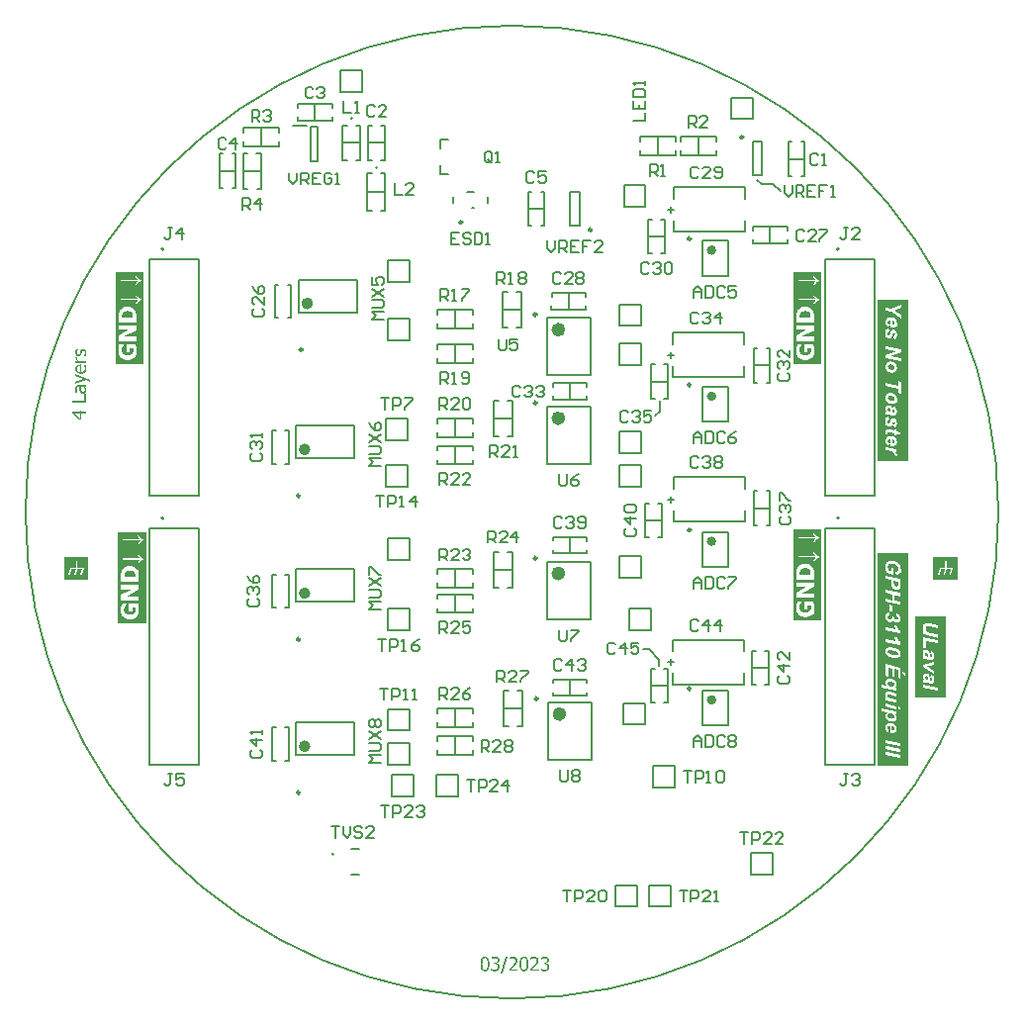
<source format=gto>
G04*
G04 #@! TF.GenerationSoftware,Altium Limited,Altium Designer,23.3.1 (30)*
G04*
G04 Layer_Color=65535*
%FSLAX25Y25*%
%MOIN*%
G70*
G04*
G04 #@! TF.SameCoordinates,7FDB2B4D-D7D5-4B3D-9FC9-9F88D19D1CF5*
G04*
G04*
G04 #@! TF.FilePolarity,Positive*
G04*
G01*
G75*
%ADD10C,0.00984*%
%ADD11C,0.00600*%
%ADD12C,0.01575*%
%ADD13C,0.00787*%
%ADD14C,0.01968*%
%ADD15C,0.02362*%
%ADD16C,0.00591*%
%ADD17C,0.00630*%
G36*
X-123228Y-37402D02*
X-132677D01*
Y-6693D01*
X-123228D01*
Y-37402D01*
D02*
G37*
G36*
X133661Y-85335D02*
X123228D01*
Y-13780D01*
X133661D01*
Y-85335D01*
D02*
G37*
G36*
X146260Y-62598D02*
X135827D01*
Y-35039D01*
X146260D01*
Y-62598D01*
D02*
G37*
G36*
X150148Y-22835D02*
X141978D01*
Y-15256D01*
X150148D01*
Y-22835D01*
D02*
G37*
G36*
X104331Y-36614D02*
X94882D01*
Y-5906D01*
X104331D01*
Y-36614D01*
D02*
G37*
G36*
X133661Y17126D02*
X123228D01*
Y71653D01*
X133661D01*
Y17126D01*
D02*
G37*
G36*
X-124016Y80709D02*
Y50000D01*
X-133465D01*
Y80709D01*
X-124016D01*
D02*
G37*
G36*
X-144401Y54993D02*
X-144350Y54986D01*
X-144277Y54978D01*
X-144204Y54964D01*
X-144131Y54935D01*
X-144051Y54905D01*
X-144044Y54898D01*
X-144014Y54891D01*
X-143978Y54869D01*
X-143934Y54840D01*
X-143876Y54803D01*
X-143818Y54760D01*
X-143759Y54701D01*
X-143701Y54643D01*
X-143694Y54636D01*
X-143672Y54607D01*
X-143643Y54570D01*
X-143614Y54512D01*
X-143570Y54453D01*
X-143533Y54373D01*
X-143497Y54293D01*
X-143460Y54206D01*
Y54198D01*
X-143446Y54162D01*
X-143438Y54111D01*
X-143424Y54038D01*
X-143409Y53958D01*
X-143395Y53856D01*
X-143387Y53739D01*
X-143380Y53608D01*
Y53549D01*
X-143387Y53477D01*
X-143395Y53389D01*
X-143402Y53287D01*
X-143424Y53178D01*
X-143446Y53054D01*
X-143475Y52937D01*
X-143482Y52923D01*
X-143490Y52886D01*
X-143511Y52828D01*
X-143533Y52755D01*
X-143562Y52675D01*
X-143599Y52587D01*
X-143635Y52507D01*
X-143672Y52427D01*
X-144350D01*
Y52456D01*
X-144335Y52471D01*
X-144306Y52507D01*
X-144262Y52558D01*
X-144211Y52631D01*
Y52638D01*
X-144197Y52653D01*
X-144182Y52675D01*
X-144167Y52704D01*
X-144146Y52748D01*
X-144116Y52791D01*
X-144058Y52908D01*
Y52915D01*
X-144044Y52937D01*
X-144029Y52966D01*
X-144014Y53010D01*
X-143993Y53054D01*
X-143978Y53112D01*
X-143934Y53243D01*
Y53251D01*
X-143927Y53272D01*
X-143920Y53309D01*
X-143912Y53360D01*
X-143898Y53418D01*
X-143891Y53484D01*
X-143883Y53622D01*
Y53681D01*
X-143891Y53717D01*
Y53761D01*
X-143898Y53812D01*
X-143912Y53929D01*
Y53936D01*
X-143920Y53958D01*
X-143927Y53987D01*
X-143934Y54016D01*
X-143963Y54096D01*
X-143985Y54133D01*
X-144000Y54169D01*
Y54176D01*
X-144014Y54184D01*
X-144044Y54228D01*
X-144095Y54286D01*
X-144153Y54330D01*
X-144160D01*
X-144167Y54337D01*
X-144189Y54344D01*
X-144219Y54359D01*
X-144255Y54366D01*
X-144291Y54373D01*
X-144401Y54381D01*
X-144408D01*
X-144437D01*
X-144474Y54373D01*
X-144525Y54366D01*
X-144576Y54351D01*
X-144634Y54330D01*
X-144685Y54300D01*
X-144729Y54264D01*
X-144736Y54257D01*
X-144751Y54242D01*
X-144765Y54213D01*
X-144794Y54169D01*
X-144824Y54111D01*
X-144853Y54045D01*
X-144882Y53958D01*
X-144911Y53856D01*
Y53848D01*
X-144918Y53834D01*
X-144926Y53812D01*
X-144933Y53776D01*
X-144940Y53732D01*
X-144955Y53681D01*
X-144962Y53622D01*
X-144977Y53557D01*
Y53549D01*
X-144984Y53528D01*
X-144991Y53491D01*
X-144999Y53448D01*
X-145013Y53396D01*
X-145028Y53338D01*
X-145057Y53214D01*
Y53207D01*
X-145064Y53200D01*
X-145071Y53178D01*
X-145079Y53149D01*
X-145108Y53076D01*
X-145144Y52988D01*
X-145195Y52893D01*
X-145261Y52791D01*
X-145334Y52704D01*
X-145421Y52624D01*
X-145436Y52616D01*
X-145465Y52595D01*
X-145516Y52565D01*
X-145589Y52536D01*
X-145677Y52500D01*
X-145779Y52471D01*
X-145895Y52449D01*
X-146019Y52441D01*
X-146027D01*
X-146041D01*
X-146063D01*
X-146099Y52449D01*
X-146143Y52456D01*
X-146187Y52463D01*
X-146296Y52485D01*
X-146420Y52529D01*
X-146551Y52595D01*
X-146617Y52631D01*
X-146683Y52682D01*
X-146741Y52733D01*
X-146799Y52799D01*
X-146807Y52806D01*
X-146814Y52813D01*
X-146828Y52835D01*
X-146850Y52864D01*
X-146872Y52901D01*
X-146894Y52944D01*
X-146923Y52996D01*
X-146952Y53054D01*
X-147011Y53192D01*
X-147054Y53360D01*
X-147091Y53549D01*
X-147105Y53768D01*
Y53819D01*
X-147098Y53878D01*
Y53951D01*
X-147083Y54038D01*
X-147069Y54140D01*
X-147054Y54249D01*
X-147025Y54359D01*
Y54373D01*
X-147011Y54410D01*
X-146996Y54468D01*
X-146974Y54541D01*
X-146952Y54621D01*
X-146916Y54701D01*
X-146879Y54789D01*
X-146843Y54869D01*
X-146209D01*
Y54833D01*
X-146216Y54825D01*
X-146238Y54796D01*
X-146274Y54745D01*
X-146311Y54687D01*
X-146362Y54607D01*
X-146405Y54519D01*
X-146449Y54424D01*
X-146493Y54322D01*
X-146500Y54308D01*
X-146508Y54271D01*
X-146529Y54220D01*
X-146551Y54147D01*
X-146566Y54067D01*
X-146588Y53972D01*
X-146595Y53870D01*
X-146602Y53761D01*
Y53710D01*
X-146595Y53659D01*
X-146588Y53586D01*
X-146573Y53506D01*
X-146544Y53426D01*
X-146515Y53338D01*
X-146471Y53258D01*
X-146464Y53251D01*
X-146449Y53229D01*
X-146420Y53192D01*
X-146376Y53163D01*
X-146325Y53127D01*
X-146260Y53090D01*
X-146187Y53068D01*
X-146099Y53061D01*
X-146092D01*
X-146063D01*
X-146019Y53068D01*
X-145975Y53076D01*
X-145917Y53090D01*
X-145866Y53112D01*
X-145808Y53141D01*
X-145764Y53178D01*
X-145757Y53185D01*
X-145749Y53200D01*
X-145728Y53229D01*
X-145698Y53272D01*
X-145669Y53324D01*
X-145640Y53389D01*
X-145611Y53462D01*
X-145582Y53557D01*
Y53564D01*
X-145574Y53579D01*
Y53608D01*
X-145560Y53644D01*
X-145553Y53688D01*
X-145545Y53739D01*
X-145516Y53856D01*
Y53863D01*
X-145509Y53885D01*
X-145502Y53921D01*
X-145494Y53965D01*
X-145480Y54016D01*
X-145465Y54074D01*
X-145436Y54206D01*
Y54213D01*
X-145429Y54220D01*
Y54242D01*
X-145421Y54271D01*
X-145392Y54344D01*
X-145363Y54424D01*
X-145312Y54526D01*
X-145261Y54621D01*
X-145188Y54716D01*
X-145108Y54796D01*
X-145101Y54803D01*
X-145064Y54825D01*
X-145013Y54862D01*
X-144948Y54898D01*
X-144860Y54935D01*
X-144751Y54971D01*
X-144627Y54993D01*
X-144488Y55000D01*
X-144481D01*
X-144452D01*
X-144401Y54993D01*
D02*
G37*
G36*
X-146369Y52135D02*
X-146376Y52106D01*
X-146384Y52062D01*
X-146391Y52004D01*
Y51989D01*
X-146398Y51953D01*
Y51785D01*
X-146391Y51742D01*
X-146384Y51676D01*
X-146369Y51603D01*
X-146354Y51516D01*
X-146325Y51428D01*
X-146289Y51341D01*
X-146282Y51333D01*
X-146267Y51297D01*
X-146245Y51253D01*
X-146209Y51195D01*
X-146165Y51122D01*
X-146114Y51049D01*
X-146048Y50969D01*
X-145975Y50889D01*
X-143460D01*
Y50291D01*
X-147018D01*
Y50889D01*
X-146486D01*
Y50896D01*
X-146500Y50903D01*
X-146537Y50947D01*
X-146588Y51005D01*
X-146646Y51086D01*
X-146712Y51173D01*
X-146785Y51268D01*
X-146843Y51363D01*
X-146894Y51457D01*
X-146901Y51472D01*
X-146916Y51501D01*
X-146930Y51545D01*
X-146960Y51610D01*
X-146981Y51683D01*
X-146996Y51763D01*
X-147011Y51851D01*
X-147018Y51938D01*
Y52040D01*
X-147011Y52077D01*
Y52084D01*
X-147003Y52113D01*
Y52143D01*
X-146996Y52186D01*
X-146369D01*
Y52135D01*
D02*
G37*
G36*
X-145181Y47214D02*
X-145174D01*
X-145152D01*
X-145123D01*
X-145079Y47222D01*
X-145028D01*
X-144962Y47229D01*
X-144824Y47251D01*
X-144670Y47287D01*
X-144510Y47346D01*
X-144364Y47419D01*
X-144226Y47521D01*
Y47528D01*
X-144211Y47535D01*
X-144175Y47579D01*
X-144124Y47652D01*
X-144065Y47747D01*
X-144007Y47871D01*
X-143956Y48016D01*
X-143920Y48191D01*
X-143912Y48286D01*
X-143905Y48388D01*
Y48461D01*
X-143912Y48512D01*
Y48570D01*
X-143927Y48636D01*
X-143949Y48775D01*
Y48782D01*
X-143956Y48811D01*
X-143963Y48847D01*
X-143978Y48891D01*
X-144014Y49008D01*
X-144058Y49125D01*
Y49132D01*
X-144073Y49154D01*
X-144087Y49183D01*
X-144102Y49219D01*
X-144146Y49307D01*
X-144197Y49394D01*
Y49402D01*
X-144211Y49416D01*
X-144240Y49460D01*
X-144284Y49525D01*
X-144335Y49584D01*
Y49620D01*
X-143679D01*
Y49613D01*
X-143672Y49598D01*
X-143665Y49577D01*
X-143650Y49547D01*
X-143635Y49504D01*
X-143614Y49460D01*
X-143570Y49351D01*
Y49343D01*
X-143562Y49321D01*
X-143548Y49292D01*
X-143533Y49256D01*
X-143504Y49168D01*
X-143475Y49073D01*
Y49066D01*
X-143468Y49044D01*
X-143460Y49008D01*
X-143453Y48971D01*
X-143431Y48862D01*
X-143409Y48753D01*
Y48745D01*
X-143402Y48731D01*
Y48694D01*
X-143395Y48658D01*
X-143387Y48607D01*
Y48541D01*
X-143380Y48476D01*
Y48315D01*
X-143387Y48257D01*
X-143395Y48184D01*
X-143402Y48104D01*
X-143417Y48009D01*
X-143438Y47914D01*
X-143497Y47703D01*
X-143533Y47594D01*
X-143577Y47484D01*
X-143635Y47375D01*
X-143701Y47265D01*
X-143774Y47171D01*
X-143854Y47076D01*
X-143861Y47069D01*
X-143876Y47054D01*
X-143905Y47032D01*
X-143941Y47003D01*
X-143993Y46967D01*
X-144051Y46930D01*
X-144124Y46887D01*
X-144204Y46843D01*
X-144299Y46799D01*
X-144401Y46755D01*
X-144510Y46719D01*
X-144634Y46682D01*
X-144765Y46653D01*
X-144904Y46631D01*
X-145057Y46617D01*
X-145217Y46609D01*
X-145225D01*
X-145254D01*
X-145298D01*
X-145363Y46617D01*
X-145436Y46624D01*
X-145516Y46631D01*
X-145611Y46646D01*
X-145713Y46668D01*
X-145939Y46719D01*
X-146056Y46755D01*
X-146165Y46799D01*
X-146282Y46850D01*
X-146391Y46916D01*
X-146500Y46981D01*
X-146602Y47061D01*
X-146610Y47069D01*
X-146624Y47083D01*
X-146653Y47112D01*
X-146683Y47142D01*
X-146719Y47193D01*
X-146763Y47244D01*
X-146814Y47309D01*
X-146865Y47382D01*
X-146908Y47462D01*
X-146960Y47557D01*
X-147003Y47652D01*
X-147040Y47761D01*
X-147069Y47871D01*
X-147098Y47995D01*
X-147113Y48126D01*
X-147120Y48257D01*
Y48315D01*
X-147113Y48374D01*
X-147105Y48454D01*
X-147098Y48541D01*
X-147076Y48643D01*
X-147054Y48745D01*
X-147018Y48840D01*
X-147011Y48855D01*
X-147003Y48884D01*
X-146974Y48928D01*
X-146945Y48993D01*
X-146901Y49059D01*
X-146850Y49139D01*
X-146792Y49212D01*
X-146719Y49285D01*
X-146712Y49292D01*
X-146683Y49314D01*
X-146639Y49351D01*
X-146581Y49394D01*
X-146508Y49445D01*
X-146427Y49496D01*
X-146325Y49540D01*
X-146223Y49584D01*
X-146209Y49591D01*
X-146172Y49598D01*
X-146107Y49613D01*
X-146027Y49635D01*
X-145917Y49657D01*
X-145793Y49671D01*
X-145655Y49679D01*
X-145502Y49686D01*
X-145181D01*
Y47214D01*
D02*
G37*
G36*
X-142148Y44488D02*
Y43846D01*
X-143635Y44488D01*
X-147018Y43198D01*
Y43832D01*
X-144372Y44809D01*
X-147018Y45778D01*
Y46405D01*
X-142148Y44488D01*
D02*
G37*
G36*
X-143460Y42170D02*
X-143832D01*
X-143825Y42155D01*
X-143796Y42112D01*
X-143745Y42053D01*
X-143679Y41966D01*
X-143672Y41958D01*
X-143665Y41944D01*
X-143643Y41922D01*
X-143628Y41893D01*
X-143577Y41820D01*
X-143526Y41732D01*
Y41725D01*
X-143511Y41703D01*
X-143504Y41674D01*
X-143482Y41630D01*
X-143446Y41536D01*
X-143409Y41419D01*
Y41412D01*
X-143402Y41390D01*
X-143395Y41361D01*
X-143387Y41317D01*
X-143373Y41259D01*
X-143366Y41186D01*
X-143358Y41105D01*
Y40974D01*
X-143366Y40931D01*
Y40879D01*
X-143380Y40814D01*
X-143395Y40741D01*
X-143409Y40668D01*
X-143438Y40588D01*
X-143446Y40581D01*
X-143453Y40559D01*
X-143475Y40515D01*
X-143497Y40471D01*
X-143570Y40362D01*
X-143672Y40245D01*
X-143679Y40238D01*
X-143701Y40223D01*
X-143730Y40194D01*
X-143774Y40165D01*
X-143825Y40121D01*
X-143883Y40085D01*
X-143956Y40048D01*
X-144029Y40012D01*
X-144036D01*
X-144065Y39997D01*
X-144109Y39990D01*
X-144167Y39976D01*
X-144240Y39961D01*
X-144313Y39946D01*
X-144401Y39939D01*
X-144488Y39932D01*
X-144496D01*
X-144503D01*
X-144547D01*
X-144620Y39939D01*
X-144707Y39954D01*
X-144802Y39968D01*
X-144904Y39997D01*
X-145013Y40034D01*
X-145115Y40085D01*
X-145130Y40092D01*
X-145159Y40114D01*
X-145210Y40150D01*
X-145268Y40202D01*
X-145334Y40274D01*
X-145399Y40362D01*
X-145472Y40464D01*
X-145531Y40581D01*
X-145538Y40595D01*
X-145553Y40632D01*
X-145574Y40697D01*
X-145604Y40785D01*
X-145640Y40887D01*
X-145669Y41003D01*
X-145698Y41142D01*
X-145720Y41288D01*
Y41310D01*
X-145728Y41331D01*
Y41361D01*
X-145735Y41397D01*
Y41441D01*
X-145749Y41550D01*
X-145764Y41681D01*
X-145779Y41835D01*
X-145786Y41995D01*
X-145800Y42170D01*
X-145910D01*
X-145917D01*
X-145946D01*
X-145983D01*
X-146034Y42162D01*
X-146143Y42141D01*
X-146201Y42126D01*
X-146252Y42104D01*
X-146260D01*
X-146274Y42090D01*
X-146296Y42075D01*
X-146325Y42061D01*
X-146391Y42002D01*
X-146457Y41922D01*
Y41915D01*
X-146471Y41900D01*
X-146478Y41878D01*
X-146493Y41849D01*
X-146515Y41805D01*
X-146529Y41762D01*
X-146551Y41645D01*
Y41638D01*
X-146559Y41616D01*
Y41579D01*
X-146566Y41543D01*
X-146573Y41485D01*
Y41434D01*
X-146581Y41302D01*
Y41222D01*
X-146573Y41164D01*
X-146566Y41091D01*
X-146551Y41011D01*
X-146537Y40916D01*
X-146515Y40814D01*
Y40799D01*
X-146500Y40763D01*
X-146486Y40712D01*
X-146471Y40639D01*
X-146442Y40559D01*
X-146413Y40464D01*
X-146333Y40253D01*
Y40223D01*
X-146938D01*
Y40231D01*
X-146945Y40253D01*
X-146960Y40289D01*
X-146974Y40340D01*
X-146989Y40406D01*
X-147003Y40486D01*
X-147025Y40581D01*
X-147047Y40690D01*
Y40705D01*
X-147054Y40741D01*
X-147069Y40807D01*
X-147076Y40887D01*
X-147091Y40982D01*
X-147098Y41084D01*
X-147105Y41310D01*
Y41441D01*
X-147098Y41521D01*
X-147091Y41623D01*
X-147083Y41725D01*
X-147069Y41827D01*
X-147047Y41922D01*
Y41936D01*
X-147032Y41966D01*
X-147018Y42017D01*
X-146996Y42075D01*
X-146967Y42148D01*
X-146930Y42221D01*
X-146887Y42301D01*
X-146836Y42381D01*
X-146828Y42388D01*
X-146807Y42410D01*
X-146777Y42447D01*
X-146734Y42491D01*
X-146683Y42534D01*
X-146617Y42578D01*
X-146537Y42629D01*
X-146457Y42665D01*
X-146449Y42673D01*
X-146413Y42680D01*
X-146362Y42695D01*
X-146296Y42717D01*
X-146216Y42738D01*
X-146121Y42753D01*
X-146012Y42760D01*
X-145888Y42768D01*
X-143460D01*
Y42170D01*
D02*
G37*
G36*
Y36987D02*
X-148206D01*
Y37621D01*
X-144022D01*
Y39735D01*
X-143460D01*
Y36987D01*
D02*
G37*
G36*
X-145093Y33728D02*
X-143460D01*
Y33116D01*
X-145093D01*
Y31023D01*
X-145757D01*
X-148206Y33138D01*
Y33728D01*
X-145604D01*
Y34289D01*
X-145093D01*
Y33728D01*
D02*
G37*
G36*
X11281Y-149778D02*
X11369Y-149785D01*
X11464Y-149800D01*
X11558Y-149814D01*
X11653Y-149836D01*
X11668D01*
X11697Y-149851D01*
X11741Y-149865D01*
X11799Y-149887D01*
X11865Y-149916D01*
X11937Y-149953D01*
X12083Y-150040D01*
X12091Y-150048D01*
X12120Y-150069D01*
X12156Y-150099D01*
X12200Y-150142D01*
X12258Y-150201D01*
X12309Y-150259D01*
X12360Y-150332D01*
X12404Y-150412D01*
X12411Y-150419D01*
X12419Y-150449D01*
X12440Y-150500D01*
X12462Y-150558D01*
X12477Y-150631D01*
X12499Y-150718D01*
X12506Y-150813D01*
X12513Y-150923D01*
Y-150930D01*
Y-150937D01*
Y-150959D01*
X12506Y-150988D01*
X12499Y-151061D01*
X12484Y-151156D01*
X12448Y-151265D01*
X12404Y-151382D01*
X12338Y-151498D01*
X12251Y-151615D01*
X12236Y-151630D01*
X12207Y-151659D01*
X12149Y-151710D01*
X12076Y-151768D01*
X11988Y-151834D01*
X11879Y-151892D01*
X11762Y-151950D01*
X11631Y-151987D01*
Y-152031D01*
X11639D01*
X11660Y-152038D01*
X11690Y-152045D01*
X11726Y-152052D01*
X11777Y-152067D01*
X11828Y-152089D01*
X11952Y-152133D01*
X11959D01*
X11981Y-152147D01*
X12018Y-152162D01*
X12061Y-152184D01*
X12163Y-152249D01*
X12273Y-152337D01*
X12280Y-152344D01*
X12295Y-152359D01*
X12324Y-152395D01*
X12360Y-152431D01*
X12397Y-152482D01*
X12433Y-152548D01*
X12477Y-152614D01*
X12513Y-152694D01*
X12521Y-152701D01*
X12528Y-152730D01*
X12542Y-152774D01*
X12564Y-152840D01*
X12579Y-152913D01*
X12594Y-153007D01*
X12601Y-153110D01*
X12608Y-153219D01*
Y-153233D01*
Y-153270D01*
X12601Y-153335D01*
X12594Y-153416D01*
X12579Y-153503D01*
X12557Y-153605D01*
X12528Y-153707D01*
X12491Y-153809D01*
X12484Y-153824D01*
X12470Y-153853D01*
X12448Y-153904D01*
X12411Y-153970D01*
X12368Y-154043D01*
X12317Y-154123D01*
X12258Y-154203D01*
X12185Y-154283D01*
X12178Y-154290D01*
X12149Y-154320D01*
X12105Y-154356D01*
X12047Y-154407D01*
X11967Y-154458D01*
X11886Y-154516D01*
X11784Y-154568D01*
X11682Y-154611D01*
X11668Y-154619D01*
X11631Y-154626D01*
X11573Y-154648D01*
X11493Y-154662D01*
X11391Y-154684D01*
X11281Y-154706D01*
X11157Y-154713D01*
X11019Y-154721D01*
X10961D01*
X10888Y-154713D01*
X10793Y-154706D01*
X10691Y-154699D01*
X10567Y-154684D01*
X10436Y-154662D01*
X10305Y-154633D01*
X10297D01*
X10290Y-154626D01*
X10246Y-154619D01*
X10181Y-154604D01*
X10100Y-154575D01*
X10006Y-154546D01*
X9911Y-154516D01*
X9816Y-154473D01*
X9721Y-154429D01*
Y-153758D01*
X9765D01*
X9772Y-153766D01*
X9802Y-153787D01*
X9845Y-153817D01*
X9904Y-153853D01*
X9984Y-153897D01*
X10071Y-153940D01*
X10181Y-153992D01*
X10297Y-154043D01*
X10305D01*
X10312Y-154050D01*
X10356Y-154065D01*
X10421Y-154086D01*
X10509Y-154108D01*
X10611Y-154130D01*
X10727Y-154152D01*
X10851Y-154166D01*
X10975Y-154174D01*
X11048D01*
X11099Y-154166D01*
X11157Y-154159D01*
X11223Y-154152D01*
X11369Y-154115D01*
X11376D01*
X11405Y-154101D01*
X11442Y-154086D01*
X11485Y-154065D01*
X11588Y-153999D01*
X11697Y-153911D01*
X11704Y-153904D01*
X11719Y-153890D01*
X11741Y-153860D01*
X11770Y-153824D01*
X11799Y-153773D01*
X11828Y-153722D01*
X11886Y-153605D01*
Y-153598D01*
X11901Y-153576D01*
X11908Y-153532D01*
X11923Y-153481D01*
X11937Y-153423D01*
X11945Y-153350D01*
X11959Y-153263D01*
Y-153168D01*
Y-153153D01*
Y-153124D01*
X11952Y-153080D01*
Y-153022D01*
X11937Y-152949D01*
X11923Y-152884D01*
X11908Y-152811D01*
X11879Y-152745D01*
Y-152738D01*
X11865Y-152716D01*
X11850Y-152687D01*
X11828Y-152650D01*
X11762Y-152563D01*
X11675Y-152482D01*
X11668Y-152475D01*
X11653Y-152468D01*
X11624Y-152453D01*
X11580Y-152431D01*
X11536Y-152410D01*
X11478Y-152388D01*
X11354Y-152351D01*
X11347D01*
X11325Y-152344D01*
X11289Y-152337D01*
X11238Y-152329D01*
X11179Y-152322D01*
X11114Y-152315D01*
X10961Y-152308D01*
X10691D01*
Y-151783D01*
X10968D01*
X11048Y-151768D01*
X11143Y-151753D01*
X11252Y-151732D01*
X11369Y-151695D01*
X11485Y-151644D01*
X11595Y-151579D01*
X11609Y-151571D01*
X11639Y-151542D01*
X11682Y-151491D01*
X11733Y-151426D01*
X11777Y-151345D01*
X11821Y-151243D01*
X11850Y-151127D01*
X11865Y-150988D01*
Y-150981D01*
Y-150959D01*
Y-150923D01*
X11857Y-150879D01*
X11835Y-150777D01*
X11792Y-150675D01*
Y-150667D01*
X11777Y-150653D01*
X11762Y-150631D01*
X11741Y-150602D01*
X11682Y-150536D01*
X11609Y-150470D01*
X11602Y-150463D01*
X11588Y-150456D01*
X11566Y-150441D01*
X11536Y-150419D01*
X11449Y-150383D01*
X11347Y-150354D01*
X11340D01*
X11325Y-150347D01*
X11289Y-150339D01*
X11252Y-150332D01*
X11208D01*
X11150Y-150325D01*
X11033Y-150317D01*
X10968D01*
X10932Y-150325D01*
X10873D01*
X10822Y-150332D01*
X10691Y-150361D01*
X10684D01*
X10662Y-150368D01*
X10633Y-150376D01*
X10589Y-150390D01*
X10538Y-150405D01*
X10480Y-150427D01*
X10356Y-150470D01*
X10348D01*
X10334Y-150485D01*
X10305Y-150492D01*
X10268Y-150514D01*
X10181Y-150558D01*
X10086Y-150609D01*
X10079D01*
X10071Y-150616D01*
X10020Y-150645D01*
X9955Y-150689D01*
X9889Y-150733D01*
X9853D01*
Y-150069D01*
X9860Y-150062D01*
X9889Y-150048D01*
X9933Y-150026D01*
X9998Y-149997D01*
X10079Y-149968D01*
X10173Y-149931D01*
X10283Y-149902D01*
X10407Y-149865D01*
X10414D01*
X10421Y-149858D01*
X10465Y-149851D01*
X10538Y-149836D01*
X10625Y-149814D01*
X10735Y-149800D01*
X10844Y-149785D01*
X10968Y-149778D01*
X11092Y-149771D01*
X11208D01*
X11281Y-149778D01*
D02*
G37*
G36*
X-5471D02*
X-5384Y-149785D01*
X-5289Y-149800D01*
X-5194Y-149814D01*
X-5099Y-149836D01*
X-5085D01*
X-5055Y-149851D01*
X-5012Y-149865D01*
X-4953Y-149887D01*
X-4888Y-149916D01*
X-4815Y-149953D01*
X-4669Y-150040D01*
X-4662Y-150048D01*
X-4633Y-150069D01*
X-4596Y-150099D01*
X-4552Y-150142D01*
X-4494Y-150201D01*
X-4443Y-150259D01*
X-4392Y-150332D01*
X-4348Y-150412D01*
X-4341Y-150419D01*
X-4334Y-150449D01*
X-4312Y-150500D01*
X-4290Y-150558D01*
X-4276Y-150631D01*
X-4254Y-150718D01*
X-4246Y-150813D01*
X-4239Y-150923D01*
Y-150930D01*
Y-150937D01*
Y-150959D01*
X-4246Y-150988D01*
X-4254Y-151061D01*
X-4268Y-151156D01*
X-4305Y-151265D01*
X-4348Y-151382D01*
X-4414Y-151498D01*
X-4501Y-151615D01*
X-4516Y-151630D01*
X-4545Y-151659D01*
X-4603Y-151710D01*
X-4676Y-151768D01*
X-4764Y-151834D01*
X-4873Y-151892D01*
X-4990Y-151950D01*
X-5121Y-151987D01*
Y-152031D01*
X-5114D01*
X-5092Y-152038D01*
X-5063Y-152045D01*
X-5026Y-152052D01*
X-4975Y-152067D01*
X-4924Y-152089D01*
X-4800Y-152133D01*
X-4793D01*
X-4771Y-152147D01*
X-4735Y-152162D01*
X-4691Y-152184D01*
X-4589Y-152249D01*
X-4480Y-152337D01*
X-4472Y-152344D01*
X-4458Y-152359D01*
X-4429Y-152395D01*
X-4392Y-152431D01*
X-4356Y-152482D01*
X-4319Y-152548D01*
X-4276Y-152614D01*
X-4239Y-152694D01*
X-4232Y-152701D01*
X-4225Y-152730D01*
X-4210Y-152774D01*
X-4188Y-152840D01*
X-4173Y-152913D01*
X-4159Y-153007D01*
X-4152Y-153110D01*
X-4144Y-153219D01*
Y-153233D01*
Y-153270D01*
X-4152Y-153335D01*
X-4159Y-153416D01*
X-4173Y-153503D01*
X-4195Y-153605D01*
X-4225Y-153707D01*
X-4261Y-153809D01*
X-4268Y-153824D01*
X-4283Y-153853D01*
X-4305Y-153904D01*
X-4341Y-153970D01*
X-4385Y-154043D01*
X-4436Y-154123D01*
X-4494Y-154203D01*
X-4567Y-154283D01*
X-4574Y-154290D01*
X-4603Y-154320D01*
X-4647Y-154356D01*
X-4706Y-154407D01*
X-4786Y-154458D01*
X-4866Y-154516D01*
X-4968Y-154568D01*
X-5070Y-154611D01*
X-5085Y-154619D01*
X-5121Y-154626D01*
X-5179Y-154648D01*
X-5260Y-154662D01*
X-5362Y-154684D01*
X-5471Y-154706D01*
X-5595Y-154713D01*
X-5734Y-154721D01*
X-5792D01*
X-5865Y-154713D01*
X-5959Y-154706D01*
X-6061Y-154699D01*
X-6185Y-154684D01*
X-6317Y-154662D01*
X-6448Y-154633D01*
X-6455D01*
X-6463Y-154626D01*
X-6506Y-154619D01*
X-6572Y-154604D01*
X-6652Y-154575D01*
X-6747Y-154546D01*
X-6842Y-154516D01*
X-6936Y-154473D01*
X-7031Y-154429D01*
Y-153758D01*
X-6987D01*
X-6980Y-153766D01*
X-6951Y-153787D01*
X-6907Y-153817D01*
X-6849Y-153853D01*
X-6769Y-153897D01*
X-6681Y-153940D01*
X-6572Y-153992D01*
X-6455Y-154043D01*
X-6448D01*
X-6441Y-154050D01*
X-6397Y-154065D01*
X-6331Y-154086D01*
X-6244Y-154108D01*
X-6142Y-154130D01*
X-6025Y-154152D01*
X-5901Y-154166D01*
X-5777Y-154174D01*
X-5704D01*
X-5653Y-154166D01*
X-5595Y-154159D01*
X-5529Y-154152D01*
X-5384Y-154115D01*
X-5376D01*
X-5347Y-154101D01*
X-5311Y-154086D01*
X-5267Y-154065D01*
X-5165Y-153999D01*
X-5055Y-153911D01*
X-5048Y-153904D01*
X-5034Y-153890D01*
X-5012Y-153860D01*
X-4983Y-153824D01*
X-4953Y-153773D01*
X-4924Y-153722D01*
X-4866Y-153605D01*
Y-153598D01*
X-4851Y-153576D01*
X-4844Y-153532D01*
X-4829Y-153481D01*
X-4815Y-153423D01*
X-4808Y-153350D01*
X-4793Y-153263D01*
Y-153168D01*
Y-153153D01*
Y-153124D01*
X-4800Y-153080D01*
Y-153022D01*
X-4815Y-152949D01*
X-4829Y-152884D01*
X-4844Y-152811D01*
X-4873Y-152745D01*
Y-152738D01*
X-4888Y-152716D01*
X-4902Y-152687D01*
X-4924Y-152650D01*
X-4990Y-152563D01*
X-5077Y-152482D01*
X-5085Y-152475D01*
X-5099Y-152468D01*
X-5128Y-152453D01*
X-5172Y-152431D01*
X-5216Y-152410D01*
X-5274Y-152388D01*
X-5398Y-152351D01*
X-5405D01*
X-5427Y-152344D01*
X-5464Y-152337D01*
X-5515Y-152329D01*
X-5573Y-152322D01*
X-5639Y-152315D01*
X-5792Y-152308D01*
X-6061D01*
Y-151783D01*
X-5785D01*
X-5704Y-151768D01*
X-5610Y-151753D01*
X-5500Y-151732D01*
X-5384Y-151695D01*
X-5267Y-151644D01*
X-5158Y-151579D01*
X-5143Y-151571D01*
X-5114Y-151542D01*
X-5070Y-151491D01*
X-5019Y-151426D01*
X-4975Y-151345D01*
X-4932Y-151243D01*
X-4902Y-151127D01*
X-4888Y-150988D01*
Y-150981D01*
Y-150959D01*
Y-150923D01*
X-4895Y-150879D01*
X-4917Y-150777D01*
X-4961Y-150675D01*
Y-150667D01*
X-4975Y-150653D01*
X-4990Y-150631D01*
X-5012Y-150602D01*
X-5070Y-150536D01*
X-5143Y-150470D01*
X-5150Y-150463D01*
X-5165Y-150456D01*
X-5187Y-150441D01*
X-5216Y-150419D01*
X-5303Y-150383D01*
X-5405Y-150354D01*
X-5413D01*
X-5427Y-150347D01*
X-5464Y-150339D01*
X-5500Y-150332D01*
X-5544D01*
X-5602Y-150325D01*
X-5719Y-150317D01*
X-5785D01*
X-5821Y-150325D01*
X-5879D01*
X-5930Y-150332D01*
X-6061Y-150361D01*
X-6069D01*
X-6091Y-150368D01*
X-6120Y-150376D01*
X-6164Y-150390D01*
X-6215Y-150405D01*
X-6273Y-150427D01*
X-6397Y-150470D01*
X-6404D01*
X-6419Y-150485D01*
X-6448Y-150492D01*
X-6484Y-150514D01*
X-6572Y-150558D01*
X-6667Y-150609D01*
X-6674D01*
X-6681Y-150616D01*
X-6732Y-150645D01*
X-6798Y-150689D01*
X-6863Y-150733D01*
X-6900D01*
Y-150069D01*
X-6893Y-150062D01*
X-6863Y-150048D01*
X-6820Y-150026D01*
X-6754Y-149997D01*
X-6674Y-149968D01*
X-6579Y-149931D01*
X-6470Y-149902D01*
X-6346Y-149865D01*
X-6339D01*
X-6331Y-149858D01*
X-6288Y-149851D01*
X-6215Y-149836D01*
X-6127Y-149814D01*
X-6018Y-149800D01*
X-5908Y-149785D01*
X-5785Y-149778D01*
X-5661Y-149771D01*
X-5544D01*
X-5471Y-149778D01*
D02*
G37*
G36*
X7622D02*
X7680D01*
X7746Y-149793D01*
X7891Y-149814D01*
X8059Y-149858D01*
X8234Y-149924D01*
X8322Y-149960D01*
X8402Y-150011D01*
X8482Y-150062D01*
X8555Y-150128D01*
X8562Y-150135D01*
X8569Y-150142D01*
X8591Y-150164D01*
X8613Y-150194D01*
X8642Y-150230D01*
X8672Y-150274D01*
X8708Y-150317D01*
X8744Y-150376D01*
X8817Y-150514D01*
X8876Y-150675D01*
X8919Y-150871D01*
X8927Y-150973D01*
X8934Y-151083D01*
Y-151097D01*
Y-151127D01*
Y-151185D01*
X8927Y-151251D01*
X8919Y-151331D01*
X8905Y-151418D01*
X8868Y-151600D01*
Y-151608D01*
X8854Y-151637D01*
X8839Y-151688D01*
X8825Y-151739D01*
X8795Y-151804D01*
X8766Y-151877D01*
X8686Y-152031D01*
X8679Y-152038D01*
X8664Y-152067D01*
X8642Y-152111D01*
X8606Y-152162D01*
X8562Y-152227D01*
X8518Y-152293D01*
X8402Y-152446D01*
X8394Y-152453D01*
X8373Y-152482D01*
X8336Y-152519D01*
X8292Y-152570D01*
X8241Y-152636D01*
X8183Y-152701D01*
X8052Y-152847D01*
X8037Y-152862D01*
X8001Y-152905D01*
X7935Y-152964D01*
X7855Y-153051D01*
X7760Y-153153D01*
X7644Y-153270D01*
X7520Y-153394D01*
X7381Y-153525D01*
X7374Y-153532D01*
X7367Y-153540D01*
X7323Y-153583D01*
X7250Y-153649D01*
X7170Y-153722D01*
X7075Y-153809D01*
X6973Y-153904D01*
X6878Y-153992D01*
X6791Y-154072D01*
X9131D01*
Y-154619D01*
X6200D01*
Y-153955D01*
X6208Y-153948D01*
X6215Y-153940D01*
X6251Y-153904D01*
X6317Y-153846D01*
X6390Y-153773D01*
X6485Y-153685D01*
X6579Y-153583D01*
X6791Y-153379D01*
X6805Y-153365D01*
X6842Y-153328D01*
X6893Y-153277D01*
X6966Y-153204D01*
X7053Y-153117D01*
X7148Y-153022D01*
X7243Y-152920D01*
X7345Y-152811D01*
X7352Y-152803D01*
X7367Y-152781D01*
X7396Y-152752D01*
X7432Y-152708D01*
X7476Y-152657D01*
X7527Y-152599D01*
X7636Y-152468D01*
X7760Y-152315D01*
X7884Y-152155D01*
X7994Y-152001D01*
X8037Y-151928D01*
X8081Y-151856D01*
Y-151848D01*
X8088Y-151841D01*
X8103Y-151819D01*
X8110Y-151790D01*
X8147Y-151717D01*
X8183Y-151622D01*
X8220Y-151513D01*
X8256Y-151389D01*
X8278Y-151251D01*
X8285Y-151112D01*
Y-151105D01*
Y-151075D01*
Y-151039D01*
X8278Y-150995D01*
X8256Y-150879D01*
X8220Y-150762D01*
Y-150755D01*
X8205Y-150733D01*
X8190Y-150711D01*
X8176Y-150675D01*
X8125Y-150594D01*
X8052Y-150514D01*
X8045Y-150507D01*
X8030Y-150500D01*
X8008Y-150478D01*
X7979Y-150463D01*
X7891Y-150412D01*
X7790Y-150368D01*
X7782D01*
X7768Y-150361D01*
X7731Y-150354D01*
X7695Y-150339D01*
X7651Y-150332D01*
X7593Y-150325D01*
X7469Y-150317D01*
X7403D01*
X7367Y-150325D01*
X7308D01*
X7257Y-150332D01*
X7126Y-150361D01*
X7119D01*
X7097Y-150368D01*
X7061Y-150376D01*
X7017Y-150390D01*
X6966Y-150405D01*
X6915Y-150427D01*
X6791Y-150470D01*
X6784D01*
X6769Y-150478D01*
X6740Y-150492D01*
X6711Y-150507D01*
X6630Y-150551D01*
X6536Y-150609D01*
X6528D01*
X6514Y-150624D01*
X6492Y-150638D01*
X6463Y-150653D01*
X6397Y-150689D01*
X6331Y-150733D01*
X6302D01*
Y-150062D01*
X6310Y-150055D01*
X6339Y-150048D01*
X6382Y-150026D01*
X6448Y-149997D01*
X6521Y-149968D01*
X6616Y-149938D01*
X6725Y-149902D01*
X6849Y-149865D01*
X6856D01*
X6864Y-149858D01*
X6907Y-149851D01*
X6973Y-149836D01*
X7061Y-149814D01*
X7163Y-149800D01*
X7279Y-149785D01*
X7396Y-149778D01*
X7512Y-149771D01*
X7578D01*
X7622Y-149778D01*
D02*
G37*
G36*
X492D02*
X550D01*
X616Y-149793D01*
X762Y-149814D01*
X930Y-149858D01*
X1104Y-149924D01*
X1192Y-149960D01*
X1272Y-150011D01*
X1352Y-150062D01*
X1425Y-150128D01*
X1433Y-150135D01*
X1440Y-150142D01*
X1462Y-150164D01*
X1484Y-150194D01*
X1513Y-150230D01*
X1542Y-150274D01*
X1578Y-150317D01*
X1615Y-150376D01*
X1688Y-150514D01*
X1746Y-150675D01*
X1790Y-150871D01*
X1797Y-150973D01*
X1804Y-151083D01*
Y-151097D01*
Y-151127D01*
Y-151185D01*
X1797Y-151251D01*
X1790Y-151331D01*
X1775Y-151418D01*
X1739Y-151600D01*
Y-151608D01*
X1724Y-151637D01*
X1710Y-151688D01*
X1695Y-151739D01*
X1666Y-151804D01*
X1637Y-151877D01*
X1556Y-152031D01*
X1549Y-152038D01*
X1535Y-152067D01*
X1513Y-152111D01*
X1476Y-152162D01*
X1433Y-152227D01*
X1389Y-152293D01*
X1272Y-152446D01*
X1265Y-152453D01*
X1243Y-152482D01*
X1207Y-152519D01*
X1163Y-152570D01*
X1112Y-152636D01*
X1053Y-152701D01*
X922Y-152847D01*
X908Y-152862D01*
X871Y-152905D01*
X806Y-152964D01*
X726Y-153051D01*
X631Y-153153D01*
X514Y-153270D01*
X390Y-153394D01*
X252Y-153525D01*
X244Y-153532D01*
X237Y-153540D01*
X193Y-153583D01*
X120Y-153649D01*
X40Y-153722D01*
X-55Y-153809D01*
X-157Y-153904D01*
X-251Y-153992D01*
X-339Y-154072D01*
X2001D01*
Y-154619D01*
X-929D01*
Y-153955D01*
X-922Y-153948D01*
X-915Y-153940D01*
X-878Y-153904D01*
X-813Y-153846D01*
X-740Y-153773D01*
X-645Y-153685D01*
X-550Y-153583D01*
X-339Y-153379D01*
X-324Y-153365D01*
X-288Y-153328D01*
X-237Y-153277D01*
X-164Y-153204D01*
X-76Y-153117D01*
X18Y-153022D01*
X113Y-152920D01*
X215Y-152811D01*
X222Y-152803D01*
X237Y-152781D01*
X266Y-152752D01*
X303Y-152708D01*
X346Y-152657D01*
X397Y-152599D01*
X507Y-152468D01*
X631Y-152315D01*
X755Y-152155D01*
X864Y-152001D01*
X908Y-151928D01*
X951Y-151856D01*
Y-151848D01*
X959Y-151841D01*
X973Y-151819D01*
X981Y-151790D01*
X1017Y-151717D01*
X1053Y-151622D01*
X1090Y-151513D01*
X1126Y-151389D01*
X1148Y-151251D01*
X1156Y-151112D01*
Y-151105D01*
Y-151075D01*
Y-151039D01*
X1148Y-150995D01*
X1126Y-150879D01*
X1090Y-150762D01*
Y-150755D01*
X1075Y-150733D01*
X1061Y-150711D01*
X1046Y-150675D01*
X995Y-150594D01*
X922Y-150514D01*
X915Y-150507D01*
X900Y-150500D01*
X879Y-150478D01*
X849Y-150463D01*
X762Y-150412D01*
X660Y-150368D01*
X653D01*
X638Y-150361D01*
X601Y-150354D01*
X565Y-150339D01*
X521Y-150332D01*
X463Y-150325D01*
X339Y-150317D01*
X274D01*
X237Y-150325D01*
X179D01*
X128Y-150332D01*
X-4Y-150361D01*
X-11D01*
X-33Y-150368D01*
X-69Y-150376D01*
X-113Y-150390D01*
X-164Y-150405D01*
X-215Y-150427D01*
X-339Y-150470D01*
X-346D01*
X-361Y-150478D01*
X-390Y-150492D01*
X-419Y-150507D01*
X-499Y-150551D01*
X-594Y-150609D01*
X-601D01*
X-616Y-150624D01*
X-638Y-150638D01*
X-667Y-150653D01*
X-733Y-150689D01*
X-798Y-150733D01*
X-827D01*
Y-150062D01*
X-820Y-150055D01*
X-791Y-150048D01*
X-747Y-150026D01*
X-681Y-149997D01*
X-609Y-149968D01*
X-514Y-149938D01*
X-404Y-149902D01*
X-281Y-149865D01*
X-273D01*
X-266Y-149858D01*
X-222Y-149851D01*
X-157Y-149836D01*
X-69Y-149814D01*
X33Y-149800D01*
X150Y-149785D01*
X266Y-149778D01*
X383Y-149771D01*
X448D01*
X492Y-149778D01*
D02*
G37*
G36*
X4137D02*
X4196D01*
X4254Y-149793D01*
X4334Y-149800D01*
X4414Y-149822D01*
X4502Y-149851D01*
X4589Y-149880D01*
X4684Y-149924D01*
X4779Y-149975D01*
X4874Y-150033D01*
X4968Y-150106D01*
X5056Y-150186D01*
X5136Y-150281D01*
X5209Y-150390D01*
X5216Y-150398D01*
X5223Y-150419D01*
X5245Y-150456D01*
X5267Y-150507D01*
X5296Y-150573D01*
X5325Y-150653D01*
X5362Y-150748D01*
X5398Y-150857D01*
X5427Y-150981D01*
X5464Y-151119D01*
X5493Y-151265D01*
X5522Y-151433D01*
X5544Y-151615D01*
X5566Y-151812D01*
X5573Y-152023D01*
X5581Y-152249D01*
Y-152264D01*
Y-152308D01*
Y-152373D01*
X5573Y-152461D01*
X5566Y-152563D01*
X5559Y-152687D01*
X5551Y-152818D01*
X5537Y-152964D01*
X5493Y-153270D01*
X5427Y-153576D01*
X5384Y-153729D01*
X5333Y-153868D01*
X5274Y-154006D01*
X5209Y-154123D01*
X5201Y-154130D01*
X5194Y-154145D01*
X5172Y-154181D01*
X5136Y-154218D01*
X5099Y-154261D01*
X5048Y-154312D01*
X4990Y-154363D01*
X4924Y-154422D01*
X4852Y-154480D01*
X4764Y-154531D01*
X4669Y-154582D01*
X4567Y-154626D01*
X4458Y-154662D01*
X4334Y-154691D01*
X4203Y-154713D01*
X4064Y-154721D01*
X4028D01*
X3991Y-154713D01*
X3933D01*
X3867Y-154699D01*
X3795Y-154691D01*
X3714Y-154669D01*
X3627Y-154648D01*
X3532Y-154611D01*
X3437Y-154575D01*
X3343Y-154524D01*
X3248Y-154465D01*
X3153Y-154393D01*
X3066Y-154312D01*
X2985Y-154225D01*
X2912Y-154115D01*
X2905Y-154108D01*
X2898Y-154086D01*
X2876Y-154050D01*
X2854Y-153999D01*
X2825Y-153933D01*
X2796Y-153853D01*
X2767Y-153758D01*
X2730Y-153649D01*
X2694Y-153532D01*
X2665Y-153394D01*
X2635Y-153241D01*
X2606Y-153073D01*
X2584Y-152884D01*
X2562Y-152687D01*
X2555Y-152475D01*
X2548Y-152249D01*
Y-152242D01*
Y-152235D01*
Y-152191D01*
Y-152125D01*
X2555Y-152038D01*
X2562Y-151936D01*
X2570Y-151812D01*
X2577Y-151681D01*
X2592Y-151535D01*
X2635Y-151229D01*
X2701Y-150915D01*
X2745Y-150762D01*
X2796Y-150624D01*
X2847Y-150485D01*
X2912Y-150368D01*
X2920Y-150361D01*
X2927Y-150339D01*
X2949Y-150310D01*
X2985Y-150274D01*
X3022Y-150230D01*
X3073Y-150179D01*
X3131Y-150128D01*
X3197Y-150069D01*
X3270Y-150011D01*
X3357Y-149960D01*
X3452Y-149909D01*
X3554Y-149865D01*
X3671Y-149829D01*
X3795Y-149793D01*
X3926Y-149778D01*
X4064Y-149771D01*
X4101D01*
X4137Y-149778D01*
D02*
G37*
G36*
X-9050D02*
X-8992D01*
X-8934Y-149793D01*
X-8854Y-149800D01*
X-8773Y-149822D01*
X-8686Y-149851D01*
X-8598Y-149880D01*
X-8504Y-149924D01*
X-8409Y-149975D01*
X-8314Y-150033D01*
X-8219Y-150106D01*
X-8132Y-150186D01*
X-8052Y-150281D01*
X-7979Y-150390D01*
X-7971Y-150398D01*
X-7964Y-150419D01*
X-7942Y-150456D01*
X-7920Y-150507D01*
X-7891Y-150573D01*
X-7862Y-150653D01*
X-7826Y-150748D01*
X-7789Y-150857D01*
X-7760Y-150981D01*
X-7724Y-151119D01*
X-7694Y-151265D01*
X-7665Y-151433D01*
X-7643Y-151615D01*
X-7622Y-151812D01*
X-7614Y-152023D01*
X-7607Y-152249D01*
Y-152264D01*
Y-152308D01*
Y-152373D01*
X-7614Y-152461D01*
X-7622Y-152563D01*
X-7629Y-152687D01*
X-7636Y-152818D01*
X-7651Y-152964D01*
X-7694Y-153270D01*
X-7760Y-153576D01*
X-7804Y-153729D01*
X-7855Y-153868D01*
X-7913Y-154006D01*
X-7979Y-154123D01*
X-7986Y-154130D01*
X-7993Y-154145D01*
X-8015Y-154181D01*
X-8052Y-154218D01*
X-8088Y-154261D01*
X-8139Y-154312D01*
X-8197Y-154363D01*
X-8263Y-154422D01*
X-8336Y-154480D01*
X-8423Y-154531D01*
X-8518Y-154582D01*
X-8620Y-154626D01*
X-8730Y-154662D01*
X-8854Y-154691D01*
X-8985Y-154713D01*
X-9123Y-154721D01*
X-9160D01*
X-9196Y-154713D01*
X-9255D01*
X-9320Y-154699D01*
X-9393Y-154691D01*
X-9473Y-154669D01*
X-9561Y-154648D01*
X-9656Y-154611D01*
X-9750Y-154575D01*
X-9845Y-154524D01*
X-9940Y-154465D01*
X-10035Y-154393D01*
X-10122Y-154312D01*
X-10202Y-154225D01*
X-10275Y-154115D01*
X-10282Y-154108D01*
X-10290Y-154086D01*
X-10312Y-154050D01*
X-10334Y-153999D01*
X-10363Y-153933D01*
X-10392Y-153853D01*
X-10421Y-153758D01*
X-10457Y-153649D01*
X-10494Y-153532D01*
X-10523Y-153394D01*
X-10552Y-153241D01*
X-10581Y-153073D01*
X-10603Y-152884D01*
X-10625Y-152687D01*
X-10632Y-152475D01*
X-10640Y-152249D01*
Y-152242D01*
Y-152235D01*
Y-152191D01*
Y-152125D01*
X-10632Y-152038D01*
X-10625Y-151936D01*
X-10618Y-151812D01*
X-10610Y-151681D01*
X-10596Y-151535D01*
X-10552Y-151229D01*
X-10487Y-150915D01*
X-10443Y-150762D01*
X-10392Y-150624D01*
X-10341Y-150485D01*
X-10275Y-150368D01*
X-10268Y-150361D01*
X-10261Y-150339D01*
X-10239Y-150310D01*
X-10202Y-150274D01*
X-10166Y-150230D01*
X-10115Y-150179D01*
X-10056Y-150128D01*
X-9991Y-150069D01*
X-9918Y-150011D01*
X-9831Y-149960D01*
X-9736Y-149909D01*
X-9634Y-149865D01*
X-9517Y-149829D01*
X-9393Y-149793D01*
X-9262Y-149778D01*
X-9123Y-149771D01*
X-9087D01*
X-9050Y-149778D01*
D02*
G37*
G36*
X-3313Y-155654D02*
X-3845D01*
X-1994Y-149661D01*
X-1447D01*
X-3313Y-155654D01*
D02*
G37*
G36*
X-142766Y-22835D02*
X-150935D01*
Y-15256D01*
X-142766D01*
Y-22835D01*
D02*
G37*
G36*
X104331Y50000D02*
X94882D01*
Y80709D01*
X104331D01*
Y50000D01*
D02*
G37*
%LPC*%
G36*
X-124081Y-7940D02*
D01*
Y-9298D01*
X-124227Y-9225D01*
X-124372Y-9143D01*
X-124500Y-9061D01*
X-124618Y-8988D01*
X-124719Y-8915D01*
X-124792Y-8861D01*
X-124837Y-8824D01*
X-124855Y-8815D01*
X-125001Y-8687D01*
X-125147Y-8551D01*
X-125293Y-8405D01*
X-125438Y-8268D01*
X-125557Y-8141D01*
X-125657Y-8032D01*
X-125694Y-7995D01*
X-125721Y-7968D01*
X-125730Y-7949D01*
X-125739Y-7940D01*
X-126031D01*
X-125894Y-8223D01*
X-125757Y-8469D01*
X-125694Y-8578D01*
X-125630Y-8678D01*
X-125566Y-8769D01*
X-125511Y-8851D01*
X-125457Y-8924D01*
X-125402Y-8988D01*
X-125365Y-9043D01*
X-125329Y-9088D01*
X-125293Y-9125D01*
X-125274Y-9152D01*
X-125265Y-9161D01*
X-125256Y-9170D01*
X-131114D01*
Y-9580D01*
X-125256D01*
X-125356Y-9717D01*
X-125447Y-9835D01*
X-125520Y-9926D01*
X-125575Y-10008D01*
X-125621Y-10072D01*
X-125648Y-10118D01*
X-125666Y-10145D01*
X-125675Y-10154D01*
X-125721Y-10236D01*
X-125785Y-10336D01*
X-125839Y-10446D01*
X-125894Y-10546D01*
X-125949Y-10646D01*
X-125994Y-10737D01*
X-126021Y-10792D01*
X-126031Y-10801D01*
Y-10810D01*
X-131114D01*
D01*
X-124081D01*
Y-7940D01*
D02*
G37*
G36*
X-125739Y-14409D02*
X-126031D01*
X-125894Y-14691D01*
X-125757Y-14937D01*
X-125694Y-15046D01*
X-125630Y-15146D01*
X-125566Y-15237D01*
X-125511Y-15319D01*
X-125457Y-15392D01*
X-125402Y-15456D01*
X-125365Y-15511D01*
X-125329Y-15556D01*
X-125293Y-15593D01*
X-125274Y-15620D01*
X-125265Y-15629D01*
X-125256Y-15638D01*
X-131114D01*
Y-16048D01*
X-125256D01*
X-125356Y-16185D01*
X-125447Y-16303D01*
X-125520Y-16395D01*
X-125575Y-16477D01*
X-125621Y-16540D01*
X-125648Y-16586D01*
X-125666Y-16613D01*
X-125675Y-16622D01*
X-125721Y-16704D01*
X-125785Y-16804D01*
X-125839Y-16914D01*
X-125894Y-17014D01*
X-125949Y-17114D01*
X-125994Y-17205D01*
X-126021Y-17260D01*
X-126031Y-17269D01*
Y-17278D01*
X-131114D01*
X-124081D01*
Y-15766D01*
X-124227Y-15693D01*
X-124372Y-15611D01*
X-124500Y-15529D01*
X-124618Y-15456D01*
X-124719Y-15383D01*
X-124792Y-15329D01*
X-124837Y-15292D01*
X-124855Y-15283D01*
X-125001Y-15156D01*
X-125147Y-15019D01*
X-125293Y-14873D01*
X-125438Y-14737D01*
X-125557Y-14609D01*
X-125657Y-14500D01*
X-125694Y-14463D01*
X-125721Y-14436D01*
X-125730Y-14418D01*
X-125739Y-14409D01*
D02*
G37*
G36*
X-125785Y-18144D02*
D01*
Y-21369D01*
X-125794Y-21150D01*
X-125812Y-20959D01*
X-125830Y-20786D01*
X-125839Y-20640D01*
X-125848Y-20585D01*
X-125857Y-20530D01*
Y-20494D01*
X-125867Y-20467D01*
Y-20439D01*
X-125903Y-20239D01*
X-125958Y-20048D01*
X-126021Y-19874D01*
X-126085Y-19729D01*
X-126149Y-19601D01*
X-126204Y-19510D01*
X-126222Y-19474D01*
X-126240Y-19446D01*
X-126249Y-19437D01*
Y-19428D01*
X-126395Y-19228D01*
X-126559Y-19046D01*
X-126723Y-18891D01*
X-126887Y-18763D01*
X-127033Y-18654D01*
X-127087Y-18608D01*
X-127142Y-18572D01*
X-127188Y-18544D01*
X-127224Y-18526D01*
X-127242Y-18508D01*
X-127251D01*
X-127506Y-18390D01*
X-127761Y-18298D01*
X-128007Y-18235D01*
X-128244Y-18189D01*
X-128345Y-18171D01*
X-128436Y-18162D01*
X-128527Y-18153D01*
X-128600D01*
X-128654Y-18144D01*
X-125785D01*
X-131715D01*
X-128736D01*
X-129046Y-18162D01*
X-129338Y-18198D01*
X-129593Y-18253D01*
X-129702Y-18280D01*
X-129811Y-18317D01*
X-129902Y-18353D01*
X-129984Y-18381D01*
X-130057Y-18408D01*
X-130121Y-18435D01*
X-130166Y-18453D01*
X-130203Y-18472D01*
X-130221Y-18490D01*
X-130230D01*
X-130458Y-18626D01*
X-130658Y-18772D01*
X-130832Y-18927D01*
X-130977Y-19073D01*
X-131087Y-19209D01*
X-131178Y-19310D01*
X-131205Y-19355D01*
X-131223Y-19383D01*
X-131242Y-19401D01*
Y-19410D01*
X-131351Y-19592D01*
X-131433Y-19774D01*
X-131506Y-19947D01*
X-131551Y-20102D01*
X-131588Y-20239D01*
X-131606Y-20294D01*
X-131615Y-20348D01*
X-131624Y-20385D01*
X-131633Y-20412D01*
Y-20439D01*
X-131660Y-20649D01*
X-131679Y-20849D01*
X-131697Y-21050D01*
X-131706Y-21223D01*
X-131715Y-21378D01*
Y-23446D01*
X-125785D01*
Y-18144D01*
D02*
G37*
G36*
Y-24648D02*
X-131715D01*
Y-26006D01*
X-128317D01*
X-131715Y-27909D01*
Y-29732D01*
X-125785D01*
Y-24648D01*
D02*
G37*
G36*
X-125657Y-30852D02*
D01*
Y-33102D01*
X-125666Y-32875D01*
X-125684Y-32656D01*
X-125703Y-32446D01*
X-125730Y-32255D01*
X-125757Y-32100D01*
X-125766Y-32036D01*
X-125785Y-31982D01*
X-125794Y-31936D01*
Y-31900D01*
X-125803Y-31881D01*
Y-31872D01*
X-125857Y-31645D01*
X-125921Y-31444D01*
X-125967Y-31271D01*
X-126012Y-31125D01*
X-126058Y-31007D01*
X-126085Y-30925D01*
X-126103Y-30870D01*
X-126112Y-30852D01*
X-125657D01*
X-129037D01*
Y-33448D01*
X-127916D01*
Y-32291D01*
X-126750D01*
X-126741Y-32355D01*
Y-32674D01*
X-126750Y-32838D01*
X-126759Y-32993D01*
X-126787Y-33139D01*
X-126814Y-33275D01*
X-126860Y-33403D01*
X-126896Y-33521D01*
X-126942Y-33631D01*
X-126987Y-33722D01*
X-127033Y-33804D01*
X-127078Y-33886D01*
X-127124Y-33950D01*
X-127160Y-34004D01*
X-127188Y-34041D01*
X-127215Y-34068D01*
X-127224Y-34086D01*
X-127233Y-34095D01*
X-127333Y-34186D01*
X-127443Y-34268D01*
X-127561Y-34332D01*
X-127680Y-34396D01*
X-127807Y-34441D01*
X-127935Y-34487D01*
X-128181Y-34551D01*
X-128299Y-34569D01*
X-128408Y-34587D01*
X-128508Y-34596D01*
X-128591Y-34605D01*
X-128663Y-34615D01*
X-128718D01*
X-128754D01*
X-128764D01*
X-128937Y-34605D01*
X-129101Y-34596D01*
X-129246Y-34569D01*
X-129365Y-34542D01*
X-129474Y-34523D01*
X-129547Y-34496D01*
X-129593Y-34487D01*
X-129611Y-34478D01*
X-129747Y-34423D01*
X-129866Y-34359D01*
X-129966Y-34305D01*
X-130057Y-34241D01*
X-130130Y-34195D01*
X-130176Y-34150D01*
X-130212Y-34122D01*
X-130221Y-34113D01*
X-130312Y-34022D01*
X-130385Y-33922D01*
X-130449Y-33831D01*
X-130494Y-33740D01*
X-130531Y-33667D01*
X-130567Y-33612D01*
X-130576Y-33567D01*
X-130586Y-33558D01*
X-130631Y-33439D01*
X-130658Y-33312D01*
X-130686Y-33193D01*
X-130695Y-33084D01*
X-130704Y-32993D01*
X-130713Y-32920D01*
Y-32738D01*
X-130695Y-32619D01*
X-130686Y-32519D01*
X-130667Y-32419D01*
X-130649Y-32346D01*
X-130640Y-32291D01*
X-130622Y-32246D01*
Y-32237D01*
X-130586Y-32127D01*
X-130549Y-32036D01*
X-130513Y-31945D01*
X-130476Y-31863D01*
X-130449Y-31809D01*
X-130422Y-31754D01*
X-130412Y-31727D01*
X-130403Y-31718D01*
X-130312Y-31572D01*
X-130230Y-31453D01*
X-130194Y-31399D01*
X-130166Y-31362D01*
X-130148Y-31335D01*
X-130139Y-31326D01*
X-130039Y-31189D01*
X-130002Y-31144D01*
X-129975Y-31098D01*
X-129948Y-31062D01*
X-129930Y-31034D01*
X-129911Y-31025D01*
Y-30879D01*
X-131296D01*
X-131387Y-31062D01*
X-131460Y-31244D01*
X-131524Y-31408D01*
X-131579Y-31554D01*
X-131624Y-31672D01*
X-131651Y-31763D01*
X-131660Y-31800D01*
X-131670Y-31827D01*
X-131679Y-31836D01*
Y-31845D01*
X-131724Y-32027D01*
X-131761Y-32228D01*
X-131788Y-32428D01*
X-131806Y-32629D01*
X-131815Y-32792D01*
X-131825Y-32865D01*
Y-33057D01*
X-131815Y-33321D01*
X-131788Y-33567D01*
X-131743Y-33804D01*
X-131697Y-34022D01*
X-131624Y-34223D01*
X-131560Y-34405D01*
X-131478Y-34578D01*
X-131405Y-34733D01*
X-131324Y-34870D01*
X-131242Y-34988D01*
X-131178Y-35088D01*
X-131114Y-35170D01*
X-131059Y-35243D01*
X-131014Y-35289D01*
X-130986Y-35316D01*
X-130977Y-35325D01*
X-130813Y-35471D01*
X-130640Y-35598D01*
X-130458Y-35708D01*
X-130276Y-35808D01*
X-130085Y-35881D01*
X-129902Y-35954D01*
X-129720Y-36008D01*
X-129547Y-36054D01*
X-129383Y-36081D01*
X-129228Y-36108D01*
X-129092Y-36127D01*
X-128973Y-36145D01*
X-128882D01*
X-128809Y-36154D01*
X-125657D01*
Y-30852D01*
D02*
G37*
%LPD*%
G36*
X-124081Y-10810D02*
X-125730D01*
X-125539Y-10600D01*
X-125365Y-10427D01*
X-125211Y-10273D01*
X-125074Y-10145D01*
X-124965Y-10054D01*
X-124892Y-9981D01*
X-124837Y-9945D01*
X-124819Y-9926D01*
X-124673Y-9817D01*
X-124537Y-9726D01*
X-124418Y-9653D01*
X-124300Y-9589D01*
X-124208Y-9544D01*
X-124145Y-9507D01*
X-124099Y-9489D01*
X-124081Y-9480D01*
Y-10810D01*
D02*
G37*
G36*
Y-17278D02*
X-125730D01*
X-125539Y-17069D01*
X-125365Y-16895D01*
X-125211Y-16741D01*
X-125074Y-16613D01*
X-124965Y-16522D01*
X-124892Y-16449D01*
X-124837Y-16413D01*
X-124819Y-16395D01*
X-124673Y-16285D01*
X-124537Y-16194D01*
X-124418Y-16121D01*
X-124300Y-16057D01*
X-124208Y-16012D01*
X-124145Y-15975D01*
X-124099Y-15957D01*
X-124081Y-15948D01*
Y-17278D01*
D02*
G37*
G36*
X-128545Y-19692D02*
X-128354Y-19711D01*
X-128181Y-19747D01*
X-128044Y-19774D01*
X-127925Y-19811D01*
X-127834Y-19847D01*
X-127780Y-19865D01*
X-127771Y-19874D01*
X-127761D01*
X-127616Y-19956D01*
X-127497Y-20048D01*
X-127388Y-20139D01*
X-127297Y-20230D01*
X-127224Y-20312D01*
X-127178Y-20376D01*
X-127142Y-20421D01*
X-127133Y-20439D01*
X-127069Y-20558D01*
X-127014Y-20676D01*
X-126978Y-20786D01*
X-126951Y-20886D01*
X-126932Y-20968D01*
X-126923Y-21032D01*
X-126914Y-21077D01*
Y-21232D01*
X-126905Y-21369D01*
Y-21961D01*
X-130613D01*
Y-21614D01*
X-130604Y-21487D01*
Y-21277D01*
X-130595Y-21205D01*
Y-21150D01*
X-130586Y-21022D01*
X-130558Y-20904D01*
X-130531Y-20804D01*
X-130494Y-20704D01*
X-130467Y-20621D01*
X-130440Y-20567D01*
X-130422Y-20521D01*
X-130412Y-20512D01*
X-130312Y-20366D01*
X-130212Y-20239D01*
X-130103Y-20130D01*
X-129993Y-20048D01*
X-129902Y-19975D01*
X-129829Y-19929D01*
X-129775Y-19902D01*
X-129766Y-19893D01*
X-129756D01*
X-129593Y-19820D01*
X-129429Y-19774D01*
X-129255Y-19738D01*
X-129101Y-19711D01*
X-128964Y-19692D01*
X-128900D01*
X-128855Y-19683D01*
X-128809D01*
X-128782D01*
X-128764D01*
X-128754D01*
X-128545Y-19692D01*
D02*
G37*
G36*
X-125785Y-28374D02*
X-129911D01*
X-125785Y-26078D01*
Y-28374D01*
D02*
G37*
G36*
X-125657Y-36154D02*
X-128745D01*
X-128481Y-36145D01*
X-128226Y-36118D01*
X-127989Y-36081D01*
X-127761Y-36026D01*
X-127561Y-35963D01*
X-127370Y-35890D01*
X-127206Y-35817D01*
X-127051Y-35735D01*
X-126914Y-35662D01*
X-126796Y-35589D01*
X-126696Y-35516D01*
X-126604Y-35453D01*
X-126541Y-35398D01*
X-126495Y-35361D01*
X-126468Y-35334D01*
X-126459Y-35325D01*
X-126322Y-35161D01*
X-126195Y-34988D01*
X-126085Y-34815D01*
X-125994Y-34624D01*
X-125921Y-34441D01*
X-125857Y-34259D01*
X-125803Y-34077D01*
X-125757Y-33904D01*
X-125721Y-33740D01*
X-125703Y-33585D01*
X-125684Y-33448D01*
X-125666Y-33330D01*
Y-33239D01*
X-125657Y-33166D01*
Y-36154D01*
D02*
G37*
%LPC*%
G36*
X131022Y-16366D02*
X125788D01*
D01*
X127887D01*
X127690Y-16373D01*
X127501Y-16395D01*
X127326Y-16431D01*
X127158Y-16475D01*
X127012Y-16526D01*
X126874Y-16577D01*
X126750Y-16643D01*
X126633Y-16708D01*
X126539Y-16767D01*
X126451Y-16832D01*
X126378Y-16883D01*
X126320Y-16942D01*
X126269Y-16978D01*
X126240Y-17015D01*
X126218Y-17036D01*
X126210Y-17044D01*
X126138Y-17146D01*
X126072Y-17248D01*
X126014Y-17364D01*
X125970Y-17481D01*
X125926Y-17598D01*
X125890Y-17722D01*
X125839Y-17948D01*
X125824Y-18057D01*
X125810Y-18159D01*
X125802Y-18247D01*
X125795Y-18327D01*
X125788Y-18392D01*
Y-18480D01*
X125795Y-18706D01*
X125817Y-18917D01*
X125846Y-19121D01*
X125875Y-19296D01*
X125890Y-19376D01*
X125904Y-19449D01*
X125919Y-19508D01*
X125934Y-19559D01*
X125948Y-19602D01*
X125955Y-19632D01*
X125963Y-19654D01*
Y-19661D01*
X126035Y-19872D01*
X126108Y-20062D01*
X126181Y-20229D01*
X126247Y-20375D01*
X126283Y-20434D01*
X126313Y-20485D01*
X126334Y-20536D01*
X126356Y-20572D01*
X126378Y-20601D01*
X126385Y-20630D01*
X126400Y-20638D01*
Y-20645D01*
X128580Y-21097D01*
Y-18844D01*
X127734Y-18669D01*
Y-19960D01*
X126976Y-19799D01*
X126932Y-19697D01*
X126889Y-19595D01*
X126845Y-19493D01*
X126816Y-19398D01*
X126786Y-19318D01*
X126765Y-19253D01*
X126757Y-19209D01*
X126750Y-19202D01*
Y-19194D01*
X126721Y-19063D01*
X126699Y-18939D01*
X126677Y-18823D01*
X126670Y-18720D01*
X126663Y-18633D01*
X126655Y-18567D01*
Y-18509D01*
X126670Y-18312D01*
X126699Y-18137D01*
X126750Y-17991D01*
X126808Y-17875D01*
X126859Y-17780D01*
X126910Y-17707D01*
X126939Y-17671D01*
X126954Y-17656D01*
X127012Y-17605D01*
X127085Y-17561D01*
X127231Y-17488D01*
X127392Y-17445D01*
X127545Y-17408D01*
X127683Y-17386D01*
X127741Y-17379D01*
X127800D01*
X127843Y-17372D01*
X127873D01*
X127894D01*
X127902D01*
X128142Y-17379D01*
X128361Y-17408D01*
X128565Y-17445D01*
X128660Y-17467D01*
X128740Y-17488D01*
X128820Y-17510D01*
X128893Y-17532D01*
X128952Y-17554D01*
X129003Y-17569D01*
X129046Y-17583D01*
X129076Y-17598D01*
X129090Y-17605D01*
X129097D01*
X129294Y-17700D01*
X129462Y-17809D01*
X129600Y-17919D01*
X129717Y-18021D01*
X129805Y-18115D01*
X129863Y-18195D01*
X129885Y-18225D01*
X129899Y-18247D01*
X129914Y-18254D01*
Y-18261D01*
X130001Y-18421D01*
X130067Y-18582D01*
X130118Y-18735D01*
X130147Y-18881D01*
X130169Y-18997D01*
X130176Y-19048D01*
Y-19099D01*
X130183Y-19129D01*
Y-19180D01*
X130176Y-19333D01*
X130147Y-19471D01*
X130118Y-19595D01*
X130074Y-19697D01*
X130038Y-19785D01*
X130001Y-19843D01*
X129972Y-19880D01*
X129965Y-19894D01*
X129877Y-19996D01*
X129775Y-20076D01*
X129666Y-20149D01*
X129564Y-20208D01*
X129469Y-20251D01*
X129396Y-20288D01*
X129367Y-20295D01*
X129345Y-20302D01*
X129331Y-20310D01*
X129323D01*
X129433Y-21279D01*
D01*
X129571Y-21243D01*
X129702Y-21199D01*
X129826Y-21148D01*
X129943Y-21097D01*
X130052Y-21039D01*
X130147Y-20980D01*
X130235Y-20922D01*
X130315Y-20864D01*
X130380Y-20805D01*
X130446Y-20747D01*
X130497Y-20703D01*
X130541Y-20660D01*
X130570Y-20623D01*
X130592Y-20594D01*
X130606Y-20579D01*
X130614Y-20572D01*
X130687Y-20470D01*
X130752Y-20361D01*
X130803Y-20251D01*
X130847Y-20135D01*
X130920Y-19901D01*
X130971Y-19675D01*
X130985Y-19573D01*
X131000Y-19479D01*
X131007Y-19391D01*
X131015Y-19318D01*
X131022Y-19260D01*
Y-21279D01*
D01*
Y-16366D01*
D02*
G37*
G36*
X130927Y-21512D02*
X125882D01*
Y-26178D01*
Y-22540D01*
X127807Y-22949D01*
Y-23947D01*
X127814Y-24042D01*
Y-24195D01*
X127822Y-24261D01*
Y-24370D01*
X127829Y-24414D01*
Y-24479D01*
X127836Y-24516D01*
Y-24531D01*
X127858Y-24684D01*
X127887Y-24815D01*
X127916Y-24931D01*
X127945Y-25026D01*
X127967Y-25099D01*
X127989Y-25157D01*
X127997Y-25187D01*
X128004Y-25201D01*
X128055Y-25296D01*
X128106Y-25376D01*
X128157Y-25456D01*
X128215Y-25522D01*
X128259Y-25580D01*
X128295Y-25624D01*
X128325Y-25653D01*
X128332Y-25660D01*
X128419Y-25741D01*
X128514Y-25814D01*
X128609Y-25872D01*
X128704Y-25923D01*
X128784Y-25967D01*
X128849Y-25996D01*
X128893Y-26018D01*
X128901Y-26025D01*
X128908D01*
X129046Y-26076D01*
X129177Y-26112D01*
X129309Y-26142D01*
X129418Y-26156D01*
X129520Y-26171D01*
X129593Y-26178D01*
X129659D01*
X129805Y-26171D01*
X129943Y-26149D01*
X130060Y-26120D01*
X130169Y-26083D01*
X130249Y-26047D01*
X130315Y-26018D01*
X130351Y-25996D01*
X130366Y-25989D01*
X130468Y-25916D01*
X130563Y-25828D01*
X130635Y-25741D01*
X130694Y-25660D01*
X130738Y-25588D01*
X130774Y-25529D01*
X130789Y-25493D01*
X130796Y-25486D01*
Y-25478D01*
X130840Y-25354D01*
X130869Y-25209D01*
X130898Y-25070D01*
X130913Y-24931D01*
X130920Y-24807D01*
Y-24757D01*
X130927Y-24705D01*
Y-21512D01*
D02*
G37*
G36*
Y-26229D02*
X125882D01*
Y-30253D01*
X130927Y-31317D01*
D01*
Y-30282D01*
X128981Y-29874D01*
Y-27913D01*
X130927Y-28321D01*
Y-27286D01*
X125882Y-26229D01*
X130927D01*
D01*
D02*
G37*
G36*
X127224Y-31303D02*
Y-31317D01*
Y-33410D01*
Y-33220D01*
X128179Y-33410D01*
D01*
Y-31492D01*
X127297Y-31317D01*
D01*
X127224Y-31303D01*
D02*
G37*
G36*
X130956Y-33723D02*
X125788D01*
D01*
X130956D01*
D01*
D02*
G37*
G36*
X127187D02*
X127063Y-33745D01*
X126954Y-33767D01*
X126845Y-33803D01*
X126743Y-33840D01*
X126648Y-33876D01*
X126568Y-33920D01*
X126488Y-33964D01*
X126422Y-34007D01*
X126356Y-34051D01*
X126305Y-34088D01*
X126254Y-34124D01*
X126218Y-34161D01*
X126189Y-34190D01*
X126167Y-34212D01*
X126160Y-34219D01*
X126152Y-34226D01*
X126087Y-34306D01*
X126035Y-34394D01*
X125985Y-34481D01*
X125941Y-34569D01*
X125875Y-34744D01*
X125831Y-34912D01*
X125817Y-34984D01*
X125810Y-35057D01*
X125802Y-35123D01*
X125795Y-35174D01*
X125788Y-35225D01*
Y-35283D01*
X125795Y-35436D01*
X125817Y-35589D01*
X125846Y-35728D01*
X125890Y-35859D01*
X125934Y-35983D01*
X125992Y-36100D01*
X126050Y-36202D01*
X126108Y-36297D01*
X126167Y-36384D01*
X126225Y-36457D01*
X126283Y-36523D01*
X126327Y-36581D01*
X126371Y-36617D01*
X126400Y-36654D01*
X126422Y-36668D01*
X126429Y-36676D01*
X126517Y-36749D01*
X126604Y-36807D01*
X126699Y-36865D01*
X126786Y-36909D01*
X126961Y-36982D01*
X127122Y-37026D01*
X127187Y-37040D01*
X127253Y-37055D01*
X127311Y-37062D01*
X127362Y-37069D01*
X127406Y-37077D01*
X127435D01*
X127450D01*
X127457D01*
X127566Y-37069D01*
X127668Y-37055D01*
X127763Y-37026D01*
X127851Y-37004D01*
X127916Y-36974D01*
X127975Y-36945D01*
X128004Y-36931D01*
X128018Y-36924D01*
X128113Y-36858D01*
X128201Y-36785D01*
X128274Y-36705D01*
X128339Y-36632D01*
X128390Y-36559D01*
X128427Y-36501D01*
X128448Y-36464D01*
X128456Y-36457D01*
Y-36450D01*
X128521Y-36595D01*
X128587Y-36719D01*
X128667Y-36829D01*
X128747Y-36916D01*
X128813Y-36989D01*
X128871Y-37040D01*
X128908Y-37077D01*
X128922Y-37084D01*
X129046Y-37164D01*
X129170Y-37222D01*
X129287Y-37259D01*
X129403Y-37288D01*
X129498Y-37303D01*
X129571Y-37317D01*
X129637D01*
X129739Y-37310D01*
X129834Y-37303D01*
X130009Y-37259D01*
X130169Y-37200D01*
X130300Y-37135D01*
X130410Y-37069D01*
X130453Y-37040D01*
X130497Y-37011D01*
X130526Y-36989D01*
X130548Y-36967D01*
X130555Y-36960D01*
X130563Y-36953D01*
X130635Y-36880D01*
X130694Y-36800D01*
X130745Y-36719D01*
X130789Y-36632D01*
X130861Y-36457D01*
X130905Y-36289D01*
X130934Y-36136D01*
X130942Y-36071D01*
X130949Y-36012D01*
X130956Y-35961D01*
Y-35852D01*
Y-35896D01*
X130949Y-35772D01*
X130934Y-35655D01*
X130913Y-35538D01*
X130883Y-35429D01*
X130810Y-35232D01*
X130774Y-35152D01*
X130730Y-35072D01*
X130687Y-34999D01*
X130650Y-34933D01*
X130606Y-34882D01*
X130577Y-34831D01*
X130548Y-34802D01*
X130526Y-34773D01*
X130512Y-34758D01*
X130504Y-34751D01*
X130380Y-34642D01*
X130242Y-34547D01*
X130103Y-34467D01*
X129965Y-34401D01*
X129841Y-34350D01*
X129790Y-34328D01*
X129746Y-34306D01*
X129702Y-34292D01*
X129673Y-34284D01*
X129659Y-34277D01*
X129651D01*
X129476Y-35181D01*
X129608Y-35218D01*
X129717Y-35261D01*
X129812Y-35305D01*
X129885Y-35349D01*
X129936Y-35385D01*
X129979Y-35414D01*
X130001Y-35436D01*
X130009Y-35444D01*
X130060Y-35509D01*
X130103Y-35575D01*
X130132Y-35640D01*
X130147Y-35699D01*
X130162Y-35750D01*
X130169Y-35786D01*
Y-35823D01*
X130162Y-35903D01*
X130147Y-35976D01*
X130125Y-36034D01*
X130096Y-36092D01*
X130067Y-36129D01*
X130045Y-36165D01*
X130031Y-36180D01*
X130023Y-36187D01*
X129965Y-36238D01*
X129899Y-36275D01*
X129834Y-36297D01*
X129775Y-36318D01*
X129717Y-36326D01*
X129673Y-36333D01*
X129644D01*
X129630D01*
X129506Y-36326D01*
X129396Y-36304D01*
X129302Y-36267D01*
X129221Y-36231D01*
X129156Y-36187D01*
X129112Y-36158D01*
X129083Y-36129D01*
X129076Y-36122D01*
X129010Y-36034D01*
X128959Y-35939D01*
X128930Y-35845D01*
X128901Y-35750D01*
X128886Y-35662D01*
X128879Y-35589D01*
Y-35422D01*
X128062Y-35254D01*
X128069Y-35312D01*
X128077Y-35364D01*
Y-35407D01*
X128069Y-35517D01*
X128048Y-35611D01*
X128018Y-35699D01*
X127989Y-35764D01*
X127953Y-35823D01*
X127924Y-35859D01*
X127902Y-35888D01*
X127894Y-35896D01*
X127822Y-35954D01*
X127741Y-35998D01*
X127661Y-36034D01*
X127581Y-36056D01*
X127508Y-36071D01*
X127450Y-36078D01*
X127413D01*
X127406D01*
X127399D01*
X127275Y-36071D01*
X127158Y-36041D01*
X127056Y-36005D01*
X126976Y-35969D01*
X126903Y-35925D01*
X126859Y-35888D01*
X126823Y-35859D01*
X126816Y-35852D01*
X126743Y-35764D01*
X126684Y-35670D01*
X126648Y-35575D01*
X126619Y-35487D01*
X126604Y-35407D01*
X126597Y-35349D01*
X126590Y-35305D01*
Y-35291D01*
X126597Y-35203D01*
X126611Y-35123D01*
X126641Y-35050D01*
X126670Y-34992D01*
X126692Y-34948D01*
X126721Y-34912D01*
X126735Y-34890D01*
X126743Y-34882D01*
X126808Y-34831D01*
X126896Y-34787D01*
X126990Y-34751D01*
X127078Y-34722D01*
X127165Y-34700D01*
X127238Y-34686D01*
X127268Y-34678D01*
X127289Y-34671D01*
X127297D01*
X127304D01*
X127187Y-33723D01*
D02*
G37*
G36*
X130956Y-38126D02*
X125882D01*
D01*
X130956D01*
Y-40284D01*
X130818Y-40146D01*
X130687Y-40000D01*
X130563Y-39840D01*
X130439Y-39679D01*
X130329Y-39519D01*
X130220Y-39351D01*
X130118Y-39191D01*
X130031Y-39038D01*
X129943Y-38892D01*
X129870Y-38753D01*
X129812Y-38629D01*
X129761Y-38527D01*
X129717Y-38440D01*
X129681Y-38374D01*
X129666Y-38331D01*
X129659Y-38323D01*
Y-38316D01*
X128777Y-38126D01*
X128806Y-38250D01*
X128842Y-38367D01*
X128879Y-38491D01*
X128915Y-38600D01*
X128952Y-38695D01*
X128973Y-38775D01*
X128988Y-38804D01*
X128995Y-38826D01*
X129003Y-38833D01*
Y-38841D01*
X129068Y-38987D01*
X129134Y-39125D01*
X129192Y-39249D01*
X129250Y-39351D01*
X129302Y-39439D01*
X129338Y-39504D01*
X129367Y-39541D01*
X129374Y-39555D01*
X125882Y-38826D01*
Y-38804D01*
Y-39818D01*
X130956Y-40882D01*
D01*
Y-38126D01*
D02*
G37*
G36*
Y-42048D02*
X125882D01*
D01*
X130956D01*
Y-44206D01*
X130818Y-44068D01*
X130687Y-43922D01*
X130563Y-43762D01*
X130439Y-43601D01*
X130329Y-43441D01*
X130220Y-43273D01*
X130118Y-43113D01*
X130031Y-42960D01*
X129943Y-42814D01*
X129870Y-42675D01*
X129812Y-42551D01*
X129761Y-42449D01*
X129717Y-42362D01*
X129681Y-42296D01*
X129666Y-42252D01*
X129659Y-42245D01*
Y-42238D01*
X128777Y-42048D01*
X128806Y-42172D01*
X128842Y-42289D01*
X128879Y-42413D01*
X128915Y-42522D01*
X128952Y-42617D01*
X128973Y-42697D01*
X128988Y-42726D01*
X128995Y-42748D01*
X129003Y-42755D01*
Y-42763D01*
X129068Y-42909D01*
X129134Y-43047D01*
X129192Y-43171D01*
X129250Y-43273D01*
X129302Y-43361D01*
X129338Y-43426D01*
X129367Y-43463D01*
X129374Y-43477D01*
X125882Y-42748D01*
Y-42726D01*
Y-43740D01*
X130956Y-44804D01*
D01*
Y-42048D01*
D02*
G37*
G36*
Y-45577D02*
X125788D01*
D01*
X127515D01*
X127362Y-45584D01*
X127216Y-45591D01*
X127085Y-45613D01*
X126961Y-45635D01*
X126845Y-45671D01*
X126743Y-45701D01*
X126648Y-45737D01*
X126560Y-45774D01*
X126480Y-45810D01*
X126415Y-45847D01*
X126364Y-45883D01*
X126313Y-45912D01*
X126276Y-45934D01*
X126254Y-45956D01*
X126240Y-45963D01*
X126232Y-45970D01*
X126152Y-46051D01*
X126087Y-46131D01*
X126028Y-46211D01*
X125977Y-46299D01*
X125934Y-46386D01*
X125897Y-46466D01*
X125846Y-46626D01*
X125810Y-46772D01*
X125802Y-46831D01*
X125795Y-46882D01*
X125788Y-46925D01*
Y-46984D01*
X125795Y-47100D01*
X125810Y-47210D01*
X125831Y-47319D01*
X125861Y-47421D01*
X125934Y-47603D01*
X126021Y-47771D01*
X126057Y-47844D01*
X126101Y-47902D01*
X126138Y-47961D01*
X126174Y-48004D01*
X126203Y-48041D01*
X126225Y-48070D01*
X126240Y-48085D01*
X126247Y-48092D01*
X126334Y-48179D01*
X126436Y-48267D01*
X126648Y-48420D01*
X126867Y-48551D01*
X127078Y-48668D01*
X127180Y-48711D01*
X127268Y-48755D01*
X127355Y-48792D01*
X127428Y-48821D01*
X127486Y-48843D01*
X127530Y-48857D01*
X127559Y-48872D01*
X127566D01*
X127887Y-48967D01*
X128193Y-49040D01*
X128332Y-49069D01*
X128470Y-49090D01*
X128594Y-49112D01*
X128718Y-49127D01*
X128828Y-49142D01*
X128922Y-49149D01*
X129010Y-49156D01*
X129076D01*
X129134Y-49163D01*
X129214D01*
X129367Y-49156D01*
X129513Y-49149D01*
X129644Y-49127D01*
X129775Y-49098D01*
X129885Y-49069D01*
X129994Y-49040D01*
X130089Y-49003D01*
X130176Y-48967D01*
X130256Y-48923D01*
X130322Y-48886D01*
X130373Y-48857D01*
X130424Y-48828D01*
X130461Y-48799D01*
X130482Y-48777D01*
X130497Y-48770D01*
X130504Y-48763D01*
X130585Y-48690D01*
X130650Y-48609D01*
X130716Y-48522D01*
X130767Y-48442D01*
X130810Y-48354D01*
X130847Y-48274D01*
X130898Y-48114D01*
X130934Y-47968D01*
X130942Y-47910D01*
X130949Y-47859D01*
X130956Y-47815D01*
Y-48886D01*
Y-47756D01*
X130949Y-47640D01*
X130934Y-47530D01*
X130913Y-47428D01*
X130883Y-47326D01*
X130810Y-47137D01*
X130723Y-46976D01*
X130679Y-46903D01*
X130635Y-46838D01*
X130599Y-46780D01*
X130563Y-46736D01*
X130534Y-46699D01*
X130512Y-46670D01*
X130497Y-46656D01*
X130490Y-46648D01*
X130395Y-46561D01*
X130293Y-46473D01*
X130183Y-46386D01*
X130067Y-46313D01*
X129834Y-46174D01*
X129600Y-46058D01*
X129491Y-46007D01*
X129389Y-45963D01*
X129302Y-45919D01*
X129221Y-45890D01*
X129156Y-45868D01*
X129105Y-45847D01*
X129076Y-45839D01*
X129061Y-45832D01*
X128769Y-45744D01*
X128492Y-45686D01*
X128230Y-45642D01*
X128106Y-45621D01*
X127997Y-45606D01*
X127894Y-45599D01*
X127800Y-45591D01*
X127719Y-45584D01*
X127647D01*
X127588Y-45577D01*
X130956D01*
D01*
D02*
G37*
G36*
X132400Y-51307D02*
X125882D01*
D01*
X132400D01*
Y-54376D01*
X131365Y-53654D01*
Y-54310D01*
X132400Y-55426D01*
Y-56103D01*
D01*
Y-51307D01*
D02*
G37*
G36*
X125882D02*
Y-55243D01*
X126728Y-55426D01*
Y-52488D01*
X128099Y-52787D01*
Y-55418D01*
X128944Y-55593D01*
Y-52976D01*
X130081Y-53224D01*
Y-55928D01*
X130927Y-56103D01*
D01*
Y-52364D01*
X125882Y-51307D01*
D02*
G37*
G36*
X129622Y-56140D02*
X124490D01*
Y-60120D01*
Y-59070D01*
X129542Y-60120D01*
D01*
Y-59216D01*
X128959Y-59092D01*
X129076Y-59020D01*
X129177Y-58939D01*
X129265Y-58852D01*
X129345Y-58764D01*
X129403Y-58670D01*
X129462Y-58575D01*
X129506Y-58480D01*
X129542Y-58385D01*
X129564Y-58298D01*
X129586Y-58218D01*
X129600Y-58145D01*
X129615Y-58079D01*
Y-58021D01*
X129622Y-57984D01*
Y-57875D01*
Y-57948D01*
X129608Y-57766D01*
X129571Y-57598D01*
X129527Y-57438D01*
X129469Y-57306D01*
X129411Y-57190D01*
X129389Y-57146D01*
X129367Y-57102D01*
X129345Y-57073D01*
X129331Y-57051D01*
X129323Y-57037D01*
X129316Y-57029D01*
X129192Y-56884D01*
X129054Y-56752D01*
X128915Y-56643D01*
X128777Y-56548D01*
X128653Y-56468D01*
X128594Y-56439D01*
X128551Y-56417D01*
X128507Y-56395D01*
X128478Y-56388D01*
X128463Y-56373D01*
X128456D01*
X128244Y-56293D01*
X128040Y-56242D01*
X127851Y-56198D01*
X127676Y-56169D01*
X127596Y-56162D01*
X127523Y-56155D01*
X127464Y-56147D01*
X127413D01*
X127370Y-56140D01*
X129622D01*
D01*
D02*
G37*
G36*
X129542Y-60514D02*
X125788D01*
D01*
X126743D01*
X126590Y-60521D01*
X126451Y-60550D01*
X126327Y-60587D01*
X126232Y-60631D01*
X126152Y-60674D01*
X126094Y-60711D01*
X126057Y-60740D01*
X126043Y-60747D01*
X125955Y-60842D01*
X125897Y-60951D01*
X125853Y-61061D01*
X125817Y-61163D01*
X125802Y-61257D01*
X125795Y-61338D01*
X125788Y-61367D01*
Y-64261D01*
Y-61403D01*
X125795Y-61527D01*
X125810Y-61644D01*
X125839Y-61761D01*
X125875Y-61870D01*
X125963Y-62074D01*
X126014Y-62169D01*
X126072Y-62256D01*
X126123Y-62336D01*
X126174Y-62402D01*
X126218Y-62468D01*
X126261Y-62519D01*
X126298Y-62555D01*
X126327Y-62592D01*
X126342Y-62606D01*
X126349Y-62613D01*
X125882Y-62511D01*
Y-63437D01*
X129542Y-64261D01*
D01*
Y-60514D01*
D02*
G37*
G36*
X130927Y-64618D02*
X125882D01*
Y-66251D01*
X124490D01*
D01*
X125882D01*
Y-65595D01*
X129542Y-66368D01*
Y-66251D01*
Y-65384D01*
X125882Y-64618D01*
X130927D01*
D01*
D02*
G37*
G36*
X130038Y-65486D02*
Y-66470D01*
X130927Y-66652D01*
D01*
Y-65675D01*
X130038Y-65486D01*
D02*
G37*
G36*
X124490Y-66251D02*
Y-67228D01*
X126371Y-67614D01*
X126269Y-67687D01*
X126181Y-67768D01*
X126101Y-67855D01*
X126035Y-67950D01*
X125977Y-68037D01*
X125934Y-68132D01*
X125890Y-68220D01*
X125861Y-68314D01*
X125839Y-68394D01*
X125817Y-68475D01*
X125802Y-68540D01*
X125795Y-68606D01*
Y-68650D01*
X125788Y-68693D01*
Y-68722D01*
X125795Y-68854D01*
X125810Y-68978D01*
X125839Y-69102D01*
X125875Y-69218D01*
X125919Y-69328D01*
X125970Y-69430D01*
X126021Y-69517D01*
X126079Y-69605D01*
X126130Y-69685D01*
X126181Y-69750D01*
X126232Y-69816D01*
X126276Y-69860D01*
X126313Y-69903D01*
X126342Y-69933D01*
X126356Y-69947D01*
X126364Y-69955D01*
X126495Y-70064D01*
X126633Y-70159D01*
X126772Y-70239D01*
X126918Y-70312D01*
X127056Y-70370D01*
X127195Y-70421D01*
X127333Y-70458D01*
X127457Y-70494D01*
X127581Y-70516D01*
X127690Y-70538D01*
X127792Y-70545D01*
X127873Y-70560D01*
X127945D01*
X127997Y-70567D01*
X128040D01*
X128186Y-70560D01*
X128317Y-70552D01*
X128441Y-70538D01*
X128558Y-70509D01*
X128660Y-70487D01*
X128762Y-70458D01*
X128849Y-70421D01*
X128930Y-70392D01*
X128995Y-70355D01*
X129054Y-70326D01*
X129105Y-70290D01*
X129148Y-70268D01*
X129177Y-70246D01*
X129207Y-70224D01*
X129214Y-70217D01*
X129221Y-70210D01*
X129294Y-70144D01*
X129352Y-70071D01*
X129411Y-69991D01*
X129455Y-69918D01*
X129527Y-69765D01*
X129571Y-69619D01*
X129600Y-69488D01*
X129608Y-69430D01*
X129615Y-69379D01*
X129622Y-69342D01*
Y-69284D01*
X129615Y-69174D01*
X129608Y-69065D01*
X129586Y-68970D01*
X129571Y-68883D01*
X129549Y-68817D01*
X129527Y-68759D01*
X129520Y-68730D01*
X129513Y-68715D01*
X129469Y-68613D01*
X129411Y-68518D01*
X129352Y-68424D01*
X129294Y-68336D01*
X129243Y-68263D01*
X129199Y-68205D01*
X129170Y-68168D01*
X129156Y-68154D01*
X129542Y-68227D01*
Y-67301D01*
X124490Y-66251D01*
D02*
G37*
G36*
X129622Y-66652D02*
D01*
Y-68555D01*
Y-66652D01*
D02*
G37*
G36*
Y-71012D02*
X125788D01*
D01*
X127486D01*
X127348Y-71019D01*
X127216Y-71033D01*
X127085Y-71055D01*
X126969Y-71084D01*
X126859Y-71121D01*
X126757Y-71157D01*
X126670Y-71201D01*
X126582Y-71245D01*
X126509Y-71281D01*
X126444Y-71325D01*
X126385Y-71362D01*
X126342Y-71398D01*
X126305Y-71427D01*
X126276Y-71449D01*
X126261Y-71464D01*
X126254Y-71471D01*
X126174Y-71558D01*
X126101Y-71653D01*
X126035Y-71755D01*
X125985Y-71850D01*
X125941Y-71952D01*
X125904Y-72054D01*
X125846Y-72244D01*
X125824Y-72331D01*
X125810Y-72411D01*
X125802Y-72484D01*
X125795Y-72550D01*
X125788Y-72601D01*
Y-72674D01*
X125802Y-72870D01*
X125831Y-73045D01*
X125868Y-73213D01*
X125919Y-73352D01*
X125970Y-73476D01*
X125992Y-73519D01*
X126006Y-73563D01*
X126028Y-73592D01*
X126035Y-73614D01*
X126050Y-73629D01*
Y-73636D01*
X126160Y-73789D01*
X126291Y-73928D01*
X126422Y-74051D01*
X126553Y-74154D01*
X126677Y-74226D01*
X126728Y-74263D01*
X126772Y-74285D01*
X126808Y-74307D01*
X126837Y-74321D01*
X126852Y-74336D01*
X126859D01*
X127005Y-73454D01*
X126918Y-73403D01*
X126837Y-73344D01*
X126772Y-73279D01*
X126714Y-73213D01*
X126663Y-73155D01*
X126619Y-73089D01*
X126582Y-73024D01*
X126560Y-72965D01*
X126524Y-72856D01*
X126509Y-72805D01*
X126502Y-72761D01*
X126495Y-72732D01*
Y-72681D01*
X126502Y-72572D01*
X126531Y-72470D01*
X126568Y-72382D01*
X126604Y-72309D01*
X126648Y-72244D01*
X126677Y-72200D01*
X126706Y-72171D01*
X126714Y-72163D01*
X126801Y-72098D01*
X126903Y-72047D01*
X126998Y-72010D01*
X127093Y-71988D01*
X127180Y-71974D01*
X127246Y-71959D01*
X127289D01*
X127297D01*
X127304D01*
X127333D01*
X127362Y-71966D01*
X127392D01*
X127399D01*
Y-74445D01*
X127618Y-74489D01*
X127727Y-74503D01*
X127829Y-74511D01*
X127909Y-74518D01*
X128040D01*
X128179Y-74511D01*
X128303Y-74503D01*
X128427Y-74482D01*
X128536Y-74452D01*
X128645Y-74423D01*
X128740Y-74394D01*
X128828Y-74358D01*
X128908Y-74321D01*
X128973Y-74278D01*
X129039Y-74241D01*
X129090Y-74212D01*
X129134Y-74183D01*
X129163Y-74154D01*
X129185Y-74132D01*
X129199Y-74124D01*
X129207Y-74117D01*
X129280Y-74037D01*
X129345Y-73957D01*
X129396Y-73869D01*
X129447Y-73782D01*
X129491Y-73694D01*
X129520Y-73607D01*
X129571Y-73432D01*
X129586Y-73352D01*
X129600Y-73279D01*
X129608Y-73213D01*
X129615Y-73155D01*
X129622Y-73111D01*
Y-74518D01*
D01*
Y-73045D01*
X129615Y-72856D01*
X129586Y-72674D01*
X129549Y-72506D01*
X129498Y-72353D01*
X129440Y-72207D01*
X129374Y-72076D01*
X129302Y-71952D01*
X129229Y-71843D01*
X129148Y-71748D01*
X129083Y-71660D01*
X129010Y-71595D01*
X128952Y-71529D01*
X128901Y-71485D01*
X128864Y-71456D01*
X128835Y-71434D01*
X128828Y-71427D01*
X128718Y-71354D01*
X128602Y-71289D01*
X128485Y-71237D01*
X128368Y-71187D01*
X128252Y-71150D01*
X128142Y-71114D01*
X127938Y-71063D01*
X127843Y-71048D01*
X127756Y-71033D01*
X127676Y-71026D01*
X127610Y-71019D01*
X127559Y-71012D01*
X129622D01*
D01*
D02*
G37*
G36*
X130927Y-76734D02*
X125882D01*
Y-77762D01*
X130927Y-78826D01*
D01*
Y-79752D01*
X126509Y-78826D01*
X125882Y-78695D01*
Y-79723D01*
X130305Y-80656D01*
D01*
X130927Y-80787D01*
Y-81713D01*
X126509Y-80787D01*
D01*
X125882Y-80656D01*
Y-81684D01*
X130927Y-82749D01*
D01*
Y-77791D01*
X125882Y-76734D01*
X130927D01*
D01*
D02*
G37*
%LPD*%
G36*
X131022Y-19172D02*
X131015Y-19012D01*
X131000Y-18859D01*
X130978Y-18706D01*
X130949Y-18567D01*
X130920Y-18429D01*
X130876Y-18305D01*
X130840Y-18188D01*
X130796Y-18086D01*
X130752Y-17984D01*
X130716Y-17904D01*
X130672Y-17824D01*
X130643Y-17765D01*
X130614Y-17714D01*
X130592Y-17678D01*
X130577Y-17656D01*
X130570Y-17649D01*
X130482Y-17532D01*
X130388Y-17423D01*
X130183Y-17226D01*
X130074Y-17131D01*
X129972Y-17051D01*
X129870Y-16978D01*
X129768Y-16913D01*
X129673Y-16854D01*
X129586Y-16803D01*
X129513Y-16759D01*
X129440Y-16723D01*
X129389Y-16694D01*
X129345Y-16672D01*
X129316Y-16665D01*
X129309Y-16657D01*
X129054Y-16563D01*
X128798Y-16490D01*
X128558Y-16439D01*
X128448Y-16417D01*
X128347Y-16402D01*
X128244Y-16388D01*
X128157Y-16380D01*
X128084Y-16373D01*
X128011D01*
X127960Y-16366D01*
X131022D01*
Y-19172D01*
D02*
G37*
G36*
X130927Y-22569D02*
X125882Y-21512D01*
X130927D01*
Y-22569D01*
D02*
G37*
G36*
X130096Y-23430D02*
Y-24348D01*
X130089Y-24421D01*
Y-24487D01*
X130081Y-24603D01*
X130067Y-24684D01*
X130060Y-24749D01*
X130045Y-24793D01*
X130038Y-24815D01*
Y-24822D01*
X129987Y-24917D01*
X129936Y-24990D01*
X129892Y-25034D01*
X129877Y-25048D01*
X129870D01*
X129826Y-25077D01*
X129775Y-25099D01*
X129681Y-25128D01*
X129637D01*
X129600Y-25136D01*
X129578D01*
X129571D01*
X129469Y-25128D01*
X129382Y-25114D01*
X129294Y-25085D01*
X129221Y-25055D01*
X129163Y-25026D01*
X129112Y-24997D01*
X129083Y-24983D01*
X129076Y-24975D01*
X129003Y-24910D01*
X128937Y-24837D01*
X128879Y-24764D01*
X128835Y-24698D01*
X128798Y-24633D01*
X128777Y-24581D01*
X128762Y-24552D01*
X128755Y-24538D01*
X128740Y-24479D01*
X128718Y-24414D01*
X128711Y-24334D01*
X128696Y-24253D01*
X128674Y-24071D01*
X128667Y-23889D01*
X128660Y-23721D01*
X128653Y-23641D01*
Y-23124D01*
X130096Y-23430D01*
D02*
G37*
G36*
X128135Y-27731D02*
Y-29692D01*
X125882Y-29225D01*
Y-27257D01*
X128135Y-27731D01*
D02*
G37*
G36*
X127515Y-46546D02*
X127734Y-46568D01*
X127945Y-46597D01*
X128157Y-46634D01*
X128252Y-46648D01*
X128339Y-46663D01*
X128419Y-46678D01*
X128485Y-46692D01*
X128543Y-46707D01*
X128580Y-46714D01*
X128609Y-46721D01*
X128616D01*
X128784Y-46765D01*
X128937Y-46809D01*
X129083Y-46852D01*
X129207Y-46896D01*
X129331Y-46940D01*
X129433Y-46984D01*
X129527Y-47028D01*
X129615Y-47071D01*
X129688Y-47108D01*
X129746Y-47137D01*
X129797Y-47173D01*
X129841Y-47195D01*
X129870Y-47217D01*
X129899Y-47232D01*
X129906Y-47246D01*
X129914D01*
X130001Y-47326D01*
X130060Y-47407D01*
X130103Y-47487D01*
X130140Y-47560D01*
X130154Y-47625D01*
X130162Y-47676D01*
X130169Y-47705D01*
Y-47720D01*
X130162Y-47793D01*
X130140Y-47866D01*
X130111Y-47924D01*
X130081Y-47968D01*
X130052Y-48012D01*
X130023Y-48041D01*
X130001Y-48055D01*
X129994Y-48063D01*
X129921Y-48106D01*
X129841Y-48143D01*
X129746Y-48165D01*
X129659Y-48187D01*
X129578Y-48194D01*
X129513Y-48201D01*
X129462D01*
X129455D01*
X129447D01*
X129360D01*
X129258Y-48194D01*
X129054Y-48172D01*
X128842Y-48143D01*
X128638Y-48114D01*
X128543Y-48092D01*
X128456Y-48077D01*
X128376Y-48063D01*
X128310Y-48048D01*
X128259Y-48033D01*
X128215Y-48026D01*
X128186Y-48019D01*
X128179D01*
X127997Y-47975D01*
X127829Y-47931D01*
X127683Y-47888D01*
X127545Y-47844D01*
X127421Y-47800D01*
X127311Y-47756D01*
X127209Y-47720D01*
X127129Y-47676D01*
X127056Y-47640D01*
X126990Y-47611D01*
X126939Y-47581D01*
X126903Y-47560D01*
X126867Y-47538D01*
X126845Y-47523D01*
X126837Y-47509D01*
X126830D01*
X126743Y-47421D01*
X126684Y-47341D01*
X126641Y-47253D01*
X126604Y-47181D01*
X126590Y-47115D01*
X126582Y-47057D01*
X126575Y-47028D01*
Y-47013D01*
X126582Y-46940D01*
X126597Y-46867D01*
X126626Y-46809D01*
X126655Y-46765D01*
X126684Y-46721D01*
X126714Y-46692D01*
X126728Y-46678D01*
X126735Y-46670D01*
X126808Y-46626D01*
X126896Y-46597D01*
X126990Y-46568D01*
X127085Y-46554D01*
X127173Y-46546D01*
X127246Y-46539D01*
X127275D01*
X127297D01*
X127304D01*
X127311D01*
X127515Y-46546D01*
D02*
G37*
G36*
X127173Y-56147D02*
X127049Y-56155D01*
X126925Y-56169D01*
X126816Y-56198D01*
X126714Y-56220D01*
X126619Y-56249D01*
X126539Y-56286D01*
X126458Y-56315D01*
X126393Y-56351D01*
X126334Y-56380D01*
X126283Y-56410D01*
X126247Y-56439D01*
X126218Y-56461D01*
X126196Y-56475D01*
X126181Y-56483D01*
X126174Y-56490D01*
X126108Y-56555D01*
X126050Y-56628D01*
X125992Y-56709D01*
X125948Y-56782D01*
X125882Y-56942D01*
X125839Y-57088D01*
X125810Y-57219D01*
X125802Y-57277D01*
X125795Y-57328D01*
X125788Y-57365D01*
Y-57423D01*
X125795Y-57532D01*
X125802Y-57627D01*
X125817Y-57715D01*
X125839Y-57795D01*
X125853Y-57860D01*
X125868Y-57904D01*
X125875Y-57941D01*
X125882Y-57948D01*
X125919Y-58035D01*
X125970Y-58123D01*
X126014Y-58203D01*
X126065Y-58283D01*
X126108Y-58341D01*
X126145Y-58393D01*
X126174Y-58422D01*
X126181Y-58436D01*
X124490Y-58086D01*
Y-56140D01*
X127311D01*
X127173Y-56147D01*
D02*
G37*
G36*
X127479Y-57102D02*
X127618Y-57117D01*
X127749Y-57139D01*
X127873Y-57168D01*
X127975Y-57197D01*
X128048Y-57219D01*
X128084Y-57226D01*
X128106Y-57234D01*
X128113Y-57241D01*
X128121D01*
X128266Y-57299D01*
X128383Y-57365D01*
X128485Y-57430D01*
X128572Y-57489D01*
X128631Y-57547D01*
X128674Y-57591D01*
X128704Y-57620D01*
X128711Y-57627D01*
X128769Y-57715D01*
X128813Y-57795D01*
X128849Y-57875D01*
X128871Y-57948D01*
X128886Y-58006D01*
X128893Y-58050D01*
Y-58086D01*
X128886Y-58188D01*
X128857Y-58283D01*
X128820Y-58363D01*
X128777Y-58436D01*
X128733Y-58495D01*
X128696Y-58538D01*
X128667Y-58568D01*
X128660Y-58575D01*
X128565Y-58648D01*
X128463Y-58699D01*
X128354Y-58735D01*
X128252Y-58757D01*
X128157Y-58779D01*
X128084Y-58786D01*
X128055D01*
X128040D01*
X128026D01*
X128018D01*
X127880Y-58779D01*
X127749Y-58764D01*
X127618Y-58742D01*
X127501Y-58713D01*
X127406Y-58684D01*
X127326Y-58662D01*
X127297Y-58655D01*
X127275Y-58648D01*
X127268Y-58640D01*
X127260D01*
X127122Y-58582D01*
X127005Y-58517D01*
X126910Y-58451D01*
X126830Y-58393D01*
X126772Y-58341D01*
X126728Y-58298D01*
X126706Y-58261D01*
X126699Y-58254D01*
X126641Y-58167D01*
X126604Y-58079D01*
X126575Y-57999D01*
X126553Y-57926D01*
X126539Y-57860D01*
X126531Y-57817D01*
Y-57773D01*
X126539Y-57671D01*
X126568Y-57576D01*
X126597Y-57496D01*
X126641Y-57423D01*
X126677Y-57372D01*
X126714Y-57328D01*
X126735Y-57299D01*
X126743Y-57292D01*
X126830Y-57226D01*
X126925Y-57175D01*
X127027Y-57146D01*
X127122Y-57117D01*
X127202Y-57102D01*
X127275Y-57095D01*
X127319D01*
X127326D01*
X127333D01*
X127479Y-57102D01*
D02*
G37*
G36*
X129542Y-61097D02*
X127501Y-60638D01*
X127399Y-60616D01*
X127304Y-60594D01*
X127216Y-60580D01*
X127144Y-60565D01*
X127071Y-60558D01*
X127012Y-60543D01*
X126910Y-60528D01*
X126830Y-60521D01*
X126779Y-60514D01*
X129542D01*
Y-61097D01*
D02*
G37*
G36*
X126932Y-61527D02*
X126998Y-61535D01*
X127078Y-61549D01*
X127158Y-61564D01*
X127238Y-61578D01*
X127304Y-61593D01*
X127348Y-61607D01*
X127355D01*
X127362D01*
X129542Y-62096D01*
Y-63277D01*
X127792Y-62883D01*
X127676Y-62854D01*
X127581Y-62832D01*
X127494Y-62810D01*
X127428Y-62788D01*
X127370Y-62774D01*
X127333Y-62759D01*
X127311Y-62752D01*
X127304D01*
X127224Y-62723D01*
X127151Y-62686D01*
X127093Y-62657D01*
X127034Y-62628D01*
X126998Y-62606D01*
X126961Y-62584D01*
X126947Y-62577D01*
X126939Y-62570D01*
X126845Y-62497D01*
X126772Y-62424D01*
X126743Y-62395D01*
X126721Y-62373D01*
X126706Y-62358D01*
X126699Y-62351D01*
X126633Y-62264D01*
X126582Y-62191D01*
X126568Y-62161D01*
X126553Y-62140D01*
X126546Y-62125D01*
Y-62118D01*
X126517Y-62038D01*
X126502Y-61965D01*
X126495Y-61936D01*
Y-61892D01*
X126502Y-61834D01*
X126509Y-61782D01*
X126531Y-61739D01*
X126553Y-61695D01*
X126568Y-61666D01*
X126590Y-61644D01*
X126597Y-61629D01*
X126604Y-61622D01*
X126648Y-61586D01*
X126699Y-61564D01*
X126786Y-61535D01*
X126823Y-61527D01*
X126852Y-61520D01*
X126874D01*
X126881D01*
X126932Y-61527D01*
D02*
G37*
G36*
X127559Y-67884D02*
X127668Y-67899D01*
X127785Y-67921D01*
X127894Y-67943D01*
X127982Y-67964D01*
X128055Y-67986D01*
X128084Y-67993D01*
X128106Y-68001D01*
X128113Y-68008D01*
X128121D01*
X128259Y-68059D01*
X128376Y-68117D01*
X128478Y-68183D01*
X128558Y-68241D01*
X128623Y-68292D01*
X128674Y-68336D01*
X128704Y-68365D01*
X128711Y-68373D01*
X128777Y-68467D01*
X128828Y-68555D01*
X128864Y-68642D01*
X128893Y-68722D01*
X128908Y-68795D01*
X128915Y-68846D01*
Y-68897D01*
X128908Y-69007D01*
X128879Y-69109D01*
X128842Y-69189D01*
X128806Y-69262D01*
X128762Y-69320D01*
X128726Y-69364D01*
X128696Y-69393D01*
X128689Y-69401D01*
X128602Y-69466D01*
X128500Y-69517D01*
X128398Y-69554D01*
X128295Y-69583D01*
X128201Y-69597D01*
X128128Y-69605D01*
X128099D01*
X128077D01*
X128069D01*
X128062D01*
X127931Y-69597D01*
X127792Y-69583D01*
X127668Y-69554D01*
X127552Y-69532D01*
X127450Y-69503D01*
X127370Y-69473D01*
X127340Y-69466D01*
X127319Y-69459D01*
X127304Y-69451D01*
X127297D01*
X127151Y-69393D01*
X127027Y-69328D01*
X126925Y-69262D01*
X126845Y-69204D01*
X126786Y-69145D01*
X126743Y-69102D01*
X126714Y-69072D01*
X126706Y-69065D01*
X126648Y-68978D01*
X126604Y-68897D01*
X126575Y-68817D01*
X126553Y-68744D01*
X126539Y-68679D01*
X126531Y-68635D01*
Y-68591D01*
X126539Y-68489D01*
X126568Y-68387D01*
X126604Y-68307D01*
X126648Y-68234D01*
X126692Y-68168D01*
X126728Y-68125D01*
X126757Y-68096D01*
X126765Y-68088D01*
X126867Y-68015D01*
X126969Y-67964D01*
X127085Y-67928D01*
X127195Y-67906D01*
X127289Y-67891D01*
X127370Y-67877D01*
X127399D01*
X127421D01*
X127435D01*
X127443D01*
X127559Y-67884D01*
D02*
G37*
G36*
X128164Y-72098D02*
X128295Y-72149D01*
X128412Y-72207D01*
X128507Y-72258D01*
X128587Y-72309D01*
X128638Y-72353D01*
X128674Y-72382D01*
X128682Y-72389D01*
X128762Y-72484D01*
X128820Y-72579D01*
X128857Y-72674D01*
X128886Y-72761D01*
X128901Y-72834D01*
X128915Y-72892D01*
Y-72943D01*
X128908Y-73053D01*
X128886Y-73147D01*
X128849Y-73235D01*
X128813Y-73301D01*
X128777Y-73359D01*
X128740Y-73395D01*
X128718Y-73425D01*
X128711Y-73432D01*
X128623Y-73490D01*
X128529Y-73534D01*
X128427Y-73570D01*
X128332Y-73592D01*
X128237Y-73607D01*
X128164Y-73614D01*
X128135D01*
X128113D01*
X128106D01*
X128099D01*
X128069D01*
X128040D01*
X128011D01*
X128004D01*
Y-72061D01*
X128164Y-72098D01*
D02*
G37*
%LPC*%
G36*
X143613Y-37395D02*
Y-38154D01*
X140952Y-37556D01*
X140857Y-37534D01*
X140777Y-37519D01*
X140704Y-37505D01*
X140639Y-37490D01*
X140580Y-37476D01*
X140529Y-37468D01*
X140442Y-37454D01*
X140391Y-37439D01*
X140347D01*
X140332Y-37432D01*
X140325D01*
X140209Y-37417D01*
X140158Y-37410D01*
X140106Y-37403D01*
X140070D01*
X140041Y-37395D01*
X140019D01*
X139895Y-37403D01*
X139778Y-37417D01*
X139662Y-37439D01*
X139560Y-37468D01*
X139458Y-37505D01*
X139370Y-37549D01*
X139283Y-37592D01*
X139210Y-37636D01*
X139137Y-37680D01*
X139079Y-37723D01*
X139028Y-37767D01*
X138984Y-37804D01*
X138947Y-37833D01*
X138926Y-37855D01*
X138911Y-37869D01*
X138904Y-37877D01*
X138831Y-37971D01*
X138765Y-38081D01*
X138707Y-38190D01*
X138656Y-38299D01*
X138612Y-38416D01*
X138576Y-38540D01*
X138525Y-38766D01*
X138510Y-38868D01*
X138496Y-38970D01*
X138488Y-39058D01*
X138481Y-39130D01*
X138474Y-39196D01*
Y-37395D01*
Y-42323D01*
Y-39284D01*
X138488Y-39553D01*
X138503Y-39685D01*
X138517Y-39801D01*
X138539Y-39911D01*
X138561Y-40013D01*
X138583Y-40107D01*
X138612Y-40195D01*
X138641Y-40275D01*
X138663Y-40341D01*
X138685Y-40399D01*
X138707Y-40450D01*
X138729Y-40486D01*
X138736Y-40516D01*
X138751Y-40530D01*
Y-40537D01*
X138860Y-40712D01*
X138984Y-40865D01*
X139101Y-40997D01*
X139217Y-41099D01*
X139319Y-41186D01*
X139399Y-41245D01*
X139429Y-41259D01*
X139450Y-41274D01*
X139465Y-41288D01*
X139472D01*
X139560Y-41332D01*
X139655Y-41376D01*
X139859Y-41463D01*
X140077Y-41536D01*
X140281Y-41594D01*
X140376Y-41624D01*
X140464Y-41646D01*
X140544Y-41667D01*
X140617Y-41689D01*
X140675Y-41704D01*
X140719Y-41711D01*
X140748Y-41718D01*
X140755D01*
X142821Y-42156D01*
X143613Y-42323D01*
Y-41288D01*
X140850Y-40705D01*
X140726Y-40676D01*
X140617Y-40654D01*
X140515Y-40625D01*
X140420Y-40596D01*
X140332Y-40574D01*
X140252Y-40552D01*
X140187Y-40523D01*
X140121Y-40508D01*
X140070Y-40486D01*
X140019Y-40464D01*
X139983Y-40450D01*
X139953Y-40435D01*
X139910Y-40421D01*
X139895Y-40413D01*
X139800Y-40355D01*
X139713Y-40290D01*
X139640Y-40217D01*
X139582Y-40151D01*
X139538Y-40093D01*
X139509Y-40042D01*
X139487Y-40013D01*
X139480Y-39998D01*
X139436Y-39896D01*
X139399Y-39779D01*
X139377Y-39670D01*
X139356Y-39568D01*
X139348Y-39473D01*
X139341Y-39393D01*
Y-39327D01*
X139348Y-39167D01*
X139370Y-39028D01*
X139399Y-38912D01*
X139429Y-38810D01*
X139458Y-38737D01*
X139487Y-38679D01*
X139509Y-38649D01*
X139516Y-38635D01*
X139589Y-38555D01*
X139662Y-38504D01*
X139742Y-38460D01*
X139815Y-38431D01*
X139881Y-38416D01*
X139932Y-38409D01*
X139961Y-38401D01*
X139975D01*
X140063Y-38416D01*
X140136Y-38423D01*
X140179Y-38431D01*
X140187D01*
X140194D01*
X140865Y-38584D01*
X143613Y-39182D01*
Y-37395D01*
D02*
G37*
G36*
X138568Y-42156D02*
Y-42323D01*
Y-45772D01*
X139414Y-45947D01*
Y-43366D01*
X143613Y-44248D01*
Y-43213D01*
X138568Y-42156D01*
D02*
G37*
G36*
X139589Y-46464D02*
X139538D01*
D01*
X138474D01*
X139538D01*
X139370Y-46479D01*
X139217Y-46508D01*
X139086Y-46559D01*
X138977Y-46610D01*
X138882Y-46661D01*
X138816Y-46712D01*
X138780Y-46741D01*
X138765Y-46756D01*
X138670Y-46872D01*
X138598Y-46996D01*
X138547Y-47128D01*
X138510Y-47244D01*
X138488Y-47346D01*
X138481Y-47434D01*
X138474Y-47463D01*
Y-46464D01*
X138474D01*
X138474D01*
Y-49905D01*
Y-47507D01*
X138481Y-47616D01*
X138496Y-47718D01*
X138517Y-47813D01*
X138539Y-47900D01*
X138561Y-47973D01*
X138583Y-48024D01*
X138598Y-48061D01*
X138605Y-48075D01*
X138656Y-48177D01*
X138721Y-48272D01*
X138780Y-48360D01*
X138838Y-48432D01*
X138896Y-48491D01*
X138940Y-48542D01*
X138969Y-48571D01*
X138977Y-48578D01*
X138823Y-48593D01*
X138758Y-48608D01*
X138692Y-48615D01*
X138641Y-48629D01*
X138605Y-48644D01*
X138576Y-48651D01*
X138568D01*
Y-49606D01*
X138670Y-49577D01*
X138772Y-49562D01*
X138860Y-49548D01*
X138933Y-49533D01*
X138998D01*
X139042Y-49526D01*
X139079D01*
X139086D01*
X139137D01*
X139203Y-49533D01*
X139341Y-49548D01*
X139487Y-49570D01*
X139640Y-49599D01*
X139778Y-49621D01*
X139837Y-49635D01*
X139895Y-49643D01*
X139939Y-49650D01*
X139968Y-49657D01*
X139990Y-49665D01*
X139997D01*
X140136Y-49694D01*
X140267Y-49723D01*
X140384Y-49752D01*
X140486Y-49774D01*
X140573Y-49788D01*
X140653Y-49803D01*
X140726Y-49818D01*
X140785Y-49832D01*
X140835Y-49839D01*
X140872Y-49854D01*
X140908D01*
X140930Y-49861D01*
X140967Y-49869D01*
X140974D01*
X141113Y-49891D01*
X141171Y-49898D01*
X141222D01*
X141266Y-49905D01*
X142308D01*
X141404D01*
X141477Y-49891D01*
X141608Y-49854D01*
X141725Y-49796D01*
X141827Y-49737D01*
X141914Y-49672D01*
X141973Y-49613D01*
X142009Y-49577D01*
X142024Y-49570D01*
Y-49562D01*
X142075Y-49497D01*
X142119Y-49424D01*
X142192Y-49256D01*
X142243Y-49089D01*
X142272Y-48914D01*
X142294Y-48761D01*
X142301Y-48695D01*
Y-48637D01*
X142308Y-48586D01*
Y-48520D01*
X142294Y-48279D01*
X142264Y-48061D01*
X142243Y-47966D01*
X142221Y-47879D01*
X142199Y-47791D01*
X142170Y-47718D01*
X142140Y-47653D01*
X142119Y-47594D01*
X142097Y-47543D01*
X142075Y-47499D01*
X142060Y-47470D01*
X142046Y-47448D01*
X142031Y-47434D01*
Y-47427D01*
X141922Y-47288D01*
X141798Y-47164D01*
X141667Y-47069D01*
X141550Y-46989D01*
X141441Y-46931D01*
X141353Y-46887D01*
X141317Y-46872D01*
X141295Y-46865D01*
X141280Y-46858D01*
X141273D01*
X141193Y-47820D01*
X141258Y-47842D01*
X141317Y-47871D01*
X141368Y-47908D01*
X141411Y-47944D01*
X141448Y-47973D01*
X141470Y-48002D01*
X141484Y-48017D01*
X141492Y-48024D01*
X141528Y-48090D01*
X141557Y-48156D01*
X141572Y-48228D01*
X141586Y-48294D01*
X141594Y-48352D01*
X141601Y-48403D01*
Y-48447D01*
X141594Y-48535D01*
X141586Y-48615D01*
X141565Y-48673D01*
X141550Y-48731D01*
X141528Y-48775D01*
X141506Y-48804D01*
X141499Y-48819D01*
X141492Y-48826D01*
X141448Y-48870D01*
X141404Y-48899D01*
X141360Y-48928D01*
X141317Y-48943D01*
X141280Y-48950D01*
X141258Y-48957D01*
X141236D01*
X141229D01*
X141178D01*
X141127Y-48950D01*
X141018Y-48928D01*
X140974Y-48914D01*
X140938Y-48899D01*
X140908Y-48892D01*
X140901D01*
X140887Y-48841D01*
X140872Y-48782D01*
X140857Y-48717D01*
X140843Y-48644D01*
X140814Y-48491D01*
X140799Y-48331D01*
X140777Y-48185D01*
X140770Y-48119D01*
X140763Y-48068D01*
Y-48017D01*
X140755Y-47980D01*
Y-47951D01*
X140741Y-47798D01*
X140719Y-47660D01*
X140697Y-47536D01*
X140668Y-47419D01*
X140639Y-47310D01*
X140610Y-47215D01*
X140573Y-47128D01*
X140544Y-47055D01*
X140507Y-46989D01*
X140478Y-46931D01*
X140449Y-46887D01*
X140427Y-46851D01*
X140405Y-46821D01*
X140391Y-46799D01*
X140384Y-46792D01*
X140376Y-46785D01*
X140318Y-46727D01*
X140252Y-46683D01*
X140114Y-46603D01*
X139975Y-46544D01*
X139837Y-46508D01*
X139720Y-46479D01*
X139669Y-46472D01*
X139625D01*
X139589Y-46464D01*
D02*
G37*
G36*
X142228Y-50605D02*
X138568Y-51334D01*
Y-52180D01*
X142228Y-54432D01*
Y-54308D01*
Y-53368D01*
X140675Y-52457D01*
X140631Y-52435D01*
X140566Y-52398D01*
X140493Y-52355D01*
X140413Y-52311D01*
X140332Y-52267D01*
X140267Y-52231D01*
X140223Y-52201D01*
X140216Y-52194D01*
X140209D01*
X140143Y-52158D01*
X140077Y-52121D01*
X139975Y-52070D01*
X139902Y-52026D01*
X139844Y-51997D01*
X139808Y-51976D01*
X139786Y-51961D01*
X139771Y-51954D01*
X139815Y-51946D01*
X139866Y-51939D01*
X139990Y-51924D01*
X140128Y-51903D01*
X140274Y-51881D01*
X140405Y-51859D01*
X140471Y-51844D01*
X140522Y-51837D01*
X140566Y-51830D01*
X140595D01*
X140617Y-51822D01*
X140624D01*
X142228Y-51574D01*
Y-50605D01*
D02*
G37*
G36*
X139589Y-54308D02*
X139560D01*
X139545D01*
X139538D01*
X139370Y-54323D01*
X139217Y-54352D01*
D01*
X139086Y-54403D01*
X138977Y-54454D01*
X138882Y-54505D01*
X138816Y-54556D01*
X138780Y-54585D01*
X138765Y-54600D01*
X138670Y-54716D01*
X138598Y-54840D01*
X138547Y-54972D01*
X138510Y-55088D01*
X138488Y-55190D01*
X138481Y-55278D01*
X138474Y-55307D01*
Y-55351D01*
X138481Y-55460D01*
X138496Y-55562D01*
X138517Y-55657D01*
X138539Y-55744D01*
X138561Y-55817D01*
X138583Y-55868D01*
X138598Y-55905D01*
X138605Y-55919D01*
X138656Y-56021D01*
X138721Y-56116D01*
X138780Y-56204D01*
X138838Y-56277D01*
X138896Y-56335D01*
X138940Y-56386D01*
X138969Y-56415D01*
X138977Y-56422D01*
X138823Y-56437D01*
X138758Y-56451D01*
X138692Y-56459D01*
X138641Y-56473D01*
X138605Y-56488D01*
X138576Y-56495D01*
X138568D01*
Y-57450D01*
X138670Y-57421D01*
X138772Y-57407D01*
X138860Y-57392D01*
X138933Y-57377D01*
X138998D01*
X139042Y-57370D01*
X139079D01*
X139086D01*
X139137D01*
X139203Y-57377D01*
X139341Y-57392D01*
X139487Y-57414D01*
X139640Y-57443D01*
X139778Y-57465D01*
X139837Y-57479D01*
X139895Y-57487D01*
X139939Y-57494D01*
X139968Y-57501D01*
X139990Y-57509D01*
X139997D01*
X140136Y-57538D01*
X140267Y-57567D01*
X140384Y-57596D01*
X140486Y-57618D01*
X140573Y-57632D01*
X140653Y-57647D01*
X140726Y-57662D01*
X140785Y-57676D01*
X140835Y-57683D01*
X140872Y-57698D01*
X140908D01*
X140930Y-57705D01*
X140967Y-57713D01*
X140974D01*
X141113Y-57735D01*
X141171Y-57742D01*
X141222D01*
X141266Y-57749D01*
X142308D01*
X141404D01*
X141477Y-57735D01*
X141608Y-57698D01*
X141725Y-57640D01*
X141827Y-57582D01*
X141914Y-57516D01*
X141973Y-57458D01*
X142009Y-57421D01*
X142024Y-57414D01*
Y-57407D01*
X142075Y-57341D01*
X142119Y-57268D01*
X142192Y-57100D01*
X142243Y-56933D01*
X142272Y-56758D01*
X142294Y-56605D01*
X142301Y-56539D01*
Y-56481D01*
X142308Y-56430D01*
Y-56291D01*
Y-56364D01*
X142294Y-56124D01*
X142264Y-55905D01*
X142243Y-55810D01*
X142221Y-55722D01*
X142199Y-55635D01*
X142170Y-55562D01*
X142140Y-55497D01*
X142119Y-55438D01*
X142097Y-55387D01*
X142075Y-55343D01*
X142060Y-55314D01*
X142046Y-55292D01*
X142031Y-55278D01*
Y-55270D01*
X141922Y-55132D01*
X141798Y-55008D01*
X141667Y-54913D01*
X141550Y-54833D01*
X141441Y-54775D01*
X141353Y-54731D01*
X141317Y-54716D01*
X141295Y-54709D01*
X141280Y-54702D01*
X141273D01*
X141193Y-55664D01*
X141258Y-55686D01*
X141317Y-55715D01*
X141368Y-55752D01*
X141411Y-55788D01*
X141448Y-55817D01*
X141470Y-55846D01*
X141484Y-55861D01*
X141492Y-55868D01*
X141528Y-55934D01*
X141557Y-55999D01*
X141572Y-56072D01*
X141586Y-56138D01*
X141594Y-56196D01*
X141601Y-56247D01*
Y-56291D01*
X141594Y-56379D01*
X141586Y-56459D01*
X141565Y-56517D01*
X141550Y-56575D01*
X141528Y-56619D01*
X141506Y-56648D01*
X141499Y-56663D01*
X141492Y-56670D01*
X141448Y-56714D01*
X141404Y-56743D01*
X141360Y-56772D01*
X141317Y-56787D01*
X141280Y-56794D01*
X141258Y-56801D01*
X141236D01*
X141229D01*
X141178D01*
X141127Y-56794D01*
X141018Y-56772D01*
X140974Y-56758D01*
X140938Y-56743D01*
X140908Y-56736D01*
X140901D01*
X140887Y-56685D01*
X140872Y-56626D01*
X140857Y-56561D01*
X140843Y-56488D01*
X140814Y-56335D01*
X140799Y-56174D01*
X140777Y-56029D01*
X140770Y-55963D01*
X140763Y-55912D01*
Y-55861D01*
X140755Y-55825D01*
Y-55795D01*
X140741Y-55642D01*
X140719Y-55504D01*
X140697Y-55380D01*
X140668Y-55263D01*
X140639Y-55154D01*
X140610Y-55059D01*
X140573Y-54972D01*
X140544Y-54899D01*
X140507Y-54833D01*
X140478Y-54775D01*
X140449Y-54731D01*
X140427Y-54695D01*
X140405Y-54665D01*
X140391Y-54644D01*
X140384Y-54636D01*
X140376Y-54629D01*
X140318Y-54571D01*
X140252Y-54527D01*
X140114Y-54447D01*
X139975Y-54388D01*
X139837Y-54352D01*
X139720Y-54323D01*
X139669Y-54316D01*
X139625D01*
X139589Y-54308D01*
D02*
G37*
G36*
X143613Y-58194D02*
X138568D01*
Y-59171D01*
X143613Y-60228D01*
D01*
Y-59251D01*
X138568Y-58194D01*
X143613D01*
D01*
D02*
G37*
%LPD*%
G36*
X139698Y-47397D02*
X139764Y-47412D01*
X139822Y-47441D01*
X139873Y-47470D01*
X139910Y-47499D01*
X139939Y-47529D01*
X139953Y-47543D01*
X139961Y-47550D01*
X139990Y-47601D01*
X140019Y-47660D01*
X140048Y-47725D01*
X140077Y-47798D01*
X140121Y-47959D01*
X140158Y-48119D01*
X140187Y-48272D01*
X140201Y-48338D01*
X140209Y-48403D01*
X140216Y-48447D01*
Y-48491D01*
X140223Y-48513D01*
Y-48520D01*
X140238Y-48622D01*
X140260Y-48695D01*
X140267Y-48724D01*
Y-48746D01*
X140274Y-48753D01*
Y-48761D01*
X140136Y-48731D01*
X140012Y-48702D01*
X139902Y-48673D01*
X139808Y-48644D01*
X139735Y-48615D01*
X139676Y-48593D01*
X139640Y-48571D01*
X139611Y-48564D01*
X139603Y-48556D01*
X139538Y-48520D01*
X139487Y-48469D01*
X139436Y-48418D01*
X139399Y-48374D01*
X139363Y-48331D01*
X139341Y-48294D01*
X139327Y-48265D01*
X139319Y-48257D01*
X139283Y-48185D01*
X139261Y-48112D01*
X139239Y-48039D01*
X139232Y-47973D01*
X139225Y-47922D01*
X139217Y-47879D01*
Y-47842D01*
X139225Y-47769D01*
X139239Y-47703D01*
X139254Y-47645D01*
X139276Y-47601D01*
X139297Y-47565D01*
X139319Y-47536D01*
X139327Y-47521D01*
X139334Y-47514D01*
X139377Y-47470D01*
X139429Y-47441D01*
X139480Y-47419D01*
X139523Y-47405D01*
X139567Y-47397D01*
X139596Y-47390D01*
X139618D01*
X139625D01*
X139698Y-47397D01*
D02*
G37*
G36*
Y-55241D02*
X139764Y-55256D01*
X139822Y-55285D01*
X139873Y-55314D01*
X139910Y-55343D01*
X139939Y-55373D01*
X139953Y-55387D01*
X139961Y-55395D01*
X139990Y-55445D01*
X140019Y-55504D01*
X140048Y-55569D01*
X140077Y-55642D01*
X140121Y-55803D01*
X140158Y-55963D01*
X140187Y-56116D01*
X140201Y-56182D01*
X140209Y-56247D01*
X140216Y-56291D01*
Y-56335D01*
X140223Y-56357D01*
Y-56364D01*
X140238Y-56466D01*
X140260Y-56539D01*
X140267Y-56568D01*
Y-56590D01*
X140274Y-56597D01*
Y-56605D01*
X140136Y-56575D01*
X140012Y-56546D01*
X139902Y-56517D01*
X139808Y-56488D01*
X139735Y-56459D01*
X139676Y-56437D01*
X139640Y-56415D01*
X139611Y-56408D01*
X139603Y-56401D01*
X139538Y-56364D01*
X139487Y-56313D01*
X139436Y-56262D01*
X139399Y-56218D01*
X139363Y-56174D01*
X139341Y-56138D01*
X139327Y-56109D01*
X139319Y-56102D01*
X139283Y-56029D01*
X139261Y-55956D01*
X139239Y-55883D01*
X139232Y-55817D01*
X139225Y-55766D01*
X139217Y-55722D01*
Y-55686D01*
X139225Y-55613D01*
X139239Y-55548D01*
X139254Y-55489D01*
X139276Y-55445D01*
X139297Y-55409D01*
X139319Y-55380D01*
X139327Y-55365D01*
X139334Y-55358D01*
X139377Y-55314D01*
X139429Y-55285D01*
X139480Y-55263D01*
X139523Y-55249D01*
X139567Y-55241D01*
X139596Y-55234D01*
X139618D01*
X139625D01*
X139698Y-55241D01*
D02*
G37*
%LPC*%
G36*
X146551Y-16412D02*
X146005D01*
Y-18709D01*
X144131D01*
X143475Y-21245D01*
X144022D01*
X144554Y-19248D01*
X145997D01*
X145458Y-21245D01*
X146012D01*
X146544Y-19248D01*
X147980D01*
X147448Y-21245D01*
X147995D01*
X148651Y-18709D01*
X146551D01*
Y-16412D01*
D02*
G37*
G36*
X103478Y-7153D02*
X96445D01*
X101529D01*
X101665Y-7435D01*
X101802Y-7681D01*
X101866Y-7791D01*
X101929Y-7891D01*
X101993Y-7982D01*
X102048Y-8064D01*
X102102Y-8137D01*
X102157Y-8201D01*
X102193Y-8255D01*
X102230Y-8301D01*
X102266Y-8337D01*
X102285Y-8365D01*
X102294Y-8374D01*
X102303Y-8383D01*
X96445D01*
D01*
Y-10023D01*
Y-8793D01*
X102303D01*
X102203Y-8929D01*
X102111Y-9048D01*
X102039Y-9139D01*
X101984Y-9221D01*
X101938Y-9285D01*
X101911Y-9330D01*
X101893Y-9358D01*
X101884Y-9367D01*
X101838Y-9449D01*
X101775Y-9549D01*
X101720Y-9658D01*
X101665Y-9759D01*
X101611Y-9859D01*
X101565Y-9950D01*
X101538Y-10004D01*
X101529Y-10013D01*
Y-10023D01*
X101829D01*
X102021Y-9813D01*
X102193Y-9640D01*
X102348Y-9485D01*
X102485Y-9358D01*
X102594Y-9267D01*
X102667Y-9194D01*
X102722Y-9157D01*
X102740Y-9139D01*
X102886Y-9030D01*
X103023Y-8939D01*
X103141Y-8866D01*
X103259Y-8802D01*
X103350Y-8756D01*
X103414Y-8720D01*
X103460Y-8702D01*
X103478Y-8693D01*
Y-8383D01*
Y-8510D01*
X103332Y-8438D01*
X103187Y-8355D01*
X103059Y-8274D01*
X102941Y-8201D01*
X102840Y-8128D01*
X102768Y-8073D01*
X102722Y-8037D01*
X102704Y-8028D01*
X102558Y-7900D01*
X102412Y-7763D01*
X102266Y-7618D01*
X102121Y-7481D01*
X102002Y-7353D01*
X101902Y-7244D01*
X101866Y-7208D01*
X101838Y-7180D01*
X101829Y-7162D01*
X101820Y-7153D01*
X103478D01*
D01*
D02*
G37*
G36*
Y-13621D02*
X96445D01*
X101529D01*
X101665Y-13904D01*
X101802Y-14150D01*
X101866Y-14259D01*
X101929Y-14359D01*
X101993Y-14450D01*
X102048Y-14532D01*
X102102Y-14605D01*
X102157Y-14669D01*
X102193Y-14723D01*
X102230Y-14769D01*
X102266Y-14805D01*
X102285Y-14833D01*
X102294Y-14842D01*
X102303Y-14851D01*
X96445D01*
Y-15261D01*
X102303D01*
X102203Y-15398D01*
X102111Y-15516D01*
X102039Y-15607D01*
X101984Y-15689D01*
X101938Y-15753D01*
X101911Y-15798D01*
X101893Y-15826D01*
X101884Y-15835D01*
X101838Y-15917D01*
X101775Y-16017D01*
X101720Y-16126D01*
X101665Y-16227D01*
X101611Y-16327D01*
X101565Y-16418D01*
X101538Y-16473D01*
X101529Y-16482D01*
Y-16491D01*
X101829D01*
X102021Y-16281D01*
X102193Y-16108D01*
X102348Y-15953D01*
X102485Y-15826D01*
X102594Y-15735D01*
X102667Y-15662D01*
X102722Y-15625D01*
X102740Y-15607D01*
X102886Y-15498D01*
X103023Y-15407D01*
X103141Y-15334D01*
X103259Y-15270D01*
X103350Y-15225D01*
X103414Y-15188D01*
X103460Y-15170D01*
X103478Y-15161D01*
Y-16491D01*
D01*
Y-13621D01*
D02*
G37*
G36*
X101775Y-17356D02*
X95844D01*
D01*
X98823D01*
X98513Y-17374D01*
X98222Y-17411D01*
X97966Y-17466D01*
X97857Y-17493D01*
X97748Y-17529D01*
X97657Y-17566D01*
X97575Y-17593D01*
X97502Y-17620D01*
X97438Y-17648D01*
X97393Y-17666D01*
X97356Y-17684D01*
X97338Y-17702D01*
X97329D01*
X97101Y-17839D01*
X96901Y-17985D01*
X96728Y-18140D01*
X96582Y-18285D01*
X96473Y-18422D01*
X96381Y-18522D01*
X96354Y-18568D01*
X96336Y-18595D01*
X96318Y-18613D01*
Y-18622D01*
X96208Y-18805D01*
X96126Y-18987D01*
X96053Y-19160D01*
X96008Y-19315D01*
X95971Y-19452D01*
X95953Y-19506D01*
X95944Y-19561D01*
X95935Y-19597D01*
X95926Y-19625D01*
Y-19652D01*
X95898Y-19861D01*
X95880Y-20062D01*
X95862Y-20262D01*
X95853Y-20435D01*
X95844Y-20590D01*
Y-22658D01*
X101775D01*
Y-17356D01*
D02*
G37*
G36*
Y-23861D02*
X95844D01*
Y-25218D01*
X99242D01*
X95844Y-27122D01*
Y-28944D01*
X101775D01*
Y-23861D01*
D02*
G37*
G36*
X101902Y-30065D02*
X95735D01*
D01*
X98522D01*
Y-32661D01*
X99643D01*
Y-31504D01*
X100809D01*
X100818Y-31568D01*
Y-31887D01*
X100809Y-32051D01*
X100800Y-32206D01*
X100772Y-32351D01*
X100745Y-32488D01*
X100699Y-32615D01*
X100663Y-32734D01*
X100618Y-32843D01*
X100572Y-32934D01*
X100526Y-33016D01*
X100481Y-33098D01*
X100435Y-33162D01*
X100399Y-33217D01*
X100372Y-33253D01*
X100344Y-33281D01*
X100335Y-33299D01*
X100326Y-33308D01*
X100226Y-33399D01*
X100117Y-33481D01*
X99998Y-33545D01*
X99880Y-33608D01*
X99752Y-33654D01*
X99625Y-33700D01*
X99379Y-33763D01*
X99260Y-33781D01*
X99151Y-33800D01*
X99051Y-33809D01*
X98969Y-33818D01*
X98896Y-33827D01*
X98841D01*
X98805D01*
X98795D01*
X98622Y-33818D01*
X98458Y-33809D01*
X98313Y-33781D01*
X98194Y-33754D01*
X98085Y-33736D01*
X98012Y-33709D01*
X97966Y-33700D01*
X97948Y-33690D01*
X97812Y-33636D01*
X97693Y-33572D01*
X97593Y-33517D01*
X97502Y-33454D01*
X97429Y-33408D01*
X97383Y-33362D01*
X97347Y-33335D01*
X97338Y-33326D01*
X97247Y-33235D01*
X97174Y-33135D01*
X97110Y-33044D01*
X97065Y-32952D01*
X97028Y-32880D01*
X96992Y-32825D01*
X96983Y-32779D01*
X96974Y-32770D01*
X96928Y-32652D01*
X96901Y-32524D01*
X96873Y-32406D01*
X96864Y-32297D01*
X96855Y-32206D01*
X96846Y-32133D01*
Y-31950D01*
X96864Y-31832D01*
X96873Y-31732D01*
X96891Y-31632D01*
X96910Y-31559D01*
X96919Y-31504D01*
X96937Y-31459D01*
Y-31449D01*
X96974Y-31340D01*
X97010Y-31249D01*
X97046Y-31158D01*
X97083Y-31076D01*
X97110Y-31021D01*
X97137Y-30966D01*
X97147Y-30939D01*
X97156Y-30930D01*
X97247Y-30784D01*
X97329Y-30666D01*
X97365Y-30611D01*
X97393Y-30575D01*
X97411Y-30547D01*
X97420Y-30538D01*
X97520Y-30402D01*
X97557Y-30356D01*
X97584Y-30311D01*
X97611Y-30274D01*
X97629Y-30247D01*
X97648Y-30238D01*
Y-30092D01*
X96263D01*
X96172Y-30274D01*
X96099Y-30456D01*
X96035Y-30620D01*
X95981Y-30766D01*
X95935Y-30885D01*
X95908Y-30976D01*
X95898Y-31012D01*
X95889Y-31039D01*
X95880Y-31049D01*
Y-31058D01*
X95835Y-31240D01*
X95798Y-31440D01*
X95771Y-31641D01*
X95753Y-31841D01*
X95744Y-32005D01*
X95735Y-32078D01*
Y-32269D01*
X95744Y-32533D01*
X95771Y-32779D01*
X95816Y-33016D01*
X95862Y-33235D01*
X95935Y-33435D01*
X95999Y-33617D01*
X96081Y-33791D01*
X96154Y-33946D01*
X96236Y-34082D01*
X96318Y-34201D01*
X96381Y-34301D01*
X96445Y-34383D01*
X96500Y-34456D01*
X96545Y-34501D01*
X96573Y-34529D01*
X96582Y-34538D01*
X96746Y-34683D01*
X96919Y-34811D01*
X97101Y-34920D01*
X97283Y-35021D01*
X97475Y-35093D01*
X97657Y-35166D01*
X97839Y-35221D01*
X98012Y-35267D01*
X98176Y-35294D01*
X98331Y-35321D01*
X98468Y-35339D01*
X98586Y-35358D01*
X98677D01*
X98750Y-35367D01*
X98814D01*
X99078Y-35358D01*
X99333Y-35330D01*
X99570Y-35294D01*
X99798Y-35239D01*
X99998Y-35175D01*
X100189Y-35102D01*
X100353Y-35030D01*
X100508Y-34948D01*
X100645Y-34875D01*
X100763Y-34802D01*
X100864Y-34729D01*
X100955Y-34665D01*
X101018Y-34611D01*
X101064Y-34574D01*
X101091Y-34547D01*
X101100Y-34538D01*
X101237Y-34374D01*
X101365Y-34201D01*
X101474Y-34027D01*
X101565Y-33836D01*
X101638Y-33654D01*
X101702Y-33472D01*
X101756Y-33290D01*
X101802Y-33116D01*
X101838Y-32952D01*
X101857Y-32798D01*
X101875Y-32661D01*
X101893Y-32543D01*
Y-32452D01*
X101902Y-32379D01*
Y-35367D01*
D01*
Y-30065D01*
D02*
G37*
%LPD*%
G36*
X103478Y-14978D02*
X103332Y-14906D01*
X103187Y-14824D01*
X103059Y-14742D01*
X102941Y-14669D01*
X102840Y-14596D01*
X102768Y-14541D01*
X102722Y-14505D01*
X102704Y-14496D01*
X102558Y-14368D01*
X102412Y-14232D01*
X102266Y-14086D01*
X102121Y-13949D01*
X102002Y-13822D01*
X101902Y-13712D01*
X101866Y-13676D01*
X101838Y-13648D01*
X101829Y-13630D01*
X101820Y-13621D01*
X103478D01*
Y-14978D01*
D02*
G37*
G36*
X101775Y-20581D02*
X101765Y-20362D01*
X101747Y-20171D01*
X101729Y-19998D01*
X101720Y-19852D01*
X101711Y-19798D01*
X101702Y-19743D01*
Y-19707D01*
X101692Y-19679D01*
Y-19652D01*
X101656Y-19452D01*
X101601Y-19260D01*
X101538Y-19087D01*
X101474Y-18941D01*
X101410Y-18814D01*
X101355Y-18723D01*
X101337Y-18686D01*
X101319Y-18659D01*
X101310Y-18650D01*
Y-18641D01*
X101164Y-18440D01*
X101000Y-18258D01*
X100836Y-18103D01*
X100672Y-17976D01*
X100526Y-17866D01*
X100472Y-17821D01*
X100417Y-17784D01*
X100372Y-17757D01*
X100335Y-17739D01*
X100317Y-17721D01*
X100308D01*
X100053Y-17602D01*
X99798Y-17511D01*
X99552Y-17447D01*
X99315Y-17402D01*
X99215Y-17383D01*
X99124Y-17374D01*
X99032Y-17365D01*
X98959D01*
X98905Y-17356D01*
X101775D01*
Y-20581D01*
D02*
G37*
G36*
X99014Y-18905D02*
X99205Y-18923D01*
X99379Y-18960D01*
X99515Y-18987D01*
X99634Y-19023D01*
X99725Y-19060D01*
X99779Y-19078D01*
X99788Y-19087D01*
X99798D01*
X99943Y-19169D01*
X100062Y-19260D01*
X100171Y-19351D01*
X100262Y-19442D01*
X100335Y-19524D01*
X100381Y-19588D01*
X100417Y-19634D01*
X100426Y-19652D01*
X100490Y-19770D01*
X100545Y-19889D01*
X100581Y-19998D01*
X100608Y-20098D01*
X100627Y-20180D01*
X100636Y-20244D01*
X100645Y-20290D01*
Y-20445D01*
X100654Y-20581D01*
Y-21173D01*
X96946D01*
Y-20827D01*
X96955Y-20700D01*
Y-20490D01*
X96964Y-20417D01*
Y-20362D01*
X96974Y-20235D01*
X97001Y-20117D01*
X97028Y-20016D01*
X97065Y-19916D01*
X97092Y-19834D01*
X97119Y-19780D01*
X97137Y-19734D01*
X97147Y-19725D01*
X97247Y-19579D01*
X97347Y-19452D01*
X97456Y-19342D01*
X97566Y-19260D01*
X97657Y-19187D01*
X97730Y-19142D01*
X97784Y-19114D01*
X97793Y-19105D01*
X97803D01*
X97966Y-19032D01*
X98131Y-18987D01*
X98304Y-18950D01*
X98458Y-18923D01*
X98595Y-18905D01*
X98659D01*
X98704Y-18896D01*
X98750D01*
X98777D01*
X98795D01*
X98805D01*
X99014Y-18905D01*
D02*
G37*
G36*
X101775Y-27587D02*
X97648D01*
X101775Y-25291D01*
Y-27587D01*
D02*
G37*
G36*
X101902Y-32315D02*
X101893Y-32087D01*
X101875Y-31868D01*
X101857Y-31659D01*
X101829Y-31468D01*
X101802Y-31313D01*
X101793Y-31249D01*
X101775Y-31194D01*
X101765Y-31149D01*
Y-31112D01*
X101756Y-31094D01*
Y-31085D01*
X101702Y-30857D01*
X101638Y-30657D01*
X101592Y-30484D01*
X101547Y-30338D01*
X101501Y-30220D01*
X101474Y-30138D01*
X101456Y-30083D01*
X101446Y-30065D01*
X101902D01*
Y-32315D01*
D02*
G37*
%LPC*%
G36*
X131015Y69952D02*
D01*
X127938Y68560D01*
X125970Y68968D01*
Y67940D01*
X127836Y67546D01*
X131015Y65228D01*
Y69952D01*
D02*
G37*
G36*
X127647Y65651D02*
X127610D01*
X127581D01*
X127574D01*
X127435Y65644D01*
X127304Y65629D01*
X127173Y65607D01*
X127056Y65578D01*
X126947Y65542D01*
X126845Y65505D01*
X126757Y65461D01*
X126670Y65418D01*
X126597Y65381D01*
X126531Y65338D01*
X126473Y65301D01*
X126429Y65265D01*
X126393Y65236D01*
X126364Y65214D01*
X126349Y65199D01*
X126342Y65192D01*
X126261Y65104D01*
X126189Y65009D01*
X126123Y64907D01*
X126072Y64813D01*
X126028Y64711D01*
X125992Y64609D01*
X125934Y64419D01*
X125912Y64332D01*
X125897Y64251D01*
X125890Y64179D01*
X125882Y64113D01*
X125875Y64062D01*
Y63989D01*
X125890Y63792D01*
X125919Y63617D01*
X125955Y63450D01*
X126006Y63311D01*
X126057Y63187D01*
X126079Y63143D01*
X126094Y63099D01*
X126116Y63070D01*
X126123Y63048D01*
X126138Y63034D01*
Y63027D01*
X126247Y62874D01*
X126378Y62735D01*
X126509Y62611D01*
X126641Y62509D01*
X126765Y62436D01*
X126816Y62400D01*
X126859Y62378D01*
X126896Y62356D01*
X126925Y62341D01*
X126939Y62327D01*
X126947D01*
X127093Y63209D01*
X127005Y63260D01*
X126925Y63318D01*
X126859Y63384D01*
X126801Y63450D01*
X126750Y63508D01*
X126706Y63573D01*
X126670Y63639D01*
X126648Y63697D01*
X126611Y63807D01*
X126597Y63858D01*
X126590Y63901D01*
X126582Y63931D01*
Y63982D01*
X126590Y64091D01*
X126619Y64193D01*
X126655Y64280D01*
X126692Y64353D01*
X126735Y64419D01*
X126765Y64463D01*
X126794Y64492D01*
X126801Y64499D01*
X126889Y64565D01*
X126990Y64616D01*
X127085Y64652D01*
X127180Y64674D01*
X127268Y64689D01*
X127333Y64703D01*
X127377D01*
X127384D01*
X127392D01*
X127421D01*
X127450Y64696D01*
X127479D01*
X127486D01*
Y62217D01*
X127705Y62174D01*
X127814Y62159D01*
X127916Y62152D01*
X127997Y62145D01*
X128128D01*
X129710D01*
X128128D01*
X128266Y62152D01*
X128390Y62159D01*
X128514Y62181D01*
X128623Y62210D01*
X128733Y62239D01*
X128828Y62269D01*
X128915Y62305D01*
X128995Y62341D01*
X129061Y62385D01*
X129127Y62422D01*
X129177Y62451D01*
X129221Y62480D01*
X129250Y62509D01*
X129272Y62531D01*
X129287Y62538D01*
X129294Y62546D01*
X129367Y62626D01*
X129433Y62706D01*
X129484Y62793D01*
X129535Y62881D01*
X129578Y62968D01*
X129608Y63056D01*
X129659Y63231D01*
X129673Y63311D01*
X129688Y63384D01*
X129695Y63450D01*
X129702Y63508D01*
X129710Y63551D01*
Y62145D01*
D01*
Y63617D01*
X129702Y63807D01*
X129673Y63989D01*
X129637Y64157D01*
X129586Y64310D01*
X129527Y64455D01*
X129462Y64587D01*
X129389Y64711D01*
X129316Y64820D01*
X129236Y64915D01*
X129170Y65002D01*
X129097Y65068D01*
X129039Y65134D01*
X128988Y65177D01*
X128952Y65206D01*
X128922Y65228D01*
X128915Y65236D01*
X128806Y65308D01*
X128689Y65374D01*
X128572Y65425D01*
X128456Y65476D01*
X128339Y65513D01*
X128230Y65549D01*
X128026Y65600D01*
X127931Y65615D01*
X127843Y65629D01*
X127763Y65636D01*
X127698Y65644D01*
X127647Y65651D01*
D02*
G37*
%LPD*%
G36*
X128128Y62145D02*
D01*
D01*
D01*
D02*
G37*
%LPC*%
G36*
X126983Y61984D02*
X126794Y61919D01*
X126633Y61831D01*
X126488Y61729D01*
X126371Y61634D01*
X126283Y61547D01*
X126210Y61474D01*
X126189Y61445D01*
X126174Y61423D01*
X126160Y61408D01*
Y61401D01*
X126108Y61313D01*
X126065Y61226D01*
X125992Y61029D01*
X125948Y60825D01*
X125912Y60628D01*
X125897Y60533D01*
X125890Y60453D01*
X125882Y60373D01*
Y60308D01*
X125875Y60249D01*
Y61984D01*
D01*
Y58244D01*
Y60176D01*
X125882Y60031D01*
X125890Y59892D01*
X125912Y59768D01*
X125934Y59651D01*
X125963Y59535D01*
X125992Y59440D01*
X126028Y59345D01*
X126065Y59265D01*
X126101Y59192D01*
X126138Y59127D01*
X126167Y59068D01*
X126196Y59024D01*
X126218Y58988D01*
X126240Y58966D01*
X126247Y58951D01*
X126254Y58944D01*
X126327Y58864D01*
X126407Y58798D01*
X126480Y58740D01*
X126560Y58689D01*
X126633Y58645D01*
X126714Y58609D01*
X126852Y58558D01*
X126976Y58521D01*
X127027Y58514D01*
X127071Y58507D01*
X127107Y58500D01*
X127136D01*
X127151D01*
X127158D01*
X127231Y58507D01*
X127304Y58514D01*
X127435Y58551D01*
X127552Y58609D01*
X127654Y58675D01*
X127734Y58740D01*
X127800Y58791D01*
X127836Y58835D01*
X127851Y58842D01*
Y58850D01*
X127887Y58900D01*
X127924Y58959D01*
X127960Y59032D01*
X127997Y59105D01*
X128069Y59265D01*
X128128Y59425D01*
X128179Y59579D01*
X128201Y59644D01*
X128223Y59702D01*
X128237Y59753D01*
X128252Y59790D01*
X128259Y59812D01*
Y59819D01*
X128281Y59907D01*
X128310Y59979D01*
X128332Y60045D01*
X128347Y60103D01*
X128368Y60162D01*
X128383Y60205D01*
X128412Y60278D01*
X128427Y60329D01*
X128441Y60359D01*
X128456Y60373D01*
Y60380D01*
X128492Y60424D01*
X128529Y60453D01*
X128565Y60482D01*
X128602Y60497D01*
X128631Y60504D01*
X128660Y60512D01*
X128674D01*
X128682D01*
X128733Y60504D01*
X128777Y60490D01*
X128849Y60446D01*
X128879Y60424D01*
X128901Y60402D01*
X128908Y60388D01*
X128915Y60380D01*
X128952Y60322D01*
X128981Y60249D01*
X128995Y60176D01*
X129010Y60103D01*
X129017Y60038D01*
X129024Y59979D01*
Y59928D01*
X129017Y59812D01*
X129003Y59710D01*
X128981Y59622D01*
X128959Y59542D01*
X128930Y59484D01*
X128908Y59433D01*
X128893Y59404D01*
X128886Y59396D01*
X128849Y59338D01*
X128798Y59287D01*
X128755Y59243D01*
X128704Y59214D01*
X128660Y59185D01*
X128623Y59170D01*
X128602Y59156D01*
X128594D01*
X128747Y58244D01*
D01*
X128908Y58295D01*
X129046Y58361D01*
X129163Y58434D01*
X129265Y58514D01*
X129345Y58587D01*
X129403Y58653D01*
X129433Y58696D01*
X129447Y58704D01*
Y58711D01*
X129491Y58784D01*
X129535Y58857D01*
X129600Y59024D01*
X129644Y59207D01*
X129681Y59374D01*
X129695Y59535D01*
X129702Y59600D01*
Y59659D01*
X129710Y59710D01*
Y59775D01*
X129702Y59936D01*
X129688Y60089D01*
X129666Y60227D01*
X129644Y60359D01*
X129608Y60482D01*
X129571Y60592D01*
X129527Y60687D01*
X129491Y60781D01*
X129447Y60861D01*
X129403Y60927D01*
X129367Y60985D01*
X129338Y61029D01*
X129309Y61066D01*
X129287Y61095D01*
X129272Y61109D01*
X129265Y61117D01*
X129207Y61175D01*
X129141Y61219D01*
X129017Y61299D01*
X128893Y61357D01*
X128777Y61394D01*
X128674Y61423D01*
X128594Y61430D01*
X128565Y61437D01*
X128543D01*
X128529D01*
X128521D01*
X128441Y61430D01*
X128368Y61423D01*
X128230Y61386D01*
X128106Y61335D01*
X128004Y61270D01*
X127924Y61211D01*
X127865Y61160D01*
X127829Y61124D01*
X127814Y61109D01*
X127785Y61058D01*
X127749Y61000D01*
X127712Y60927D01*
X127668Y60840D01*
X127596Y60657D01*
X127515Y60468D01*
X127450Y60286D01*
X127421Y60205D01*
X127399Y60140D01*
X127377Y60081D01*
X127362Y60031D01*
X127348Y60001D01*
Y59994D01*
X127311Y59877D01*
X127275Y59790D01*
X127238Y59717D01*
X127209Y59659D01*
X127187Y59622D01*
X127173Y59593D01*
X127165Y59586D01*
X127158Y59579D01*
X127100Y59535D01*
X127042Y59513D01*
X126998Y59506D01*
X126990D01*
X126983D01*
X126925Y59513D01*
X126881Y59527D01*
X126801Y59579D01*
X126772Y59608D01*
X126750Y59629D01*
X126735Y59644D01*
X126728Y59651D01*
X126677Y59732D01*
X126641Y59819D01*
X126619Y59914D01*
X126604Y60001D01*
X126590Y60081D01*
X126582Y60140D01*
Y60198D01*
X126590Y60315D01*
X126604Y60417D01*
X126619Y60504D01*
X126648Y60577D01*
X126670Y60636D01*
X126684Y60679D01*
X126699Y60708D01*
X126706Y60716D01*
X126757Y60781D01*
X126823Y60847D01*
X126896Y60898D01*
X126969Y60942D01*
X127034Y60978D01*
X127085Y61007D01*
X127122Y61022D01*
X127136Y61029D01*
X126983Y61984D01*
D02*
G37*
G36*
X131015Y55941D02*
D01*
Y54884D01*
X125970Y55941D01*
Y54986D01*
X129360Y54271D01*
X125970Y52901D01*
Y51946D01*
X131015Y50889D01*
X125970D01*
X131015D01*
Y55941D01*
D02*
G37*
G36*
X129710Y50736D02*
X127479D01*
X127319Y50728D01*
X127165Y50706D01*
X127027Y50677D01*
X126910Y50641D01*
X126808Y50604D01*
X126728Y50575D01*
X126699Y50561D01*
X126677Y50554D01*
X126670Y50546D01*
X126663D01*
X126531Y50466D01*
X126415Y50371D01*
X126313Y50269D01*
X126232Y50174D01*
X126167Y50087D01*
X126116Y50014D01*
X126101Y49985D01*
X126087Y49963D01*
X126079Y49956D01*
Y49948D01*
X126014Y49795D01*
X125963Y49635D01*
X125926Y49482D01*
X125904Y49336D01*
X125890Y49212D01*
X125882Y49161D01*
X125875Y49117D01*
Y49030D01*
X125882Y48855D01*
X125904Y48687D01*
X125934Y48534D01*
X125977Y48388D01*
X126021Y48250D01*
X126079Y48126D01*
X126138Y48017D01*
X126196Y47907D01*
X126254Y47820D01*
X126313Y47739D01*
X126371Y47667D01*
X126415Y47608D01*
X126458Y47565D01*
X126488Y47535D01*
X126509Y47513D01*
X126517Y47506D01*
X126641Y47404D01*
X126772Y47317D01*
X126903Y47244D01*
X127034Y47178D01*
X127158Y47120D01*
X127289Y47076D01*
X127413Y47040D01*
X127530Y47010D01*
X127639Y46989D01*
X127741Y46967D01*
X127829Y46952D01*
X127909Y46945D01*
X127967Y46938D01*
X128055D01*
X128193Y46945D01*
X128325Y46959D01*
X128448Y46981D01*
X128565Y47010D01*
X128667Y47047D01*
X128769Y47083D01*
X128857Y47127D01*
X128944Y47164D01*
X129017Y47207D01*
X129076Y47251D01*
X129134Y47287D01*
X129177Y47324D01*
X129214Y47353D01*
X129236Y47375D01*
X129250Y47390D01*
X129258Y47397D01*
X129338Y47484D01*
X129403Y47579D01*
X129469Y47681D01*
X129520Y47783D01*
X129564Y47893D01*
X129600Y47995D01*
X129651Y48199D01*
X129673Y48294D01*
X129688Y48381D01*
X129695Y48454D01*
X129702Y48527D01*
X129710Y48578D01*
Y48658D01*
X129702Y48826D01*
X129681Y48993D01*
X129651Y49147D01*
X129615Y49285D01*
X129571Y49424D01*
X129513Y49547D01*
X129462Y49657D01*
X129403Y49759D01*
X129345Y49854D01*
X129294Y49934D01*
X129243Y50007D01*
X129192Y50065D01*
X129156Y50109D01*
X129127Y50138D01*
X129105Y50160D01*
X129097Y50167D01*
X128981Y50269D01*
X128857Y50357D01*
X128726Y50429D01*
X128587Y50495D01*
X128456Y50554D01*
X128317Y50597D01*
X128186Y50634D01*
X128062Y50663D01*
X127945Y50685D01*
X127829Y50706D01*
X127734Y50721D01*
X127647Y50728D01*
X127574D01*
X127523Y50736D01*
X129710D01*
D02*
G37*
G36*
X131015Y44051D02*
D01*
Y43883D01*
X130169Y44051D01*
Y42578D01*
X125970Y43453D01*
Y42418D01*
X130169Y41543D01*
Y40070D01*
X131015Y39903D01*
Y44051D01*
D02*
G37*
G36*
X127523Y40158D02*
X127494D01*
X127479D01*
X127319Y40151D01*
X127165Y40129D01*
X127027Y40100D01*
X126910Y40063D01*
X126808Y40027D01*
X126728Y39998D01*
X126699Y39983D01*
X126677Y39976D01*
X126670Y39968D01*
X126663D01*
X126531Y39888D01*
X126415Y39793D01*
X126313Y39691D01*
X126232Y39597D01*
X126167Y39509D01*
X126116Y39436D01*
X126101Y39407D01*
X126087Y39385D01*
X126079Y39378D01*
Y39371D01*
X126014Y39217D01*
X125963Y39057D01*
X125926Y38904D01*
X125904Y38758D01*
X125890Y38634D01*
X125882Y38583D01*
X125875Y38539D01*
Y38452D01*
X125882Y38277D01*
X125904Y38109D01*
X125934Y37956D01*
X125977Y37811D01*
X126021Y37672D01*
X126079Y37548D01*
X126138Y37439D01*
X126196Y37329D01*
X126254Y37242D01*
X126313Y37162D01*
X126371Y37089D01*
X126415Y37031D01*
X126458Y36987D01*
X126488Y36958D01*
X126509Y36936D01*
X126517Y36928D01*
X126641Y36826D01*
X126772Y36739D01*
X126903Y36666D01*
X127034Y36600D01*
X127158Y36542D01*
X127289Y36498D01*
X127413Y36462D01*
X127530Y36433D01*
X127639Y36411D01*
X127741Y36389D01*
X127829Y36374D01*
X127909Y36367D01*
X127967Y36360D01*
X128055D01*
X128193Y36367D01*
X128325Y36382D01*
X128448Y36404D01*
X128565Y36433D01*
X128667Y36469D01*
X128769Y36506D01*
X128857Y36549D01*
X128944Y36586D01*
X129017Y36630D01*
X129076Y36673D01*
X129134Y36710D01*
X129177Y36746D01*
X129214Y36775D01*
X129236Y36797D01*
X129250Y36812D01*
X129258Y36819D01*
X129338Y36907D01*
X129403Y37001D01*
X129469Y37103D01*
X129520Y37205D01*
X129564Y37315D01*
X129600Y37417D01*
X129651Y37621D01*
X129673Y37716D01*
X129688Y37803D01*
X129695Y37876D01*
X129702Y37949D01*
X129710Y38000D01*
Y36360D01*
D01*
Y38080D01*
X129702Y38248D01*
X129681Y38416D01*
X129651Y38569D01*
X129615Y38707D01*
X129571Y38846D01*
X129513Y38970D01*
X129462Y39079D01*
X129403Y39181D01*
X129345Y39276D01*
X129294Y39356D01*
X129243Y39429D01*
X129192Y39487D01*
X129156Y39531D01*
X129127Y39560D01*
X129105Y39582D01*
X129097Y39589D01*
X128981Y39691D01*
X128857Y39779D01*
X128726Y39852D01*
X128587Y39917D01*
X128456Y39976D01*
X128317Y40019D01*
X128186Y40056D01*
X128062Y40085D01*
X127945Y40107D01*
X127829Y40129D01*
X127734Y40143D01*
X127647Y40151D01*
X127574D01*
X127523Y40158D01*
D02*
G37*
G36*
X129710Y35966D02*
X125875D01*
X126939D01*
X126772Y35952D01*
X126619Y35922D01*
X126488Y35871D01*
X126378Y35820D01*
X126283Y35769D01*
X126218Y35718D01*
X126181Y35689D01*
X126167Y35675D01*
X126072Y35558D01*
X125999Y35434D01*
X125948Y35303D01*
X125912Y35186D01*
X125890Y35084D01*
X125882Y34997D01*
X125875Y34967D01*
Y34924D01*
X125882Y34814D01*
X125897Y34712D01*
X125919Y34617D01*
X125941Y34530D01*
X125963Y34457D01*
X125985Y34406D01*
X125999Y34370D01*
X126006Y34355D01*
X126057Y34253D01*
X126123Y34158D01*
X126181Y34071D01*
X126240Y33998D01*
X126298Y33940D01*
X126342Y33889D01*
X126371Y33859D01*
X126378Y33852D01*
X126225Y33838D01*
X126160Y33823D01*
X126094Y33816D01*
X126043Y33801D01*
X126006Y33786D01*
X125977Y33779D01*
X125970D01*
Y32824D01*
X126072Y32853D01*
X126174Y32868D01*
X126261Y32882D01*
X126334Y32897D01*
X126400D01*
X126444Y32904D01*
X126480D01*
X126488D01*
X126539D01*
X126604Y32897D01*
X126743Y32882D01*
X126889Y32861D01*
X127042Y32831D01*
X127180Y32810D01*
X127238Y32795D01*
X127297Y32788D01*
X127340Y32780D01*
X127370Y32773D01*
X127392Y32766D01*
X127399D01*
X127537Y32737D01*
X127668Y32708D01*
X127785Y32678D01*
X127887Y32656D01*
X127975Y32642D01*
X128055Y32627D01*
X128128Y32613D01*
X128186Y32598D01*
X128237Y32591D01*
X128274Y32576D01*
X128310D01*
X128332Y32569D01*
X128368Y32562D01*
X128376D01*
X128514Y32540D01*
X128572Y32533D01*
X128623D01*
X128667Y32525D01*
X128806D01*
X128879Y32540D01*
X129010Y32576D01*
X129127Y32635D01*
X129229Y32693D01*
X129316Y32759D01*
X129374Y32817D01*
X129411Y32853D01*
X129425Y32861D01*
Y32868D01*
X129476Y32934D01*
X129520Y33006D01*
X129593Y33174D01*
X129644Y33342D01*
X129673Y33517D01*
X129695Y33670D01*
X129702Y33735D01*
Y33794D01*
X129710Y33845D01*
Y33983D01*
Y33910D01*
X129695Y34151D01*
X129666Y34370D01*
X129644Y34464D01*
X129622Y34552D01*
X129600Y34639D01*
X129571Y34712D01*
X129542Y34778D01*
X129520Y34836D01*
X129498Y34887D01*
X129476Y34931D01*
X129462Y34960D01*
X129447Y34982D01*
X129433Y34997D01*
Y35004D01*
X129323Y35142D01*
X129199Y35266D01*
X129068Y35361D01*
X128952Y35441D01*
X128842Y35500D01*
X128755Y35543D01*
X128718Y35558D01*
X128696Y35565D01*
X128682Y35572D01*
X128674D01*
X128594Y34610D01*
X128660Y34588D01*
X128718Y34559D01*
X128769Y34523D01*
X128813Y34486D01*
X128849Y34457D01*
X128871Y34428D01*
X128886Y34413D01*
X128893Y34406D01*
X128930Y34341D01*
X128959Y34275D01*
X128973Y34202D01*
X128988Y34136D01*
X128995Y34078D01*
X129003Y34027D01*
Y33983D01*
X128995Y33896D01*
X128988Y33816D01*
X128966Y33757D01*
X128952Y33699D01*
X128930Y33655D01*
X128908Y33626D01*
X128901Y33612D01*
X128893Y33604D01*
X128849Y33560D01*
X128806Y33531D01*
X128762Y33502D01*
X128718Y33488D01*
X128682Y33480D01*
X128660Y33473D01*
X128638D01*
X128631D01*
X128580D01*
X128529Y33480D01*
X128419Y33502D01*
X128376Y33517D01*
X128339Y33531D01*
X128310Y33539D01*
X128303D01*
X128288Y33590D01*
X128274Y33648D01*
X128259Y33714D01*
X128244Y33786D01*
X128215Y33940D01*
X128201Y34100D01*
X128179Y34246D01*
X128172Y34311D01*
X128164Y34362D01*
Y34413D01*
X128157Y34450D01*
Y34479D01*
X128142Y34632D01*
X128121Y34771D01*
X128099Y34894D01*
X128069Y35011D01*
X128040Y35120D01*
X128011Y35215D01*
X127975Y35303D01*
X127945Y35376D01*
X127909Y35441D01*
X127880Y35500D01*
X127851Y35543D01*
X127829Y35580D01*
X127807Y35609D01*
X127792Y35631D01*
X127785Y35638D01*
X127778Y35645D01*
X127719Y35704D01*
X127654Y35748D01*
X127515Y35828D01*
X127377Y35886D01*
X127238Y35922D01*
X127122Y35952D01*
X127071Y35959D01*
X127027D01*
X126990Y35966D01*
X129710D01*
D02*
G37*
G36*
X126983Y32204D02*
X126794Y32139D01*
X126633Y32051D01*
X126488Y31949D01*
X126371Y31855D01*
X126283Y31767D01*
X126210Y31694D01*
X126189Y31665D01*
X126174Y31643D01*
X126160Y31629D01*
Y31621D01*
X126108Y31534D01*
X126065Y31446D01*
X125992Y31249D01*
X125948Y31045D01*
X125912Y30849D01*
X125897Y30754D01*
X125890Y30674D01*
X125882Y30593D01*
Y30528D01*
X125875Y30470D01*
Y32204D01*
D01*
Y28465D01*
D01*
Y30397D01*
X125882Y30251D01*
X125890Y30112D01*
X125912Y29988D01*
X125934Y29872D01*
X125963Y29755D01*
X125992Y29660D01*
X126028Y29566D01*
X126065Y29485D01*
X126101Y29412D01*
X126138Y29347D01*
X126167Y29289D01*
X126196Y29245D01*
X126218Y29208D01*
X126240Y29186D01*
X126247Y29172D01*
X126254Y29165D01*
X126327Y29084D01*
X126407Y29019D01*
X126480Y28960D01*
X126560Y28909D01*
X126633Y28866D01*
X126714Y28829D01*
X126852Y28778D01*
X126976Y28742D01*
X127027Y28734D01*
X127071Y28727D01*
X127107Y28720D01*
X127136D01*
X127151D01*
X127158D01*
X127231Y28727D01*
X127304Y28734D01*
X127435Y28771D01*
X127552Y28829D01*
X127654Y28895D01*
X127734Y28960D01*
X127800Y29011D01*
X127836Y29055D01*
X127851Y29063D01*
Y29070D01*
X127887Y29121D01*
X127924Y29179D01*
X127960Y29252D01*
X127997Y29325D01*
X128069Y29485D01*
X128128Y29646D01*
X128179Y29799D01*
X128201Y29864D01*
X128223Y29923D01*
X128237Y29974D01*
X128252Y30010D01*
X128259Y30032D01*
Y30039D01*
X128281Y30127D01*
X128310Y30200D01*
X128332Y30265D01*
X128347Y30324D01*
X128368Y30382D01*
X128383Y30426D01*
X128412Y30499D01*
X128427Y30550D01*
X128441Y30579D01*
X128456Y30593D01*
Y30601D01*
X128492Y30645D01*
X128529Y30674D01*
X128565Y30703D01*
X128602Y30717D01*
X128631Y30725D01*
X128660Y30732D01*
X128674D01*
X128682D01*
X128733Y30725D01*
X128777Y30710D01*
X128849Y30666D01*
X128879Y30645D01*
X128901Y30623D01*
X128908Y30608D01*
X128915Y30601D01*
X128952Y30542D01*
X128981Y30470D01*
X128995Y30397D01*
X129010Y30324D01*
X129017Y30258D01*
X129024Y30200D01*
Y30149D01*
X129017Y30032D01*
X129003Y29930D01*
X128981Y29843D01*
X128959Y29762D01*
X128930Y29704D01*
X128908Y29653D01*
X128893Y29624D01*
X128886Y29617D01*
X128849Y29558D01*
X128798Y29507D01*
X128755Y29463D01*
X128704Y29434D01*
X128660Y29405D01*
X128623Y29391D01*
X128602Y29376D01*
X128594D01*
X128747Y28465D01*
D01*
X128908Y28516D01*
X129046Y28581D01*
X129163Y28654D01*
X129265Y28734D01*
X129345Y28807D01*
X129403Y28873D01*
X129433Y28917D01*
X129447Y28924D01*
Y28931D01*
X129491Y29004D01*
X129535Y29077D01*
X129600Y29245D01*
X129644Y29427D01*
X129681Y29595D01*
X129695Y29755D01*
X129702Y29821D01*
Y29879D01*
X129710Y29930D01*
Y29996D01*
X129702Y30156D01*
X129688Y30309D01*
X129666Y30448D01*
X129644Y30579D01*
X129608Y30703D01*
X129571Y30812D01*
X129527Y30907D01*
X129491Y31002D01*
X129447Y31082D01*
X129403Y31148D01*
X129367Y31206D01*
X129338Y31249D01*
X129309Y31286D01*
X129287Y31315D01*
X129272Y31330D01*
X129265Y31337D01*
X129207Y31395D01*
X129141Y31439D01*
X129017Y31519D01*
X128893Y31578D01*
X128777Y31614D01*
X128674Y31643D01*
X128594Y31651D01*
X128565Y31658D01*
X128543D01*
X128529D01*
X128521D01*
X128441Y31651D01*
X128368Y31643D01*
X128230Y31607D01*
X128106Y31556D01*
X128004Y31490D01*
X127924Y31432D01*
X127865Y31381D01*
X127829Y31344D01*
X127814Y31330D01*
X127785Y31279D01*
X127749Y31220D01*
X127712Y31148D01*
X127668Y31060D01*
X127596Y30878D01*
X127515Y30688D01*
X127450Y30506D01*
X127421Y30426D01*
X127399Y30360D01*
X127377Y30302D01*
X127362Y30251D01*
X127348Y30222D01*
Y30214D01*
X127311Y30098D01*
X127275Y30010D01*
X127238Y29937D01*
X127209Y29879D01*
X127187Y29843D01*
X127173Y29813D01*
X127165Y29806D01*
X127158Y29799D01*
X127100Y29755D01*
X127042Y29733D01*
X126998Y29726D01*
X126990D01*
X126983D01*
X126925Y29733D01*
X126881Y29748D01*
X126801Y29799D01*
X126772Y29828D01*
X126750Y29850D01*
X126735Y29864D01*
X126728Y29872D01*
X126677Y29952D01*
X126641Y30039D01*
X126619Y30134D01*
X126604Y30222D01*
X126590Y30302D01*
X126582Y30360D01*
Y30419D01*
X126590Y30535D01*
X126604Y30637D01*
X126619Y30725D01*
X126648Y30798D01*
X126670Y30856D01*
X126684Y30900D01*
X126699Y30929D01*
X126706Y30936D01*
X126757Y31002D01*
X126823Y31067D01*
X126896Y31118D01*
X126969Y31162D01*
X127034Y31198D01*
X127085Y31228D01*
X127122Y31242D01*
X127136Y31249D01*
X126983Y32204D01*
D02*
G37*
G36*
X130891Y27903D02*
D01*
Y26030D01*
X130213Y27153D01*
X129630Y27269D01*
Y27750D01*
X128893Y27903D01*
Y27415D01*
X127421Y27729D01*
X127311Y27750D01*
X127209Y27772D01*
X127122Y27787D01*
X127042Y27801D01*
X126969Y27816D01*
X126903Y27830D01*
X126852Y27838D01*
X126801Y27845D01*
X126728Y27852D01*
X126677Y27860D01*
X126648D01*
X126641D01*
X126509Y27852D01*
X126400Y27823D01*
X126298Y27787D01*
X126218Y27743D01*
X126160Y27699D01*
X126108Y27663D01*
X126079Y27634D01*
X126072Y27626D01*
X126006Y27524D01*
X125955Y27408D01*
X125926Y27277D01*
X125897Y27153D01*
X125882Y27036D01*
Y26992D01*
X125875Y26948D01*
Y26861D01*
X125882Y26664D01*
X125897Y26577D01*
X125904Y26496D01*
X125919Y26431D01*
X125926Y26380D01*
X125934Y26351D01*
Y26336D01*
X126663Y26183D01*
X126655Y26270D01*
X126648Y26343D01*
X126641Y26402D01*
Y26445D01*
X126633Y26475D01*
Y26577D01*
X126641Y26635D01*
X126655Y26686D01*
X126670Y26722D01*
X126677Y26744D01*
X126692Y26766D01*
X126699Y26774D01*
Y26781D01*
X126757Y26817D01*
X126808Y26839D01*
X126859Y26846D01*
X126867D01*
X126874D01*
X126889D01*
X126910Y26839D01*
X126976Y26832D01*
X127049Y26817D01*
X127136Y26803D01*
X127216Y26788D01*
X127282Y26774D01*
X127311Y26766D01*
X127333Y26759D01*
X127340D01*
X127348D01*
X128893Y26438D01*
Y25833D01*
X129630Y25680D01*
Y26285D01*
X130891Y26030D01*
Y25680D01*
X127647D01*
X127610D01*
X127581D01*
X127574D01*
X125875D01*
Y24018D01*
X125890Y23821D01*
X125919Y23646D01*
X125955Y23478D01*
X126006Y23340D01*
X126057Y23216D01*
X126079Y23172D01*
X126094Y23129D01*
X126116Y23099D01*
X126123Y23077D01*
X126138Y23063D01*
Y23056D01*
X126247Y22903D01*
X126378Y22764D01*
X126509Y22640D01*
X126641Y22538D01*
X126765Y22465D01*
X126816Y22429D01*
X126859Y22407D01*
X126896Y22385D01*
X126925Y22370D01*
X126939Y22356D01*
X126947D01*
X127093Y23238D01*
X127005Y23289D01*
X126925Y23347D01*
X126859Y23413D01*
X126801Y23478D01*
X126750Y23537D01*
X126706Y23602D01*
X126670Y23668D01*
X126648Y23726D01*
X126611Y23836D01*
X126597Y23887D01*
X126590Y23930D01*
X126582Y23959D01*
Y24011D01*
X126590Y24120D01*
X126619Y24222D01*
X126655Y24309D01*
X126692Y24382D01*
X126735Y24448D01*
X126765Y24492D01*
X126794Y24521D01*
X126801Y24528D01*
X126889Y24594D01*
X126990Y24645D01*
X127085Y24681D01*
X127180Y24703D01*
X127268Y24718D01*
X127333Y24732D01*
X127377D01*
X127384D01*
X127392D01*
X127421D01*
X127450Y24725D01*
X127479D01*
X127486D01*
Y22246D01*
X127705Y22203D01*
X127814Y22188D01*
X127916Y22181D01*
X127997Y22174D01*
X128128D01*
D01*
X129710D01*
X128128D01*
X128266Y22181D01*
X128390Y22188D01*
X128514Y22210D01*
X128623Y22239D01*
X128733Y22268D01*
X128828Y22297D01*
X128915Y22334D01*
X128995Y22370D01*
X129061Y22414D01*
X129127Y22451D01*
X129177Y22480D01*
X129221Y22509D01*
X129250Y22538D01*
X129272Y22560D01*
X129287Y22567D01*
X129294Y22574D01*
X129367Y22655D01*
X129433Y22735D01*
X129484Y22822D01*
X129535Y22910D01*
X129578Y22997D01*
X129608Y23085D01*
X129659Y23260D01*
X129673Y23340D01*
X129688Y23413D01*
X129695Y23478D01*
X129702Y23537D01*
X129710Y23581D01*
Y23646D01*
X129702Y23836D01*
X129673Y24018D01*
X129637Y24185D01*
X129586Y24339D01*
X129527Y24484D01*
X129462Y24616D01*
X129389Y24740D01*
X129316Y24849D01*
X129236Y24944D01*
X129170Y25031D01*
X129097Y25097D01*
X129039Y25162D01*
X128988Y25206D01*
X128952Y25235D01*
X128922Y25257D01*
X128915Y25264D01*
X128806Y25337D01*
X128689Y25403D01*
X128572Y25454D01*
X128456Y25505D01*
X128339Y25541D01*
X128230Y25578D01*
X128026Y25629D01*
X127931Y25644D01*
X127843Y25658D01*
X127763Y25665D01*
X127698Y25673D01*
X127647Y25680D01*
X129710D01*
X130891D01*
Y27903D01*
D02*
G37*
G36*
X129710Y21940D02*
D01*
Y20395D01*
Y21940D01*
D02*
G37*
G36*
X125970D02*
Y20963D01*
X127114Y20723D01*
X127238Y20694D01*
X127362Y20672D01*
X127472Y20643D01*
X127566Y20613D01*
X127661Y20592D01*
X127749Y20570D01*
X127822Y20540D01*
X127887Y20519D01*
X127945Y20504D01*
X127997Y20482D01*
X128040Y20468D01*
X128077Y20453D01*
X128099Y20446D01*
X128121Y20438D01*
X128135Y20431D01*
X128252Y20373D01*
X128354Y20307D01*
X128441Y20234D01*
X128514Y20169D01*
X128565Y20110D01*
X128609Y20067D01*
X128638Y20038D01*
X128645Y20023D01*
X128711Y19921D01*
X128762Y19826D01*
X128791Y19739D01*
X128820Y19658D01*
X128835Y19593D01*
X128842Y19542D01*
Y19498D01*
X128835Y19389D01*
X128820Y19294D01*
X128806Y19257D01*
X128798Y19228D01*
X128791Y19214D01*
Y19207D01*
X129600Y18827D01*
X129637Y18915D01*
X129666Y19002D01*
X129681Y19083D01*
X129695Y19148D01*
X129702Y19207D01*
X129710Y19250D01*
Y19287D01*
D01*
Y19593D01*
Y19287D01*
X129702Y19396D01*
X129673Y19505D01*
X129637Y19615D01*
X129586Y19710D01*
X129527Y19812D01*
X129462Y19899D01*
X129316Y20067D01*
X129243Y20140D01*
X129170Y20205D01*
X129105Y20264D01*
X129046Y20314D01*
X128995Y20351D01*
X128959Y20380D01*
X128930Y20395D01*
X128922Y20402D01*
X129630Y20256D01*
Y21175D01*
X125970Y21940D01*
D02*
G37*
%LPD*%
G36*
X131015Y66438D02*
X129994Y67146D01*
X129323Y67627D01*
X129148Y67743D01*
X129068Y67794D01*
X128995Y67838D01*
X128937Y67867D01*
X128893Y67896D01*
X128864Y67911D01*
X128857Y67918D01*
X128952Y67955D01*
X129068Y67998D01*
X129192Y68050D01*
X129309Y68101D01*
X129418Y68144D01*
X129469Y68166D01*
X129513Y68181D01*
X129542Y68195D01*
X129571Y68210D01*
X129586Y68217D01*
X129593D01*
X131015Y68844D01*
Y66438D01*
D02*
G37*
G36*
X128252Y64565D02*
X128383Y64514D01*
X128500Y64455D01*
X128594Y64404D01*
X128674Y64353D01*
X128726Y64310D01*
X128762Y64280D01*
X128769Y64273D01*
X128849Y64179D01*
X128908Y64084D01*
X128944Y63989D01*
X128973Y63901D01*
X128988Y63828D01*
X129003Y63770D01*
Y63719D01*
X128995Y63610D01*
X128973Y63515D01*
X128937Y63428D01*
X128901Y63362D01*
X128864Y63304D01*
X128828Y63267D01*
X128806Y63238D01*
X128798Y63231D01*
X128711Y63173D01*
X128616Y63129D01*
X128514Y63092D01*
X128419Y63070D01*
X128325Y63056D01*
X128252Y63048D01*
X128223D01*
X128201D01*
X128193D01*
X128186D01*
X128157D01*
X128128D01*
X128099D01*
X128091D01*
Y64601D01*
X128252Y64565D01*
D02*
G37*
G36*
X131015Y51844D02*
X127639Y52558D01*
X131015Y53929D01*
Y51844D01*
D02*
G37*
G36*
X127610Y49737D02*
X127734Y49722D01*
X127851Y49700D01*
X127960Y49679D01*
X128048Y49657D01*
X128121Y49635D01*
X128150Y49628D01*
X128172Y49620D01*
X128179Y49613D01*
X128186D01*
X128317Y49555D01*
X128434Y49496D01*
X128536Y49431D01*
X128616Y49365D01*
X128682Y49314D01*
X128726Y49270D01*
X128755Y49234D01*
X128762Y49227D01*
X128828Y49132D01*
X128879Y49030D01*
X128915Y48935D01*
X128944Y48848D01*
X128959Y48775D01*
X128966Y48709D01*
Y48658D01*
X128959Y48541D01*
X128930Y48439D01*
X128901Y48352D01*
X128857Y48272D01*
X128820Y48213D01*
X128784Y48170D01*
X128755Y48140D01*
X128747Y48133D01*
X128660Y48060D01*
X128572Y48009D01*
X128478Y47973D01*
X128390Y47951D01*
X128310Y47929D01*
X128244Y47922D01*
X128201D01*
X128193D01*
X128186D01*
X128055Y47929D01*
X127931Y47936D01*
X127698Y47980D01*
X127596Y48009D01*
X127494Y48046D01*
X127406Y48082D01*
X127319Y48119D01*
X127246Y48155D01*
X127180Y48191D01*
X127122Y48221D01*
X127071Y48257D01*
X127034Y48279D01*
X127005Y48301D01*
X126990Y48308D01*
X126983Y48315D01*
X126925Y48366D01*
X126874Y48425D01*
X126786Y48541D01*
X126728Y48651D01*
X126684Y48760D01*
X126663Y48855D01*
X126648Y48935D01*
X126641Y48964D01*
Y49001D01*
X126648Y49117D01*
X126677Y49219D01*
X126714Y49307D01*
X126757Y49387D01*
X126794Y49445D01*
X126830Y49496D01*
X126859Y49526D01*
X126867Y49533D01*
X126961Y49606D01*
X127063Y49657D01*
X127165Y49693D01*
X127268Y49715D01*
X127355Y49730D01*
X127428Y49744D01*
X127457D01*
X127479D01*
X127486D01*
X127494D01*
X127610Y49737D01*
D02*
G37*
G36*
Y39159D02*
X127734Y39145D01*
X127851Y39123D01*
X127960Y39101D01*
X128048Y39079D01*
X128121Y39057D01*
X128150Y39050D01*
X128172Y39042D01*
X128179Y39035D01*
X128186D01*
X128317Y38977D01*
X128434Y38919D01*
X128536Y38853D01*
X128616Y38787D01*
X128682Y38736D01*
X128726Y38693D01*
X128755Y38656D01*
X128762Y38649D01*
X128828Y38554D01*
X128879Y38452D01*
X128915Y38357D01*
X128944Y38270D01*
X128959Y38197D01*
X128966Y38131D01*
Y38080D01*
X128959Y37964D01*
X128930Y37862D01*
X128901Y37774D01*
X128857Y37694D01*
X128820Y37636D01*
X128784Y37592D01*
X128755Y37563D01*
X128747Y37555D01*
X128660Y37483D01*
X128572Y37431D01*
X128478Y37395D01*
X128390Y37373D01*
X128310Y37351D01*
X128244Y37344D01*
X128201D01*
X128193D01*
X128186D01*
X128055Y37351D01*
X127931Y37359D01*
X127698Y37402D01*
X127596Y37431D01*
X127494Y37468D01*
X127406Y37504D01*
X127319Y37541D01*
X127246Y37577D01*
X127180Y37614D01*
X127122Y37643D01*
X127071Y37679D01*
X127034Y37701D01*
X127005Y37723D01*
X126990Y37730D01*
X126983Y37738D01*
X126925Y37789D01*
X126874Y37847D01*
X126786Y37964D01*
X126728Y38073D01*
X126684Y38182D01*
X126663Y38277D01*
X126648Y38357D01*
X126641Y38386D01*
Y38423D01*
X126648Y38539D01*
X126677Y38642D01*
X126714Y38729D01*
X126757Y38809D01*
X126794Y38868D01*
X126830Y38919D01*
X126859Y38948D01*
X126867Y38955D01*
X126961Y39028D01*
X127063Y39079D01*
X127165Y39115D01*
X127268Y39137D01*
X127355Y39152D01*
X127428Y39167D01*
X127457D01*
X127479D01*
X127486D01*
X127494D01*
X127610Y39159D01*
D02*
G37*
G36*
X127100Y35033D02*
X127165Y35019D01*
X127224Y34989D01*
X127275Y34960D01*
X127311Y34931D01*
X127340Y34902D01*
X127355Y34887D01*
X127362Y34880D01*
X127392Y34829D01*
X127421Y34771D01*
X127450Y34705D01*
X127479Y34632D01*
X127523Y34472D01*
X127559Y34311D01*
X127588Y34158D01*
X127603Y34093D01*
X127610Y34027D01*
X127618Y33983D01*
Y33940D01*
X127625Y33918D01*
Y33910D01*
X127639Y33808D01*
X127661Y33735D01*
X127668Y33706D01*
Y33684D01*
X127676Y33677D01*
Y33670D01*
X127537Y33699D01*
X127413Y33728D01*
X127304Y33757D01*
X127209Y33786D01*
X127136Y33816D01*
X127078Y33838D01*
X127042Y33859D01*
X127012Y33867D01*
X127005Y33874D01*
X126939Y33910D01*
X126889Y33961D01*
X126837Y34012D01*
X126801Y34056D01*
X126765Y34100D01*
X126743Y34136D01*
X126728Y34165D01*
X126721Y34173D01*
X126684Y34246D01*
X126663Y34319D01*
X126641Y34391D01*
X126633Y34457D01*
X126626Y34508D01*
X126619Y34552D01*
Y34588D01*
X126626Y34661D01*
X126641Y34727D01*
X126655Y34785D01*
X126677Y34829D01*
X126699Y34865D01*
X126721Y34894D01*
X126728Y34909D01*
X126735Y34916D01*
X126779Y34960D01*
X126830Y34989D01*
X126881Y35011D01*
X126925Y35026D01*
X126969Y35033D01*
X126998Y35040D01*
X127020D01*
X127027D01*
X127100Y35033D01*
D02*
G37*
G36*
X127435Y25673D02*
X127304Y25658D01*
X127173Y25636D01*
X127056Y25607D01*
X126947Y25571D01*
X126845Y25534D01*
X126757Y25490D01*
X126670Y25447D01*
X126597Y25410D01*
X126531Y25367D01*
X126473Y25330D01*
X126429Y25294D01*
X126393Y25264D01*
X126364Y25243D01*
X126349Y25228D01*
X126342Y25221D01*
X126261Y25133D01*
X126189Y25038D01*
X126123Y24936D01*
X126072Y24842D01*
X126028Y24740D01*
X125992Y24637D01*
X125934Y24448D01*
X125912Y24361D01*
X125897Y24280D01*
X125890Y24207D01*
X125882Y24142D01*
X125875Y24091D01*
Y25680D01*
X127574D01*
X127435Y25673D01*
D02*
G37*
G36*
X128252Y24594D02*
X128383Y24543D01*
X128500Y24484D01*
X128594Y24433D01*
X128674Y24382D01*
X128726Y24339D01*
X128762Y24309D01*
X128769Y24302D01*
X128849Y24207D01*
X128908Y24113D01*
X128944Y24018D01*
X128973Y23930D01*
X128988Y23857D01*
X129003Y23799D01*
Y23748D01*
X128995Y23639D01*
X128973Y23544D01*
X128937Y23457D01*
X128901Y23391D01*
X128864Y23333D01*
X128828Y23296D01*
X128806Y23267D01*
X128798Y23260D01*
X128711Y23201D01*
X128616Y23158D01*
X128514Y23121D01*
X128419Y23099D01*
X128325Y23085D01*
X128252Y23077D01*
X128223D01*
X128201D01*
X128193D01*
X128186D01*
X128157D01*
X128128D01*
X128099D01*
X128091D01*
Y24630D01*
X128252Y24594D01*
D02*
G37*
%LPC*%
G36*
X-126526Y79461D02*
X-126818D01*
X-126681Y79179D01*
X-126545Y78933D01*
X-126481Y78824D01*
X-126417Y78723D01*
X-126353Y78632D01*
X-126299Y78550D01*
X-126244Y78477D01*
X-126189Y78413D01*
X-126153Y78359D01*
X-126117Y78313D01*
X-126080Y78277D01*
X-126062Y78250D01*
X-126053Y78240D01*
X-126044Y78231D01*
X-131901D01*
Y76591D01*
X-124868D01*
D01*
X-126517D01*
X-126326Y76801D01*
X-126153Y76974D01*
X-125998Y77129D01*
X-125861Y77257D01*
X-125752Y77348D01*
X-125679Y77421D01*
X-125625Y77457D01*
X-125606Y77475D01*
X-125461Y77584D01*
X-125324Y77676D01*
X-125206Y77749D01*
X-125087Y77812D01*
X-124996Y77858D01*
X-124932Y77894D01*
X-124887Y77912D01*
X-124868Y77922D01*
Y78104D01*
X-125014Y78177D01*
X-125160Y78259D01*
X-125287Y78341D01*
X-125406Y78413D01*
X-125506Y78486D01*
X-125579Y78541D01*
X-125625Y78578D01*
X-125643Y78587D01*
X-125788Y78714D01*
X-125934Y78851D01*
X-126080Y78997D01*
X-126226Y79133D01*
X-126344Y79261D01*
X-126444Y79370D01*
X-126481Y79406D01*
X-126508Y79434D01*
X-126517Y79452D01*
X-126526Y79461D01*
D02*
G37*
G36*
X-124868Y72993D02*
D01*
Y71636D01*
X-125014Y71709D01*
X-125160Y71790D01*
X-125287Y71873D01*
X-125406Y71945D01*
X-125506Y72018D01*
X-125579Y72073D01*
X-125625Y72109D01*
X-125643Y72119D01*
X-125788Y72246D01*
X-125934Y72383D01*
X-126080Y72528D01*
X-126226Y72665D01*
X-126344Y72793D01*
X-126444Y72902D01*
X-126481Y72938D01*
X-126508Y72966D01*
X-126517Y72984D01*
X-126526Y72993D01*
X-126818D01*
X-126681Y72711D01*
X-126545Y72465D01*
X-126481Y72355D01*
X-126417Y72255D01*
X-126353Y72164D01*
X-126299Y72082D01*
X-126244Y72009D01*
X-126189Y71945D01*
X-126153Y71891D01*
X-126117Y71845D01*
X-126080Y71809D01*
X-126062Y71781D01*
X-126053Y71772D01*
X-126044Y71763D01*
X-131901D01*
Y71353D01*
X-126044D01*
X-126144Y71217D01*
X-126235Y71098D01*
X-126308Y71007D01*
X-126362Y70925D01*
X-126408Y70861D01*
X-126435Y70816D01*
X-126453Y70789D01*
X-126463Y70779D01*
X-126508Y70697D01*
X-126572Y70597D01*
X-126627Y70488D01*
X-126681Y70388D01*
X-126736Y70287D01*
X-126781Y70196D01*
X-126809Y70142D01*
X-126818Y70132D01*
Y70123D01*
X-131901D01*
D01*
X-124868D01*
Y72993D01*
D02*
G37*
G36*
X-129442Y69258D02*
X-132503D01*
Y63956D01*
X-126572D01*
Y66179D01*
Y66033D01*
X-126581Y66252D01*
X-126599Y66443D01*
X-126618Y66616D01*
X-126627Y66762D01*
X-126636Y66817D01*
X-126645Y66871D01*
Y66908D01*
X-126654Y66935D01*
Y66962D01*
X-126690Y67163D01*
X-126745Y67354D01*
X-126809Y67527D01*
X-126873Y67673D01*
X-126936Y67800D01*
X-126991Y67892D01*
X-127009Y67928D01*
X-127027Y67955D01*
X-127037Y67964D01*
Y67974D01*
X-127182Y68174D01*
X-127346Y68356D01*
X-127510Y68511D01*
X-127674Y68638D01*
X-127820Y68748D01*
X-127875Y68793D01*
X-127929Y68830D01*
X-127975Y68857D01*
X-128011Y68875D01*
X-128030Y68894D01*
X-128039D01*
X-128294Y69012D01*
X-128549Y69103D01*
X-128795Y69167D01*
X-129032Y69212D01*
X-129132Y69231D01*
X-129223Y69240D01*
X-129314Y69249D01*
X-129387D01*
X-129442Y69258D01*
D02*
G37*
G36*
X-126572Y62753D02*
X-132503D01*
Y57670D01*
X-126572D01*
Y59492D01*
Y59027D01*
X-130699D01*
X-126572Y61323D01*
Y62753D01*
D02*
G37*
G36*
X-126900Y56550D02*
X-129824D01*
Y53953D01*
X-128704D01*
Y55110D01*
X-127538D01*
X-127529Y55046D01*
Y54728D01*
X-127538Y54563D01*
X-127547Y54409D01*
X-127574Y54263D01*
X-127601Y54126D01*
X-127647Y53999D01*
X-127683Y53880D01*
X-127729Y53771D01*
X-127775Y53680D01*
X-127820Y53598D01*
X-127866Y53516D01*
X-127911Y53452D01*
X-127948Y53398D01*
X-127975Y53361D01*
X-128002Y53334D01*
X-128011Y53316D01*
X-128021Y53306D01*
X-128121Y53215D01*
X-128230Y53133D01*
X-128348Y53070D01*
X-128467Y53006D01*
X-128594Y52960D01*
X-128722Y52915D01*
X-128968Y52851D01*
X-129086Y52833D01*
X-129196Y52814D01*
X-129296Y52805D01*
X-129378Y52796D01*
X-129451Y52787D01*
X-129505D01*
X-129542D01*
X-129551D01*
X-129724Y52796D01*
X-129888Y52805D01*
X-130034Y52833D01*
X-130152Y52860D01*
X-130262Y52878D01*
X-130334Y52905D01*
X-130380Y52915D01*
X-130398Y52924D01*
X-130535Y52978D01*
X-130653Y53042D01*
X-130754Y53097D01*
X-130845Y53161D01*
X-130918Y53206D01*
X-130963Y53252D01*
X-130999Y53279D01*
X-131009Y53288D01*
X-131100Y53379D01*
X-131173Y53479D01*
X-131236Y53571D01*
X-131282Y53662D01*
X-131318Y53734D01*
X-131355Y53789D01*
X-131364Y53835D01*
X-131373Y53844D01*
X-131419Y53962D01*
X-131446Y54090D01*
X-131473Y54208D01*
X-131482Y54318D01*
X-131491Y54409D01*
X-131500Y54482D01*
Y54664D01*
X-131482Y54782D01*
X-131473Y54882D01*
X-131455Y54983D01*
X-131437Y55055D01*
X-131428Y55110D01*
X-131409Y55156D01*
Y55165D01*
X-131373Y55274D01*
X-131336Y55365D01*
X-131300Y55456D01*
X-131264Y55538D01*
X-131236Y55593D01*
X-131209Y55648D01*
X-131200Y55675D01*
X-131191Y55684D01*
X-131100Y55830D01*
X-131018Y55948D01*
X-130981Y56003D01*
X-130954Y56039D01*
X-130936Y56067D01*
X-130927Y56076D01*
X-130826Y56213D01*
X-130790Y56258D01*
X-130763Y56304D01*
X-130735Y56340D01*
X-130717Y56367D01*
X-130699Y56376D01*
Y56522D01*
X-132083D01*
X-132175Y56340D01*
X-132247Y56158D01*
X-132311Y55994D01*
X-132366Y55848D01*
X-132412Y55730D01*
X-132439Y55638D01*
X-132448Y55602D01*
X-132457Y55575D01*
X-132466Y55566D01*
Y55556D01*
X-132512Y55374D01*
X-132548Y55174D01*
X-132576Y54974D01*
X-132594Y54773D01*
X-132603Y54609D01*
X-132612Y54536D01*
Y56550D01*
D01*
Y51248D01*
X-126444D01*
X-129533D01*
X-129269Y51257D01*
X-129014Y51284D01*
X-128777Y51320D01*
X-128549Y51375D01*
X-128348Y51439D01*
X-128157Y51512D01*
X-127993Y51585D01*
X-127838Y51667D01*
X-127702Y51739D01*
X-127583Y51812D01*
X-127483Y51885D01*
X-127392Y51949D01*
X-127328Y52004D01*
X-127283Y52040D01*
X-127255Y52067D01*
X-127246Y52077D01*
X-127110Y52241D01*
X-126982Y52414D01*
X-126873Y52587D01*
X-126781Y52778D01*
X-126709Y52960D01*
X-126645Y53142D01*
X-126590Y53325D01*
X-126545Y53498D01*
X-126508Y53662D01*
X-126490Y53816D01*
X-126472Y53953D01*
X-126453Y54072D01*
Y54163D01*
X-126444Y54236D01*
Y54482D01*
Y54299D01*
X-126453Y54527D01*
X-126472Y54746D01*
X-126490Y54955D01*
X-126517Y55147D01*
X-126545Y55301D01*
X-126554Y55365D01*
X-126572Y55420D01*
X-126581Y55465D01*
Y55502D01*
X-126590Y55520D01*
Y55529D01*
X-126645Y55757D01*
X-126709Y55957D01*
X-126754Y56130D01*
X-126800Y56276D01*
X-126845Y56395D01*
X-126873Y56477D01*
X-126891Y56531D01*
X-126900Y56550D01*
D02*
G37*
%LPD*%
G36*
X-126144Y77685D02*
X-126235Y77566D01*
X-126308Y77475D01*
X-126362Y77393D01*
X-126408Y77329D01*
X-126435Y77284D01*
X-126453Y77257D01*
X-126463Y77247D01*
X-126508Y77165D01*
X-126572Y77065D01*
X-126627Y76956D01*
X-126681Y76856D01*
X-126736Y76755D01*
X-126781Y76664D01*
X-126809Y76610D01*
X-126818Y76601D01*
Y76591D01*
X-131901D01*
Y77821D01*
X-126044D01*
X-126144Y77685D01*
D02*
G37*
G36*
X-124868Y70123D02*
X-126517D01*
X-126326Y70333D01*
X-126153Y70506D01*
X-125998Y70661D01*
X-125861Y70789D01*
X-125752Y70880D01*
X-125679Y70952D01*
X-125625Y70989D01*
X-125606Y71007D01*
X-125461Y71116D01*
X-125324Y71207D01*
X-125206Y71280D01*
X-125087Y71344D01*
X-124996Y71390D01*
X-124932Y71426D01*
X-124887Y71444D01*
X-124868Y71453D01*
Y70123D01*
D02*
G37*
G36*
X-129833Y69240D02*
X-130125Y69203D01*
X-130380Y69149D01*
X-130489Y69121D01*
X-130599Y69085D01*
X-130690Y69048D01*
X-130772Y69021D01*
X-130845Y68994D01*
X-130908Y68966D01*
X-130954Y68948D01*
X-130990Y68930D01*
X-131009Y68912D01*
X-131018D01*
X-131245Y68775D01*
X-131446Y68629D01*
X-131619Y68475D01*
X-131765Y68329D01*
X-131874Y68192D01*
X-131965Y68092D01*
X-131992Y68046D01*
X-132011Y68019D01*
X-132029Y68001D01*
Y67992D01*
X-132138Y67809D01*
X-132220Y67627D01*
X-132293Y67454D01*
X-132339Y67299D01*
X-132375Y67163D01*
X-132393Y67108D01*
X-132402Y67053D01*
X-132412Y67017D01*
X-132421Y66990D01*
Y66962D01*
X-132448Y66753D01*
X-132466Y66552D01*
X-132484Y66352D01*
X-132493Y66179D01*
X-132503Y66024D01*
Y69258D01*
X-129524D01*
X-129833Y69240D01*
D02*
G37*
G36*
X-129332Y67709D02*
X-129141Y67691D01*
X-128968Y67655D01*
X-128831Y67627D01*
X-128713Y67591D01*
X-128622Y67554D01*
X-128567Y67536D01*
X-128558Y67527D01*
X-128549D01*
X-128403Y67445D01*
X-128285Y67354D01*
X-128175Y67263D01*
X-128084Y67172D01*
X-128011Y67090D01*
X-127966Y67026D01*
X-127929Y66980D01*
X-127920Y66962D01*
X-127857Y66844D01*
X-127802Y66725D01*
X-127765Y66616D01*
X-127738Y66516D01*
X-127720Y66434D01*
X-127711Y66370D01*
X-127702Y66325D01*
Y66170D01*
X-127692Y66033D01*
Y65441D01*
X-131400D01*
Y65787D01*
X-131391Y65915D01*
Y66124D01*
X-131382Y66197D01*
Y66252D01*
X-131373Y66379D01*
X-131346Y66498D01*
X-131318Y66598D01*
X-131282Y66698D01*
X-131254Y66780D01*
X-131227Y66835D01*
X-131209Y66880D01*
X-131200Y66889D01*
X-131100Y67035D01*
X-130999Y67163D01*
X-130890Y67272D01*
X-130781Y67354D01*
X-130690Y67427D01*
X-130617Y67472D01*
X-130562Y67500D01*
X-130553Y67509D01*
X-130544D01*
X-130380Y67582D01*
X-130216Y67627D01*
X-130043Y67664D01*
X-129888Y67691D01*
X-129751Y67709D01*
X-129688D01*
X-129642Y67718D01*
X-129596D01*
X-129569D01*
X-129551D01*
X-129542D01*
X-129332Y67709D01*
D02*
G37*
G36*
X-132503Y59492D02*
Y61396D01*
X-129105D01*
X-132503Y59492D01*
D02*
G37*
G36*
X-132603Y54081D02*
X-132576Y53835D01*
X-132530Y53598D01*
X-132484Y53379D01*
X-132412Y53179D01*
X-132348Y52997D01*
X-132266Y52824D01*
X-132193Y52669D01*
X-132111Y52532D01*
X-132029Y52414D01*
X-131965Y52313D01*
X-131901Y52231D01*
X-131847Y52158D01*
X-131801Y52113D01*
X-131774Y52086D01*
X-131765Y52077D01*
X-131601Y51931D01*
X-131428Y51803D01*
X-131245Y51694D01*
X-131063Y51594D01*
X-130872Y51521D01*
X-130690Y51448D01*
X-130508Y51393D01*
X-130334Y51348D01*
X-130170Y51320D01*
X-130016Y51293D01*
X-129879Y51275D01*
X-129761Y51257D01*
X-129669D01*
X-129596Y51248D01*
X-132612D01*
Y54345D01*
X-132603Y54081D01*
D02*
G37*
%LPC*%
G36*
X-145640Y49103D02*
X-145647D01*
X-145684D01*
X-145728Y49095D01*
X-145786D01*
X-145844Y49088D01*
X-145917Y49073D01*
X-146056Y49044D01*
X-146063D01*
X-146085Y49037D01*
X-146114Y49022D01*
X-146158Y49008D01*
X-146252Y48957D01*
X-146347Y48891D01*
X-146354Y48884D01*
X-146369Y48869D01*
X-146391Y48847D01*
X-146420Y48818D01*
X-146457Y48782D01*
X-146486Y48738D01*
X-146551Y48621D01*
Y48614D01*
X-146566Y48592D01*
X-146573Y48556D01*
X-146588Y48512D01*
X-146602Y48454D01*
X-146610Y48388D01*
X-146624Y48308D01*
Y48133D01*
X-146617Y48082D01*
X-146610Y48016D01*
X-146595Y47943D01*
X-146551Y47812D01*
Y47805D01*
X-146537Y47783D01*
X-146522Y47754D01*
X-146500Y47710D01*
X-146435Y47615D01*
X-146340Y47506D01*
X-146333Y47499D01*
X-146318Y47484D01*
X-146289Y47455D01*
X-146252Y47426D01*
X-146201Y47397D01*
X-146150Y47360D01*
X-146027Y47295D01*
X-146019D01*
X-145997Y47287D01*
X-145961Y47273D01*
X-145917Y47258D01*
X-145859Y47244D01*
X-145793Y47236D01*
X-145720Y47222D01*
X-145640Y47214D01*
Y49103D01*
D02*
G37*
G36*
X-144328Y42170D02*
X-145319D01*
Y42162D01*
X-145312Y42133D01*
Y42082D01*
X-145305Y42017D01*
X-145298Y41944D01*
X-145283Y41849D01*
X-145276Y41740D01*
X-145261Y41623D01*
Y41609D01*
X-145254Y41572D01*
X-145246Y41514D01*
X-145239Y41441D01*
X-145225Y41353D01*
X-145210Y41266D01*
X-145188Y41178D01*
X-145166Y41098D01*
Y41091D01*
X-145152Y41062D01*
X-145137Y41011D01*
X-145108Y40960D01*
X-145079Y40894D01*
X-145042Y40828D01*
X-144991Y40763D01*
X-144940Y40705D01*
X-144933Y40697D01*
X-144911Y40683D01*
X-144882Y40653D01*
X-144831Y40632D01*
X-144773Y40602D01*
X-144707Y40573D01*
X-144620Y40559D01*
X-144525Y40551D01*
X-144510D01*
X-144474D01*
X-144423Y40559D01*
X-144350Y40573D01*
X-144277Y40595D01*
X-144204Y40624D01*
X-144131Y40661D01*
X-144065Y40719D01*
X-144058Y40726D01*
X-144044Y40748D01*
X-144014Y40792D01*
X-143993Y40850D01*
X-143963Y40916D01*
X-143934Y41003D01*
X-143920Y41105D01*
X-143912Y41222D01*
Y41273D01*
X-143920Y41324D01*
X-143927Y41390D01*
X-143941Y41470D01*
X-143963Y41557D01*
X-143993Y41645D01*
X-144029Y41732D01*
X-144036Y41740D01*
X-144051Y41769D01*
X-144080Y41820D01*
X-144116Y41878D01*
X-144160Y41944D01*
X-144211Y42017D01*
X-144328Y42170D01*
D02*
G37*
G36*
X-145604Y33116D02*
X-147448D01*
X-145604Y31519D01*
Y33116D01*
D02*
G37*
G36*
X4064Y-150295D02*
X4021D01*
X3969Y-150303D01*
X3911Y-150310D01*
X3838Y-150325D01*
X3765Y-150354D01*
X3692Y-150383D01*
X3627Y-150427D01*
X3620Y-150434D01*
X3598Y-150449D01*
X3569Y-150478D01*
X3532Y-150522D01*
X3488Y-150573D01*
X3445Y-150638D01*
X3401Y-150711D01*
X3357Y-150798D01*
X3350Y-150813D01*
X3343Y-150842D01*
X3328Y-150893D01*
X3306Y-150966D01*
X3284Y-151061D01*
X3262Y-151163D01*
X3241Y-151287D01*
X3226Y-151418D01*
Y-151426D01*
Y-151433D01*
Y-151455D01*
X3219Y-151484D01*
Y-151557D01*
X3211Y-151659D01*
X3204Y-151783D01*
Y-151921D01*
X3197Y-152082D01*
Y-152249D01*
Y-152257D01*
Y-152271D01*
Y-152300D01*
Y-152329D01*
Y-152373D01*
Y-152424D01*
X3204Y-152541D01*
Y-152672D01*
X3211Y-152818D01*
X3219Y-152956D01*
X3226Y-153088D01*
Y-153102D01*
X3233Y-153146D01*
X3241Y-153204D01*
X3255Y-153284D01*
X3270Y-153379D01*
X3291Y-153481D01*
X3357Y-153685D01*
X3364Y-153693D01*
X3372Y-153729D01*
X3394Y-153773D01*
X3423Y-153824D01*
X3459Y-153890D01*
X3503Y-153948D01*
X3554Y-154013D01*
X3612Y-154065D01*
X3620Y-154072D01*
X3641Y-154086D01*
X3685Y-154108D01*
X3736Y-154130D01*
X3802Y-154152D01*
X3875Y-154174D01*
X3962Y-154188D01*
X4064Y-154196D01*
X4108D01*
X4159Y-154188D01*
X4217Y-154181D01*
X4283Y-154166D01*
X4356Y-154145D01*
X4429Y-154115D01*
X4494Y-154072D01*
X4502Y-154065D01*
X4524Y-154050D01*
X4553Y-154021D01*
X4589Y-153977D01*
X4633Y-153926D01*
X4677Y-153860D01*
X4720Y-153787D01*
X4757Y-153700D01*
X4764Y-153685D01*
X4771Y-153656D01*
X4786Y-153605D01*
X4808Y-153532D01*
X4830Y-153445D01*
X4852Y-153343D01*
X4874Y-153233D01*
X4888Y-153102D01*
Y-153095D01*
Y-153088D01*
X4895Y-153066D01*
Y-153037D01*
X4903Y-152964D01*
X4910Y-152862D01*
X4917Y-152730D01*
X4924Y-152592D01*
X4932Y-152424D01*
Y-152249D01*
Y-152242D01*
Y-152227D01*
Y-152198D01*
Y-152169D01*
Y-152125D01*
Y-152074D01*
X4924Y-151958D01*
Y-151826D01*
X4917Y-151681D01*
X4903Y-151535D01*
X4888Y-151396D01*
Y-151389D01*
Y-151382D01*
X4881Y-151338D01*
X4874Y-151265D01*
X4859Y-151185D01*
X4837Y-151090D01*
X4815Y-150988D01*
X4793Y-150886D01*
X4757Y-150791D01*
X4750Y-150784D01*
X4742Y-150755D01*
X4720Y-150711D01*
X4691Y-150653D01*
X4655Y-150594D01*
X4604Y-150536D01*
X4553Y-150478D01*
X4494Y-150427D01*
X4487Y-150419D01*
X4465Y-150405D01*
X4429Y-150383D01*
X4378Y-150361D01*
X4319Y-150339D01*
X4239Y-150317D01*
X4159Y-150303D01*
X4064Y-150295D01*
D02*
G37*
G36*
X-9123D02*
X-9167D01*
X-9218Y-150303D01*
X-9276Y-150310D01*
X-9349Y-150325D01*
X-9422Y-150354D01*
X-9495Y-150383D01*
X-9561Y-150427D01*
X-9568Y-150434D01*
X-9590Y-150449D01*
X-9619Y-150478D01*
X-9656Y-150522D01*
X-9699Y-150573D01*
X-9743Y-150638D01*
X-9787Y-150711D01*
X-9831Y-150798D01*
X-9838Y-150813D01*
X-9845Y-150842D01*
X-9860Y-150893D01*
X-9882Y-150966D01*
X-9903Y-151061D01*
X-9925Y-151163D01*
X-9947Y-151287D01*
X-9962Y-151418D01*
Y-151426D01*
Y-151433D01*
Y-151455D01*
X-9969Y-151484D01*
Y-151557D01*
X-9976Y-151659D01*
X-9984Y-151783D01*
Y-151921D01*
X-9991Y-152082D01*
Y-152249D01*
Y-152257D01*
Y-152271D01*
Y-152300D01*
Y-152329D01*
Y-152373D01*
Y-152424D01*
X-9984Y-152541D01*
Y-152672D01*
X-9976Y-152818D01*
X-9969Y-152956D01*
X-9962Y-153088D01*
Y-153102D01*
X-9954Y-153146D01*
X-9947Y-153204D01*
X-9933Y-153284D01*
X-9918Y-153379D01*
X-9896Y-153481D01*
X-9831Y-153685D01*
X-9823Y-153693D01*
X-9816Y-153729D01*
X-9794Y-153773D01*
X-9765Y-153824D01*
X-9728Y-153890D01*
X-9685Y-153948D01*
X-9634Y-154013D01*
X-9575Y-154065D01*
X-9568Y-154072D01*
X-9546Y-154086D01*
X-9502Y-154108D01*
X-9451Y-154130D01*
X-9386Y-154152D01*
X-9313Y-154174D01*
X-9225Y-154188D01*
X-9123Y-154196D01*
X-9080D01*
X-9029Y-154188D01*
X-8970Y-154181D01*
X-8905Y-154166D01*
X-8832Y-154145D01*
X-8759Y-154115D01*
X-8693Y-154072D01*
X-8686Y-154065D01*
X-8664Y-154050D01*
X-8635Y-154021D01*
X-8598Y-153977D01*
X-8555Y-153926D01*
X-8511Y-153860D01*
X-8467Y-153787D01*
X-8431Y-153700D01*
X-8423Y-153685D01*
X-8416Y-153656D01*
X-8402Y-153605D01*
X-8380Y-153532D01*
X-8358Y-153445D01*
X-8336Y-153343D01*
X-8314Y-153233D01*
X-8300Y-153102D01*
Y-153095D01*
Y-153088D01*
X-8292Y-153066D01*
Y-153037D01*
X-8285Y-152964D01*
X-8278Y-152862D01*
X-8270Y-152730D01*
X-8263Y-152592D01*
X-8256Y-152424D01*
Y-152249D01*
Y-152242D01*
Y-152227D01*
Y-152198D01*
Y-152169D01*
Y-152125D01*
Y-152074D01*
X-8263Y-151958D01*
Y-151826D01*
X-8270Y-151681D01*
X-8285Y-151535D01*
X-8300Y-151396D01*
Y-151389D01*
Y-151382D01*
X-8307Y-151338D01*
X-8314Y-151265D01*
X-8329Y-151185D01*
X-8351Y-151090D01*
X-8372Y-150988D01*
X-8394Y-150886D01*
X-8431Y-150791D01*
X-8438Y-150784D01*
X-8445Y-150755D01*
X-8467Y-150711D01*
X-8496Y-150653D01*
X-8533Y-150594D01*
X-8584Y-150536D01*
X-8635Y-150478D01*
X-8693Y-150427D01*
X-8700Y-150419D01*
X-8722Y-150405D01*
X-8759Y-150383D01*
X-8810Y-150361D01*
X-8868Y-150339D01*
X-8948Y-150317D01*
X-9029Y-150303D01*
X-9123Y-150295D01*
D02*
G37*
G36*
X-146362Y-16412D02*
X-146909D01*
Y-18709D01*
X-148782D01*
X-149438Y-21245D01*
X-148892D01*
X-148359Y-19248D01*
X-146916D01*
X-147456Y-21245D01*
X-146901D01*
X-146369Y-19248D01*
X-144933D01*
X-145465Y-21245D01*
X-144919D01*
X-144262Y-18709D01*
X-146362D01*
Y-16412D01*
D02*
G37*
G36*
X103478Y79461D02*
X101529D01*
X101665Y79179D01*
X101802Y78933D01*
X101866Y78824D01*
X101929Y78723D01*
X101993Y78632D01*
X102048Y78550D01*
X102102Y78477D01*
X102157Y78413D01*
X102194Y78359D01*
X102230Y78313D01*
X102266Y78277D01*
X102285Y78250D01*
X102294Y78240D01*
X102303Y78231D01*
X96445D01*
D01*
Y76591D01*
Y77821D01*
X102303D01*
X102203Y77685D01*
X102112Y77566D01*
X102039Y77475D01*
X101984Y77393D01*
X101938Y77329D01*
X101911Y77284D01*
X101893Y77257D01*
X101884Y77247D01*
X101838Y77165D01*
X101775Y77065D01*
X101720Y76956D01*
X101665Y76856D01*
X101611Y76755D01*
X101565Y76664D01*
X101538Y76610D01*
X101529Y76601D01*
Y76591D01*
X101829D01*
X102021Y76801D01*
X102194Y76974D01*
X102348Y77129D01*
X102485Y77257D01*
X102594Y77348D01*
X102667Y77421D01*
X102722Y77457D01*
X102740Y77475D01*
X102886Y77584D01*
X103023Y77676D01*
X103141Y77749D01*
X103259Y77812D01*
X103350Y77858D01*
X103414Y77894D01*
X103460Y77912D01*
X103478Y77922D01*
Y78231D01*
Y78104D01*
X103332Y78177D01*
X103187Y78259D01*
X103059Y78341D01*
X102941Y78413D01*
X102840Y78486D01*
X102768Y78541D01*
X102722Y78578D01*
X102704Y78587D01*
X102558Y78714D01*
X102412Y78851D01*
X102266Y78997D01*
X102121Y79133D01*
X102002Y79261D01*
X101902Y79370D01*
X101866Y79406D01*
X101838Y79434D01*
X101829Y79452D01*
X101820Y79461D01*
X103478D01*
D02*
G37*
G36*
X101529Y76591D02*
X96445D01*
X101529D01*
D01*
D02*
G37*
G36*
X103478Y72993D02*
X101529D01*
X101665Y72711D01*
X101802Y72465D01*
X101866Y72355D01*
X101929Y72255D01*
X101993Y72164D01*
X102048Y72082D01*
X102102Y72009D01*
X102157Y71945D01*
X102194Y71891D01*
X102230Y71845D01*
X102266Y71809D01*
X102285Y71781D01*
X102294Y71772D01*
X102303Y71763D01*
X96445D01*
D01*
Y70123D01*
Y71353D01*
X102303D01*
X102203Y71217D01*
X102112Y71098D01*
X102039Y71007D01*
X101984Y70925D01*
X101938Y70861D01*
X101911Y70816D01*
X101893Y70788D01*
X101884Y70779D01*
X101838Y70697D01*
X101775Y70597D01*
X101720Y70488D01*
X101665Y70388D01*
X101611Y70287D01*
X101565Y70196D01*
X101538Y70142D01*
X101529Y70132D01*
Y70123D01*
X101829D01*
X102021Y70333D01*
X102194Y70506D01*
X102348Y70661D01*
X102485Y70788D01*
X102594Y70880D01*
X102667Y70952D01*
X102722Y70989D01*
X102740Y71007D01*
X102886Y71116D01*
X103023Y71207D01*
X103141Y71280D01*
X103259Y71344D01*
X103350Y71390D01*
X103414Y71426D01*
X103460Y71444D01*
X103478Y71453D01*
Y71763D01*
Y71636D01*
X103332Y71709D01*
X103187Y71790D01*
X103059Y71873D01*
X102941Y71945D01*
X102840Y72018D01*
X102768Y72073D01*
X102722Y72109D01*
X102704Y72119D01*
X102558Y72246D01*
X102412Y72383D01*
X102266Y72528D01*
X102121Y72665D01*
X102002Y72793D01*
X101902Y72902D01*
X101866Y72938D01*
X101838Y72966D01*
X101829Y72984D01*
X101820Y72993D01*
X103478D01*
D02*
G37*
G36*
X101529Y70123D02*
X96445D01*
X101529D01*
D01*
D02*
G37*
G36*
X98905Y69258D02*
X95844D01*
X98823D01*
X98513Y69240D01*
X98222Y69203D01*
X97966Y69149D01*
X97857Y69121D01*
X97748Y69085D01*
X97657Y69048D01*
X97575Y69021D01*
X97502Y68994D01*
X97438Y68966D01*
X97393Y68948D01*
X97356Y68930D01*
X97338Y68912D01*
X97329D01*
X97101Y68775D01*
X96901Y68629D01*
X96728Y68475D01*
X96582Y68329D01*
X96473Y68192D01*
X96381Y68092D01*
X96354Y68046D01*
X96336Y68019D01*
X96318Y68001D01*
Y67992D01*
X96208Y67809D01*
X96126Y67627D01*
X96053Y67454D01*
X96008Y67299D01*
X95971Y67163D01*
X95953Y67108D01*
X95944Y67053D01*
X95935Y67017D01*
X95926Y66990D01*
Y66962D01*
X95899Y66753D01*
X95880Y66552D01*
X95862Y66352D01*
X95853Y66179D01*
X95844Y66024D01*
Y63956D01*
X101775D01*
Y66033D01*
X101765Y66252D01*
X101747Y66443D01*
X101729Y66616D01*
X101720Y66762D01*
X101711Y66817D01*
X101702Y66871D01*
Y66908D01*
X101692Y66935D01*
Y66962D01*
X101656Y67163D01*
X101601Y67354D01*
X101538Y67527D01*
X101474Y67673D01*
X101410Y67800D01*
X101355Y67892D01*
X101337Y67928D01*
X101319Y67955D01*
X101310Y67964D01*
Y67974D01*
X101164Y68174D01*
X101000Y68356D01*
X100836Y68511D01*
X100672Y68638D01*
X100526Y68748D01*
X100472Y68793D01*
X100417Y68830D01*
X100372Y68857D01*
X100335Y68875D01*
X100317Y68894D01*
X100308D01*
X100053Y69012D01*
X99798Y69103D01*
X99552Y69167D01*
X99315Y69212D01*
X99215Y69231D01*
X99124Y69240D01*
X99032Y69249D01*
X98959D01*
X98905Y69258D01*
D02*
G37*
G36*
X101775Y62753D02*
X95844D01*
Y57670D01*
X101775D01*
Y59027D01*
X97648D01*
X101775Y61323D01*
Y59492D01*
D01*
Y62753D01*
D02*
G37*
G36*
X101447Y56550D02*
X98522D01*
Y53953D01*
X99643D01*
Y55110D01*
X100809D01*
X100818Y55046D01*
Y54728D01*
X100809Y54563D01*
X100800Y54409D01*
X100772Y54263D01*
X100745Y54126D01*
X100699Y53999D01*
X100663Y53880D01*
X100618Y53771D01*
X100572Y53680D01*
X100526Y53598D01*
X100481Y53516D01*
X100435Y53452D01*
X100399Y53398D01*
X100372Y53361D01*
X100344Y53334D01*
X100335Y53316D01*
X100326Y53306D01*
X100226Y53215D01*
X100117Y53133D01*
X99998Y53070D01*
X99880Y53006D01*
X99752Y52960D01*
X99625Y52915D01*
X99379Y52851D01*
X99260Y52833D01*
X99151Y52814D01*
X99051Y52805D01*
X98969Y52796D01*
X98896Y52787D01*
X98841D01*
X98805D01*
X98795D01*
X98623Y52796D01*
X98458Y52805D01*
X98313Y52833D01*
X98194Y52860D01*
X98085Y52878D01*
X98012Y52905D01*
X97966Y52915D01*
X97948Y52924D01*
X97812Y52978D01*
X97693Y53042D01*
X97593Y53097D01*
X97502Y53161D01*
X97429Y53206D01*
X97383Y53252D01*
X97347Y53279D01*
X97338Y53288D01*
X97247Y53379D01*
X97174Y53479D01*
X97110Y53570D01*
X97065Y53662D01*
X97028Y53734D01*
X96992Y53789D01*
X96983Y53835D01*
X96974Y53844D01*
X96928Y53962D01*
X96901Y54090D01*
X96873Y54208D01*
X96864Y54318D01*
X96855Y54409D01*
X96846Y54482D01*
Y54664D01*
X96864Y54782D01*
X96873Y54882D01*
X96891Y54983D01*
X96910Y55055D01*
X96919Y55110D01*
X96937Y55156D01*
Y55165D01*
X96974Y55274D01*
X97010Y55365D01*
X97046Y55456D01*
X97083Y55538D01*
X97110Y55593D01*
X97137Y55648D01*
X97147Y55675D01*
X97156Y55684D01*
X97247Y55830D01*
X97329Y55948D01*
X97365Y56003D01*
X97393Y56039D01*
X97411Y56067D01*
X97420Y56076D01*
X97520Y56212D01*
X97557Y56258D01*
X97584Y56304D01*
X97611Y56340D01*
X97629Y56367D01*
X97648Y56376D01*
Y56522D01*
X96263D01*
X96172Y56340D01*
X96099Y56158D01*
X96035Y55994D01*
X95981Y55848D01*
X95935Y55730D01*
X95908Y55638D01*
X95899Y55602D01*
X95889Y55575D01*
X95880Y55566D01*
Y55556D01*
X95835Y55374D01*
X95798Y55174D01*
X95771Y54974D01*
X95753Y54773D01*
X95744Y54609D01*
X95735Y54536D01*
Y54345D01*
X95744Y54081D01*
X95771Y53835D01*
X95817Y53598D01*
X95862Y53379D01*
X95935Y53179D01*
X95999Y52997D01*
X96081Y52824D01*
X96154Y52669D01*
X96236Y52532D01*
X96318Y52414D01*
X96381Y52313D01*
X96445Y52231D01*
X96500Y52158D01*
X96545Y52113D01*
X96573Y52086D01*
X96582Y52077D01*
X96746Y51931D01*
X96919Y51803D01*
X97101Y51694D01*
X97283Y51594D01*
X97475Y51521D01*
X97657Y51448D01*
X97839Y51393D01*
X98012Y51348D01*
X98176Y51320D01*
X98331Y51293D01*
X98468Y51275D01*
X98586Y51257D01*
X98677D01*
X98750Y51248D01*
X95735D01*
D01*
X101902D01*
Y54955D01*
Y54299D01*
X101893Y54527D01*
X101875Y54746D01*
X101857Y54955D01*
X101829Y55147D01*
X101802Y55301D01*
X101793Y55365D01*
X101775Y55420D01*
X101765Y55465D01*
Y55502D01*
X101756Y55520D01*
Y55529D01*
X101702Y55757D01*
X101638Y55957D01*
X101592Y56130D01*
X101547Y56276D01*
X101501Y56395D01*
X101474Y56477D01*
X101456Y56531D01*
X101447Y56550D01*
D02*
G37*
%LPD*%
G36*
X99014Y67709D02*
X99205Y67691D01*
X99379Y67655D01*
X99515Y67627D01*
X99634Y67591D01*
X99725Y67554D01*
X99779Y67536D01*
X99788Y67527D01*
X99798D01*
X99943Y67445D01*
X100062Y67354D01*
X100171Y67263D01*
X100262Y67172D01*
X100335Y67090D01*
X100381Y67026D01*
X100417Y66980D01*
X100426Y66962D01*
X100490Y66844D01*
X100545Y66725D01*
X100581Y66616D01*
X100608Y66516D01*
X100627Y66434D01*
X100636Y66370D01*
X100645Y66325D01*
Y66170D01*
X100654Y66033D01*
Y65441D01*
X96946D01*
Y65787D01*
X96955Y65915D01*
Y66124D01*
X96964Y66197D01*
Y66252D01*
X96974Y66379D01*
X97001Y66498D01*
X97028Y66598D01*
X97065Y66698D01*
X97092Y66780D01*
X97119Y66835D01*
X97137Y66880D01*
X97147Y66889D01*
X97247Y67035D01*
X97347Y67163D01*
X97456Y67272D01*
X97566Y67354D01*
X97657Y67427D01*
X97730Y67472D01*
X97784Y67500D01*
X97793Y67509D01*
X97803D01*
X97966Y67582D01*
X98131Y67627D01*
X98304Y67664D01*
X98458Y67691D01*
X98595Y67709D01*
X98659D01*
X98704Y67718D01*
X98750D01*
X98777D01*
X98795D01*
X98805D01*
X99014Y67709D01*
D02*
G37*
G36*
X95844Y59492D02*
Y61396D01*
X99242D01*
X95844Y59492D01*
D02*
G37*
G36*
X101902Y51248D02*
X98814D01*
X99078Y51257D01*
X99333Y51284D01*
X99570Y51320D01*
X99798Y51375D01*
X99998Y51439D01*
X100189Y51512D01*
X100353Y51585D01*
X100508Y51666D01*
X100645Y51739D01*
X100763Y51812D01*
X100864Y51885D01*
X100955Y51949D01*
X101018Y52004D01*
X101064Y52040D01*
X101091Y52067D01*
X101100Y52077D01*
X101237Y52241D01*
X101365Y52414D01*
X101474Y52587D01*
X101565Y52778D01*
X101638Y52960D01*
X101702Y53142D01*
X101756Y53325D01*
X101802Y53498D01*
X101838Y53662D01*
X101857Y53816D01*
X101875Y53953D01*
X101893Y54072D01*
Y54163D01*
X101902Y54236D01*
Y51248D01*
D02*
G37*
D10*
X-16732Y97638D02*
G03*
X-16732Y97638I-492J0D01*
G01*
X60236Y-59449D02*
G03*
X60236Y-59449I-492J0D01*
G01*
X-70571Y54707D02*
G03*
X-70571Y54707I-492J0D01*
G01*
X-71457Y5500D02*
G03*
X-71457Y5500I-492J0D01*
G01*
Y-42926D02*
G03*
X-71457Y-42926I-492J0D01*
G01*
Y-94500D02*
G03*
X-71457Y-94500I-492J0D01*
G01*
X77953Y126279D02*
G03*
X77953Y126279I-492J0D01*
G01*
X26870Y95087D02*
G03*
X26870Y95087I-492J0D01*
G01*
X8334Y66574D02*
G03*
X8334Y66574I-492J0D01*
G01*
Y36771D02*
G03*
X8334Y36771I-492J0D01*
G01*
Y-15551D02*
G03*
X8334Y-15551I-492J0D01*
G01*
X8727Y-62913D02*
G03*
X8727Y-62913I-492J0D01*
G01*
X60236Y92090D02*
G03*
X60236Y92090I-492J0D01*
G01*
Y42858D02*
G03*
X60236Y42858I-492J0D01*
G01*
Y-6028D02*
G03*
X60236Y-6028I-492J0D01*
G01*
D11*
X-60154Y-115215D02*
G03*
X-60154Y-115215I-300J0D01*
G01*
X-45369Y116024D02*
G03*
X-45369Y116024I-300J0D01*
G01*
X-53735Y132659D02*
G03*
X-53735Y132659I-300J0D01*
G01*
X-54071Y-113365D02*
X-51638D01*
X-54071Y-122265D02*
X-51638D01*
D12*
X68012Y-63287D02*
G03*
X68012Y-63287I-787J0D01*
G01*
Y88252D02*
G03*
X68012Y88252I-787J0D01*
G01*
Y39020D02*
G03*
X68012Y39020I-787J0D01*
G01*
Y-9866D02*
G03*
X68012Y-9866I-787J0D01*
G01*
D13*
X-117323Y-2065D02*
G03*
X-117323Y-2065I-394J0D01*
G01*
X110236Y88575D02*
G03*
X110236Y88575I-394J0D01*
G01*
Y-2065D02*
G03*
X110236Y-2065I-394J0D01*
G01*
X-117323Y88589D02*
G03*
X-117323Y88589I-394J0D01*
G01*
X-13484Y102362D02*
X-12894D01*
X-8071Y104035D02*
Y106201D01*
X-15059Y107874D02*
X-12894D01*
X-19882Y104035D02*
Y106201D01*
X-35138Y24213D02*
Y31496D01*
X-42421Y24213D02*
X-35138D01*
X-42421Y31496D02*
X-35138D01*
X-42421Y24213D02*
Y31496D01*
X-84442Y123228D02*
Y129528D01*
X-78442Y123228D02*
Y124846D01*
X-90442Y123228D02*
Y124846D01*
X-78442Y127910D02*
Y129528D01*
X-90442Y127878D02*
Y129528D01*
X-78442D01*
X-90442Y123228D02*
X-78442D01*
X-90650Y108992D02*
Y120992D01*
X-84350Y108992D02*
Y120992D01*
X-86000D02*
X-84350D01*
X-85969Y108992D02*
X-84350D01*
X-90650Y120992D02*
X-89031D01*
X-90650Y108992D02*
X-89031D01*
X-90650Y114992D02*
X-84350D01*
X64075Y-71949D02*
Y-60138D01*
X72736Y-71949D02*
Y-60138D01*
X64075D02*
X72736D01*
X64075Y-71949D02*
X72736D01*
X-67716Y129724D02*
X-65354D01*
Y118307D02*
Y129724D01*
X-67716Y118307D02*
X-65354D01*
X-67716D02*
Y129724D01*
X-73819Y130315D02*
X-69095D01*
X-24213Y125433D02*
X-21654D01*
X-24213Y122559D02*
Y125433D01*
Y113937D02*
X-21654D01*
X-24213D02*
Y116811D01*
X-48669Y101376D02*
X-47244D01*
X-44094D02*
X-42669D01*
X-48669Y114171D02*
X-47244D01*
X-44094D02*
X-42669D01*
X-48669Y107774D02*
X-42669D01*
X-48669Y101376D02*
Y114171D01*
X-42669Y101376D02*
Y114171D01*
X-105512Y-85136D02*
Y-5609D01*
X-122047Y-85136D02*
X-105512D01*
X-122047D02*
Y-5609D01*
X-105512D01*
X52559Y101870D02*
X54528D01*
X53543Y100886D02*
Y102854D01*
X54437Y94370D02*
X78437D01*
X54437Y109370D02*
X78437D01*
X54437Y105433D02*
Y109370D01*
X78437Y105433D02*
Y109370D01*
Y94370D02*
Y98307D01*
X54437Y94370D02*
Y98307D01*
X-48425Y124409D02*
X-42913D01*
Y118654D02*
Y130154D01*
X-48425Y118665D02*
Y130154D01*
X-48413Y130165D02*
X-47232D01*
X-44094Y130154D02*
X-42913D01*
X-48425Y118665D02*
X-47244D01*
X-44094Y118654D02*
X-42913D01*
X-57035Y124409D02*
X-51035D01*
X-57035Y118504D02*
Y130315D01*
X-51035Y118504D02*
Y130315D01*
X-57035D02*
X-55610D01*
X-52461D02*
X-51035D01*
X-57035Y118504D02*
X-55610D01*
X-52461D02*
X-51035D01*
X-71949Y67327D02*
Y78332D01*
X-52264D01*
Y67327D02*
Y78332D01*
X-71949Y67327D02*
X-52264D01*
X-72835Y18119D02*
X-53150D01*
Y29125D01*
X-72835D02*
X-53150D01*
X-72835Y18119D02*
Y29125D01*
Y-30306D02*
Y-19300D01*
X-53150D01*
Y-30306D02*
Y-19300D01*
X-72835Y-30306D02*
X-53150D01*
X-72835Y-81881D02*
X-53150D01*
Y-70875D01*
X-72835D02*
X-53150D01*
X-72835Y-81881D02*
Y-70875D01*
X81102Y124902D02*
X84252D01*
X81102Y113484D02*
X84252D01*
X81102D02*
Y124902D01*
X84252Y113484D02*
Y124902D01*
X19587Y96465D02*
X22736D01*
X19587Y107882D02*
X22736D01*
Y96465D02*
Y107882D01*
X19587Y96465D02*
Y107882D01*
X43016Y120276D02*
X55016D01*
X43016Y126575D02*
X55016D01*
X43016Y124925D02*
Y126575D01*
X55016Y124957D02*
Y126575D01*
X43016Y120276D02*
Y121894D01*
X55016Y120276D02*
Y121894D01*
X49016Y120276D02*
Y126575D01*
X56704D02*
X68704D01*
X56704Y120276D02*
X68704D01*
Y121925D01*
X56704Y120276D02*
Y121894D01*
X68704Y124957D02*
Y126575D01*
X56704Y124957D02*
Y126575D01*
X62704Y120276D02*
Y126575D01*
X-19291Y61817D02*
Y68116D01*
X-13291Y61817D02*
Y63435D01*
X-25291Y61817D02*
Y63435D01*
X-13291Y66498D02*
Y68116D01*
X-25291Y66467D02*
Y68116D01*
X-13291D01*
X-25291Y61817D02*
X-13291D01*
X-3248Y68024D02*
X3051D01*
X1433Y74024D02*
X3051D01*
X1433Y62024D02*
X3051D01*
X-3248Y74024D02*
X-1630D01*
X-3248Y62024D02*
X-1598D01*
X-3248D02*
Y74024D01*
X3051Y62024D02*
Y74024D01*
X-25291Y50078D02*
X-13291D01*
X-25291Y56377D02*
X-13291D01*
X-25291Y54728D02*
Y56377D01*
X-13291Y54759D02*
Y56377D01*
X-25291Y50078D02*
Y51696D01*
X-13291Y50078D02*
Y51696D01*
X-19291Y50078D02*
Y56377D01*
X-25291Y25275D02*
X-13291D01*
X-25291Y31574D02*
X-13291D01*
X-25291Y29924D02*
Y31574D01*
X-13291Y29956D02*
Y31574D01*
X-25291Y25275D02*
Y26893D01*
X-13291Y25275D02*
Y26893D01*
X-19291Y25275D02*
Y31574D01*
X-6102Y31482D02*
X197D01*
X-1421Y37482D02*
X197D01*
X-1421Y25482D02*
X197D01*
X-6102Y37482D02*
X-4484D01*
X-6102Y25482D02*
X-4453D01*
X-6102D02*
Y37482D01*
X197Y25482D02*
Y37482D01*
X-19291Y16043D02*
Y22343D01*
X-13291Y16043D02*
Y17661D01*
X-25291Y16043D02*
Y17661D01*
X-13291Y20724D02*
Y22343D01*
X-25291Y20693D02*
Y22343D01*
X-13291D01*
X-25291Y16043D02*
X-13291D01*
X-25291Y-25591D02*
X-13291D01*
X-25291Y-19291D02*
X-13291D01*
X-25291Y-20941D02*
Y-19291D01*
X-13291Y-20909D02*
Y-19291D01*
X-25291Y-25591D02*
Y-23972D01*
X-13291Y-25591D02*
Y-23972D01*
X-19291Y-25591D02*
Y-19291D01*
X197Y-25337D02*
Y-13337D01*
X-6102Y-25337D02*
Y-13337D01*
Y-25337D02*
X-4453D01*
X-6102Y-13337D02*
X-4484D01*
X-1421Y-25337D02*
X197D01*
X-1421Y-13337D02*
X197D01*
X-6102Y-19337D02*
X197D01*
X-19291Y-33957D02*
Y-27657D01*
X-13291Y-33957D02*
Y-32339D01*
X-25291Y-33957D02*
Y-32339D01*
X-13291Y-29276D02*
Y-27657D01*
X-25291Y-29307D02*
Y-27657D01*
X-13291D01*
X-25291Y-33957D02*
X-13291D01*
X-25300Y-72500D02*
X-13300D01*
X-25300Y-66201D02*
X-13300D01*
X-25300Y-67850D02*
Y-66201D01*
X-13300Y-67819D02*
Y-66201D01*
X-25300Y-72500D02*
Y-70882D01*
X-13300Y-72500D02*
Y-70882D01*
X-19300Y-72500D02*
Y-66201D01*
X-2854Y-66293D02*
X3445D01*
X1827Y-60293D02*
X3445D01*
X1827Y-72293D02*
X3445D01*
X-2854Y-60293D02*
X-1236D01*
X-2854Y-72293D02*
X-1205D01*
X-2854D02*
Y-60293D01*
X3445Y-72293D02*
Y-60293D01*
X-19291Y-81850D02*
Y-75551D01*
X-13291Y-81850D02*
Y-80232D01*
X-25291Y-81850D02*
Y-80232D01*
X-13291Y-77169D02*
Y-75551D01*
X-25291Y-77201D02*
Y-75551D01*
X-13291D01*
X-25291Y-81850D02*
X-13291D01*
X11680Y46082D02*
X26444D01*
X11680Y65373D02*
X26444D01*
Y46082D02*
Y65373D01*
X11680Y46082D02*
Y65373D01*
Y16279D02*
Y35570D01*
X26444Y16279D02*
Y35570D01*
X11680D02*
X26444D01*
X11680Y16279D02*
X26444D01*
X11680Y-36043D02*
X26444D01*
X11680Y-16752D02*
X26444D01*
Y-36043D02*
Y-16752D01*
X11680Y-36043D02*
Y-16752D01*
X12074Y-83406D02*
X26838D01*
X12074Y-64114D02*
X26838D01*
Y-83406D02*
Y-64114D01*
X12074Y-83406D02*
Y-64114D01*
X64075Y79590D02*
X72736D01*
X64075Y91402D02*
X72736D01*
Y79590D02*
Y91402D01*
X64075Y79590D02*
Y91402D01*
Y30358D02*
Y42169D01*
X72736Y30358D02*
Y42169D01*
X64075D02*
X72736D01*
X64075Y30358D02*
X72736D01*
X64075Y-18528D02*
X72736D01*
X64075Y-6717D02*
X72736D01*
Y-18528D02*
Y-6717D01*
X64075Y-18528D02*
Y-6717D01*
X54339Y45354D02*
Y49291D01*
X78339Y45354D02*
Y49291D01*
Y56417D02*
Y60354D01*
X54339Y56417D02*
Y60354D01*
X78339D01*
X54339Y45354D02*
X78339D01*
X53445Y51870D02*
Y53839D01*
X52461Y52854D02*
X54429D01*
X52658Y4232D02*
X54626D01*
X53642Y3248D02*
Y5217D01*
X54535Y-3268D02*
X78535D01*
X54535Y11732D02*
X78535D01*
X54535Y7795D02*
Y11732D01*
X78535Y7795D02*
Y11732D01*
Y-3268D02*
Y669D01*
X54535Y-3268D02*
Y669D01*
X52461Y-50492D02*
X54429D01*
X53445Y-51476D02*
Y-49508D01*
X54339Y-57992D02*
X78339D01*
X54339Y-42992D02*
X78339D01*
X54339Y-46929D02*
Y-42992D01*
X78339Y-46929D02*
Y-42992D01*
Y-57992D02*
Y-54055D01*
X54339Y-57992D02*
Y-54055D01*
X122047Y5504D02*
Y85031D01*
X105512Y5504D02*
X122047D01*
X105512D02*
Y85031D01*
X122047D01*
Y-85136D02*
Y-5609D01*
X105512Y-85136D02*
X122047D01*
X105512D02*
Y-5609D01*
X122047D01*
X-105512Y5518D02*
Y85045D01*
X-122047Y5518D02*
X-105512D01*
X-122047D02*
Y85045D01*
X-105512D01*
X37697Y110039D02*
X44980D01*
Y102756D02*
Y110039D01*
X37697Y102756D02*
X44980D01*
X37697D02*
Y110039D01*
X-57677Y141535D02*
Y148819D01*
Y141535D02*
X-50394D01*
Y148819D01*
X-57677D02*
X-50394D01*
X36122Y69980D02*
X43406D01*
Y62697D02*
Y69980D01*
X36122Y62697D02*
X43406D01*
X36122D02*
Y69980D01*
X-41732Y77461D02*
Y84744D01*
Y77461D02*
X-34449D01*
Y84744D01*
X-41732D02*
X-34449D01*
X36122Y15943D02*
X43406D01*
Y8660D02*
Y15943D01*
X36122Y8660D02*
X43406D01*
X36122D02*
Y15943D01*
X39615Y-32482D02*
X46899D01*
X39615Y-39765D02*
Y-32482D01*
Y-39765D02*
X46899D01*
Y-32482D01*
X47539Y-92716D02*
Y-85433D01*
X54823D01*
X47539Y-92716D02*
X54823D01*
Y-85433D01*
X-34646Y-73622D02*
Y-66339D01*
X-41929Y-73622D02*
X-34646D01*
X-41929Y-66339D02*
X-34646D01*
X-41929Y-73622D02*
Y-66339D01*
X-41732Y57867D02*
Y65151D01*
X-34449D01*
X-41732Y57867D02*
X-34449D01*
Y65151D01*
X80512Y-122244D02*
Y-114961D01*
Y-122244D02*
X87795D01*
Y-114961D01*
X80512D02*
X87795D01*
X36122Y56869D02*
X43406D01*
Y49586D02*
Y56869D01*
X36122Y49586D02*
X43406D01*
X36122D02*
Y56869D01*
X36122Y19783D02*
Y27066D01*
Y19783D02*
X43406D01*
Y27066D01*
X36122D02*
X43406D01*
X36122Y-14961D02*
X43406D01*
Y-22244D02*
Y-14961D01*
X36122Y-22244D02*
X43406D01*
X36122D02*
Y-14961D01*
X37402Y-71653D02*
Y-64370D01*
Y-71653D02*
X44685D01*
Y-64370D01*
X37402D02*
X44685D01*
X-41732Y-39765D02*
X-34449D01*
X-41732D02*
Y-32482D01*
X-34449Y-39765D02*
Y-32482D01*
X-41732D02*
X-34449D01*
X-41929Y-85236D02*
Y-77953D01*
Y-85236D02*
X-34646D01*
Y-77953D01*
X-41929D02*
X-34646D01*
X34744Y-132972D02*
Y-125689D01*
X42028D01*
X34744Y-132972D02*
X42028D01*
Y-125689D01*
X73786Y132382D02*
Y139665D01*
Y132382D02*
X81070D01*
Y139665D01*
X73786D02*
X81070D01*
X-41929Y-8980D02*
X-34646D01*
Y-16264D02*
Y-8980D01*
X-41929Y-16264D02*
X-34646D01*
X-41929D02*
Y-8980D01*
X53365Y-132972D02*
Y-125689D01*
X46081Y-132972D02*
X53365D01*
X46081Y-125689D02*
X53365D01*
X46081Y-132972D02*
Y-125689D01*
X-40453Y-95864D02*
Y-88581D01*
X-33169D01*
X-40453Y-95864D02*
X-33169D01*
Y-88581D01*
X-18211Y-95864D02*
Y-88581D01*
X-25494Y-95864D02*
X-18211D01*
X-25494Y-88581D02*
X-18211D01*
X-25494Y-95864D02*
Y-88581D01*
X-42421Y8660D02*
X-35138D01*
X-42421D02*
Y15943D01*
X-35138Y8660D02*
Y15943D01*
X-42421D02*
X-35138D01*
X46161Y-46260D02*
X49606Y-49705D01*
Y-51821D02*
Y-49705D01*
X44193Y-46260D02*
X46161D01*
X49803Y33858D02*
Y37402D01*
X48327Y32382D02*
X49803Y33858D01*
X84055Y110630D02*
X87992D01*
X90354Y108268D01*
X82677Y112008D02*
X84055Y110630D01*
X163878Y0D02*
G03*
X163878Y0I-163878J0D01*
G01*
D14*
X-68012Y70280D02*
G03*
X-68012Y70280I-984J0D01*
G01*
X-68898Y21072D02*
G03*
X-68898Y21072I-984J0D01*
G01*
Y-27353D02*
G03*
X-68898Y-27353I-984J0D01*
G01*
Y-78928D02*
G03*
X-68898Y-78928I-984J0D01*
G01*
D15*
X16798Y61436D02*
G03*
X16798Y61436I-1181J0D01*
G01*
Y31633D02*
G03*
X16798Y31633I-1181J0D01*
G01*
Y-20689D02*
G03*
X16798Y-20689I-1181J0D01*
G01*
X17192Y-68051D02*
G03*
X17192Y-68051I-1181J0D01*
G01*
D16*
X-80807Y-72638D02*
X-79626D01*
X-80807Y-83661D02*
Y-72638D01*
Y-83661D02*
X-79626D01*
X-76476D02*
X-75295D01*
Y-72638D01*
X-76476D02*
X-75295D01*
X-98521Y109194D02*
X-97340D01*
X-94190Y109183D02*
X-93009D01*
X-98521Y114938D02*
X-93015D01*
X-93009Y109183D02*
Y120683D01*
X-94190D02*
X-93009D01*
X-98509Y120694D02*
X-97328D01*
X-98521Y109194D02*
Y120683D01*
X51178Y-52720D02*
X52359D01*
X46847Y-52709D02*
X48029D01*
X46853Y-58465D02*
X52359D01*
X46847Y-64209D02*
Y-52709D01*
Y-64209D02*
X48029D01*
X51166Y-64220D02*
X52347D01*
X52359Y-64209D02*
Y-52720D01*
X93113Y113252D02*
X94294D01*
X97444Y113240D02*
X98625D01*
X93113Y118996D02*
X98619D01*
X98625Y113240D02*
Y124740D01*
X97444D02*
X98625D01*
X93125Y124752D02*
X94306D01*
X93113Y113252D02*
Y124740D01*
X-72083Y137399D02*
X-60594D01*
X-60583Y136206D02*
Y137387D01*
X-60594Y131887D02*
Y133068D01*
X-72095Y131887D02*
X-60594D01*
X-66339Y131893D02*
Y137399D01*
X-72095Y131887D02*
Y133068D01*
X-72083Y136217D02*
Y137399D01*
X9774Y107917D02*
X10955D01*
X5443Y107929D02*
X6624D01*
X5449Y102173D02*
X10955D01*
X5443Y96429D02*
Y107929D01*
Y96429D02*
X6624D01*
X9762Y96417D02*
X10943D01*
X10955Y96429D02*
Y107917D01*
X-75590Y76570D02*
X-74409D01*
Y65546D02*
Y76570D01*
X-75590Y65546D02*
X-74409D01*
X-79921D02*
X-78740D01*
X-79921D02*
Y76570D01*
X-78740D01*
X-76476Y27362D02*
X-75295D01*
Y16339D02*
Y27362D01*
X-76476Y16339D02*
X-75295D01*
X-80807D02*
X-79626D01*
X-80807D02*
Y27362D01*
X-79626D01*
X-76476Y-21063D02*
X-75295D01*
Y-32087D02*
Y-21063D01*
X-76476Y-32087D02*
X-75295D01*
X-80807D02*
X-79626D01*
X-80807D02*
Y-21063D01*
X-79626D01*
X92752Y90554D02*
Y91735D01*
X92764Y94885D02*
Y96066D01*
X87008Y90554D02*
Y96060D01*
X81264Y96066D02*
X92764D01*
X81264Y94885D02*
Y96066D01*
X81252Y90566D02*
Y91747D01*
X81264Y90554D02*
X92752D01*
X51473Y87071D02*
Y98559D01*
X50280Y87059D02*
X51462D01*
X45962Y87071D02*
X47143D01*
X45962D02*
Y98571D01*
X45968Y92815D02*
X51473D01*
X45962Y98571D02*
X47143D01*
X50292Y98559D02*
X51473D01*
X85824Y55154D02*
X87005D01*
X81493Y55165D02*
X82674D01*
X81499Y49409D02*
X87005D01*
X81493Y43665D02*
Y55165D01*
Y43665D02*
X82674D01*
X85812Y43654D02*
X86993D01*
X87005Y43665D02*
Y55154D01*
X52359Y38252D02*
Y49740D01*
X51166Y38240D02*
X52347D01*
X46847Y38252D02*
X48029D01*
X46847D02*
Y49752D01*
X46853Y43996D02*
X52359D01*
X46847Y49752D02*
X48029D01*
X51178Y49740D02*
X52359D01*
X87005Y-4465D02*
Y7024D01*
X85812Y-4476D02*
X86993D01*
X81493Y-4465D02*
X82674D01*
X81493D02*
Y7035D01*
X81499Y1280D02*
X87005D01*
X81493Y7035D02*
X82674D01*
X85824Y7024D02*
X87005D01*
X13744Y-9649D02*
Y-8467D01*
X13732Y-13979D02*
Y-12798D01*
X19488Y-13973D02*
Y-8467D01*
X13732Y-13979D02*
X25232D01*
Y-12798D01*
X25244Y-9660D02*
Y-8479D01*
X13744Y-8467D02*
X25232D01*
X50391Y-8598D02*
Y2890D01*
X49198Y-8610D02*
X50379D01*
X44879Y-8598D02*
X46060D01*
X44879D02*
Y2902D01*
X44885Y-2854D02*
X50391D01*
X44879Y2902D02*
X46060D01*
X49210Y2890D02*
X50391D01*
X85332Y-46815D02*
X86513D01*
X81001Y-46803D02*
X82182D01*
X81007Y-52559D02*
X86513D01*
X81001Y-58303D02*
Y-46803D01*
Y-58303D02*
X82182D01*
X85320Y-58315D02*
X86501D01*
X86513Y-58303D02*
Y-46815D01*
X13712Y-57621D02*
Y-56440D01*
X13700Y-61952D02*
Y-60771D01*
X19456Y-61946D02*
Y-56440D01*
X13700Y-61952D02*
X25200D01*
Y-60771D01*
X25212Y-57633D02*
Y-56452D01*
X13712Y-56440D02*
X25200D01*
X13350Y72654D02*
Y73835D01*
X13339Y68323D02*
Y69505D01*
X19094Y68329D02*
Y73835D01*
X13339Y68323D02*
X24839D01*
Y69505D01*
X24850Y72642D02*
Y73823D01*
X13350Y73835D02*
X24839D01*
X13842Y42222D02*
Y43403D01*
X13831Y37891D02*
Y39072D01*
X19587Y37897D02*
Y43403D01*
X13831Y37891D02*
X25331D01*
Y39072D01*
X25343Y42210D02*
Y43391D01*
X13842Y43403D02*
X25331D01*
D17*
X-88405Y-29233D02*
X-89061Y-29889D01*
Y-31201D01*
X-88405Y-31857D01*
X-85781D01*
X-85125Y-31201D01*
Y-29889D01*
X-85781Y-29233D01*
X-88405Y-27921D02*
X-89061Y-27265D01*
Y-25953D01*
X-88405Y-25297D01*
X-87749D01*
X-87093Y-25953D01*
Y-26609D01*
Y-25953D01*
X-86437Y-25297D01*
X-85781D01*
X-85125Y-25953D01*
Y-27265D01*
X-85781Y-27921D01*
X-89061Y-21361D02*
X-88405Y-22673D01*
X-87093Y-23985D01*
X-85781D01*
X-85125Y-23329D01*
Y-22017D01*
X-85781Y-21361D01*
X-86437D01*
X-87093Y-22017D01*
Y-23985D01*
X-17876Y94036D02*
X-20500D01*
Y90100D01*
X-17876D01*
X-20500Y92068D02*
X-19188D01*
X-13940Y93380D02*
X-14596Y94036D01*
X-15908D01*
X-16564Y93380D01*
Y92724D01*
X-15908Y92068D01*
X-14596D01*
X-13940Y91412D01*
Y90756D01*
X-14596Y90100D01*
X-15908D01*
X-16564Y90756D01*
X-12629Y94036D02*
Y90100D01*
X-10661D01*
X-10005Y90756D01*
Y93380D01*
X-10661Y94036D01*
X-12629D01*
X-8693Y90100D02*
X-7381D01*
X-8037D01*
Y94036D01*
X-8693Y93380D01*
X-44000Y38436D02*
X-41376D01*
X-42688D01*
Y34500D01*
X-40064D02*
Y38436D01*
X-38096D01*
X-37440Y37780D01*
Y36468D01*
X-38096Y35812D01*
X-40064D01*
X-36129Y38436D02*
X-33505D01*
Y37780D01*
X-36129Y35156D01*
Y34500D01*
X-87630Y131497D02*
Y135433D01*
X-85662D01*
X-85006Y134776D01*
Y133465D01*
X-85662Y132809D01*
X-87630D01*
X-86318D02*
X-85006Y131497D01*
X-83694Y134776D02*
X-83039Y135433D01*
X-81727D01*
X-81071Y134776D01*
Y134121D01*
X-81727Y133465D01*
X-82383D01*
X-81727D01*
X-81071Y132809D01*
Y132153D01*
X-81727Y131497D01*
X-83039D01*
X-83694Y132153D01*
X-90800Y102000D02*
Y105936D01*
X-88832D01*
X-88176Y105280D01*
Y103968D01*
X-88832Y103312D01*
X-90800D01*
X-89488D02*
X-88176Y102000D01*
X-84896D02*
Y105936D01*
X-86864Y103968D01*
X-84240D01*
X-60900Y-105964D02*
X-58276D01*
X-59588D01*
Y-109900D01*
X-56964Y-105964D02*
Y-108588D01*
X-55652Y-109900D01*
X-54340Y-108588D01*
Y-105964D01*
X-50405Y-106620D02*
X-51061Y-105964D01*
X-52373D01*
X-53029Y-106620D01*
Y-107276D01*
X-52373Y-107932D01*
X-51061D01*
X-50405Y-108588D01*
Y-109244D01*
X-51061Y-109900D01*
X-52373D01*
X-53029Y-109244D01*
X-46469Y-109900D02*
X-49093D01*
X-46469Y-107276D01*
Y-106620D01*
X-47125Y-105964D01*
X-48437D01*
X-49093Y-106620D01*
X61200Y-79200D02*
Y-76576D01*
X62512Y-75264D01*
X63824Y-76576D01*
Y-79200D01*
Y-77232D01*
X61200D01*
X65136Y-75264D02*
Y-79200D01*
X67104D01*
X67760Y-78544D01*
Y-75920D01*
X67104Y-75264D01*
X65136D01*
X71695Y-75920D02*
X71039Y-75264D01*
X69727D01*
X69072Y-75920D01*
Y-78544D01*
X69727Y-79200D01*
X71039D01*
X71695Y-78544D01*
X73007Y-75920D02*
X73663Y-75264D01*
X74975D01*
X75631Y-75920D01*
Y-76576D01*
X74975Y-77232D01*
X75631Y-77888D01*
Y-78544D01*
X74975Y-79200D01*
X73663D01*
X73007Y-78544D01*
Y-77888D01*
X73663Y-77232D01*
X73007Y-76576D01*
Y-75920D01*
X73663Y-77232D02*
X74975D01*
X-75100Y114336D02*
Y111712D01*
X-73788Y110400D01*
X-72476Y111712D01*
Y114336D01*
X-71164Y110400D02*
Y114336D01*
X-69196D01*
X-68540Y113680D01*
Y112368D01*
X-69196Y111712D01*
X-71164D01*
X-69852D02*
X-68540Y110400D01*
X-64605Y114336D02*
X-67229D01*
Y110400D01*
X-64605D01*
X-67229Y112368D02*
X-65917D01*
X-60669Y113680D02*
X-61325Y114336D01*
X-62637D01*
X-63293Y113680D01*
Y111056D01*
X-62637Y110400D01*
X-61325D01*
X-60669Y111056D01*
Y112368D01*
X-61981D01*
X-59357Y110400D02*
X-58045D01*
X-58701D01*
Y114336D01*
X-59357Y113680D01*
X-6676Y118356D02*
Y120980D01*
X-7332Y121636D01*
X-8644D01*
X-9300Y120980D01*
Y118356D01*
X-8644Y117700D01*
X-7332D01*
X-7988Y119012D02*
X-6676Y117700D01*
X-7332D02*
X-6676Y118356D01*
X-5364Y117700D02*
X-4052D01*
X-4708D01*
Y121636D01*
X-5364Y120980D01*
X-39600Y110736D02*
Y106800D01*
X-36976D01*
X-33040D02*
X-35664D01*
X-33040Y109424D01*
Y110080D01*
X-33696Y110736D01*
X-35008D01*
X-35664Y110080D01*
X-114476Y-88164D02*
X-115788D01*
X-115132D01*
Y-91444D01*
X-115788Y-92100D01*
X-116444D01*
X-117100Y-91444D01*
X-110540Y-88164D02*
X-113164D01*
Y-90132D01*
X-111852Y-89476D01*
X-111196D01*
X-110540Y-90132D01*
Y-91444D01*
X-111196Y-92100D01*
X-112508D01*
X-113164Y-91444D01*
X-87580Y-80076D02*
X-88236Y-80732D01*
Y-82044D01*
X-87580Y-82700D01*
X-84956D01*
X-84300Y-82044D01*
Y-80732D01*
X-84956Y-80076D01*
X-84300Y-76796D02*
X-88236D01*
X-86268Y-78764D01*
Y-76140D01*
X-84300Y-74828D02*
Y-73517D01*
Y-74173D01*
X-88236D01*
X-87580Y-74828D01*
X62924Y115680D02*
X62268Y116336D01*
X60956D01*
X60300Y115680D01*
Y113056D01*
X60956Y112400D01*
X62268D01*
X62924Y113056D01*
X66860Y112400D02*
X64236D01*
X66860Y115024D01*
Y115680D01*
X66204Y116336D01*
X64892D01*
X64236Y115680D01*
X68172Y113056D02*
X68827Y112400D01*
X70139D01*
X70795Y113056D01*
Y115680D01*
X70139Y116336D01*
X68827D01*
X68172Y115680D01*
Y115024D01*
X68827Y114368D01*
X70795D01*
X-96325Y125524D02*
X-96981Y126181D01*
X-98293D01*
X-98949Y125524D01*
Y122901D01*
X-98293Y122245D01*
X-96981D01*
X-96325Y122901D01*
X-93046Y122245D02*
Y126181D01*
X-95013Y124213D01*
X-92390D01*
X34778Y-44653D02*
X34122Y-43997D01*
X32810D01*
X32154Y-44653D01*
Y-47276D01*
X32810Y-47932D01*
X34122D01*
X34778Y-47276D01*
X38058Y-47932D02*
Y-43997D01*
X36090Y-45965D01*
X38713D01*
X42649Y-43997D02*
X40025D01*
Y-45965D01*
X41337Y-45309D01*
X41993D01*
X42649Y-45965D01*
Y-47276D01*
X41993Y-47932D01*
X40681D01*
X40025Y-47276D01*
X-46276Y136480D02*
X-46932Y137136D01*
X-48244D01*
X-48900Y136480D01*
Y133856D01*
X-48244Y133200D01*
X-46932D01*
X-46276Y133856D01*
X-42340Y133200D02*
X-44964D01*
X-42340Y135824D01*
Y136480D01*
X-42996Y137136D01*
X-44308D01*
X-44964Y136480D01*
X103248Y120210D02*
X102592Y120865D01*
X101280D01*
X100624Y120210D01*
Y117586D01*
X101280Y116930D01*
X102592D01*
X103248Y117586D01*
X104560Y116930D02*
X105872D01*
X105216D01*
Y120865D01*
X104560Y120210D01*
X-66995Y142650D02*
X-67651Y143306D01*
X-68962D01*
X-69618Y142650D01*
Y140027D01*
X-68962Y139371D01*
X-67651D01*
X-66995Y140027D01*
X-65683Y142650D02*
X-65027Y143306D01*
X-63715D01*
X-63059Y142650D01*
Y141995D01*
X-63715Y141339D01*
X-64371D01*
X-63715D01*
X-63059Y140683D01*
Y140027D01*
X-63715Y139371D01*
X-65027D01*
X-65683Y140027D01*
X7524Y114180D02*
X6868Y114836D01*
X5556D01*
X4900Y114180D01*
Y111556D01*
X5556Y110900D01*
X6868D01*
X7524Y111556D01*
X11460Y114836D02*
X8836D01*
Y112868D01*
X10148Y113524D01*
X10804D01*
X11460Y112868D01*
Y111556D01*
X10804Y110900D01*
X9492D01*
X8836Y111556D01*
X-86680Y68424D02*
X-87336Y67768D01*
Y66456D01*
X-86680Y65800D01*
X-84056D01*
X-83400Y66456D01*
Y67768D01*
X-84056Y68424D01*
X-83400Y72360D02*
Y69736D01*
X-86024Y72360D01*
X-86680D01*
X-87336Y71704D01*
Y70392D01*
X-86680Y69736D01*
X-87336Y76295D02*
X-86680Y74983D01*
X-85368Y73672D01*
X-84056D01*
X-83400Y74327D01*
Y75639D01*
X-84056Y76295D01*
X-84712D01*
X-85368Y75639D01*
Y73672D01*
X-87580Y19924D02*
X-88236Y19268D01*
Y17956D01*
X-87580Y17300D01*
X-84956D01*
X-84300Y17956D01*
Y19268D01*
X-84956Y19924D01*
X-87580Y21236D02*
X-88236Y21892D01*
Y23204D01*
X-87580Y23860D01*
X-86924D01*
X-86268Y23204D01*
Y22548D01*
Y23204D01*
X-85612Y23860D01*
X-84956D01*
X-84300Y23204D01*
Y21892D01*
X-84956Y21236D01*
X-84300Y25172D02*
Y26483D01*
Y25827D01*
X-88236D01*
X-87580Y25172D01*
X-56758Y138582D02*
Y134646D01*
X-54134D01*
X-52822D02*
X-51510D01*
X-52166D01*
Y138582D01*
X-52822Y137926D01*
X-43300Y64800D02*
X-47236D01*
X-45924Y66112D01*
X-47236Y67424D01*
X-43300D01*
X-47236Y68736D02*
X-43956D01*
X-43300Y69392D01*
Y70704D01*
X-43956Y71360D01*
X-47236D01*
Y72672D02*
X-43300Y75295D01*
X-47236D02*
X-43300Y72672D01*
X-47236Y79231D02*
Y76607D01*
X-45268D01*
X-45924Y77919D01*
Y78575D01*
X-45268Y79231D01*
X-43956D01*
X-43300Y78575D01*
Y77263D01*
X-43956Y76607D01*
X-44200Y15600D02*
X-48136D01*
X-46824Y16912D01*
X-48136Y18224D01*
X-44200D01*
X-48136Y19536D02*
X-44856D01*
X-44200Y20192D01*
Y21504D01*
X-44856Y22160D01*
X-48136D01*
Y23471D02*
X-44200Y26095D01*
X-48136D02*
X-44200Y23471D01*
X-48136Y30031D02*
X-47480Y28719D01*
X-46168Y27407D01*
X-44856D01*
X-44200Y28063D01*
Y29375D01*
X-44856Y30031D01*
X-45512D01*
X-46168Y29375D01*
Y27407D01*
X-44200Y-32800D02*
X-48136D01*
X-46824Y-31488D01*
X-48136Y-30176D01*
X-44200D01*
X-48136Y-28864D02*
X-44856D01*
X-44200Y-28208D01*
Y-26896D01*
X-44856Y-26240D01*
X-48136D01*
Y-24928D02*
X-44200Y-22305D01*
X-48136D02*
X-44200Y-24928D01*
X-48136Y-20993D02*
Y-18369D01*
X-47480D01*
X-44856Y-20993D01*
X-44200D01*
Y-84400D02*
X-48136D01*
X-46824Y-83088D01*
X-48136Y-81776D01*
X-44200D01*
X-48136Y-80464D02*
X-44856D01*
X-44200Y-79808D01*
Y-78496D01*
X-44856Y-77840D01*
X-48136D01*
Y-76529D02*
X-44200Y-73905D01*
X-48136D02*
X-44200Y-76529D01*
X-47480Y-72593D02*
X-48136Y-71937D01*
Y-70625D01*
X-47480Y-69969D01*
X-46824D01*
X-46168Y-70625D01*
X-45512Y-69969D01*
X-44856D01*
X-44200Y-70625D01*
Y-71937D01*
X-44856Y-72593D01*
X-45512D01*
X-46168Y-71937D01*
X-46824Y-72593D01*
X-47480D01*
X-46168Y-71937D02*
Y-70625D01*
X91768Y110137D02*
Y107513D01*
X93080Y106201D01*
X94392Y107513D01*
Y110137D01*
X95704Y106201D02*
Y110137D01*
X97672D01*
X98327Y109481D01*
Y108169D01*
X97672Y107513D01*
X95704D01*
X97016D02*
X98327Y106201D01*
X102263Y110137D02*
X99639D01*
Y106201D01*
X102263D01*
X99639Y108169D02*
X100951D01*
X106199Y110137D02*
X103575D01*
Y108169D01*
X104887D01*
X103575D01*
Y106201D01*
X107511D02*
X108823D01*
X108167D01*
Y110137D01*
X107511Y109481D01*
X12000Y91436D02*
Y88812D01*
X13312Y87500D01*
X14624Y88812D01*
Y91436D01*
X15936Y87500D02*
Y91436D01*
X17904D01*
X18560Y90780D01*
Y89468D01*
X17904Y88812D01*
X15936D01*
X17248D02*
X18560Y87500D01*
X22495Y91436D02*
X19872D01*
Y87500D01*
X22495D01*
X19872Y89468D02*
X21183D01*
X26431Y91436D02*
X23807D01*
Y89468D01*
X25119D01*
X23807D01*
Y87500D01*
X30367D02*
X27743D01*
X30367Y90124D01*
Y90780D01*
X29711Y91436D01*
X28399D01*
X27743Y90780D01*
X46400Y113300D02*
Y117236D01*
X48368D01*
X49024Y116580D01*
Y115268D01*
X48368Y114612D01*
X46400D01*
X47712D02*
X49024Y113300D01*
X50336D02*
X51648D01*
X50992D01*
Y117236D01*
X50336Y116580D01*
X59400Y129600D02*
Y133536D01*
X61368D01*
X62024Y132880D01*
Y131568D01*
X61368Y130912D01*
X59400D01*
X60712D02*
X62024Y129600D01*
X65960D02*
X63336D01*
X65960Y132224D01*
Y132880D01*
X65304Y133536D01*
X63992D01*
X63336Y132880D01*
X-24200Y71100D02*
Y75036D01*
X-22232D01*
X-21576Y74380D01*
Y73068D01*
X-22232Y72412D01*
X-24200D01*
X-22888D02*
X-21576Y71100D01*
X-20264D02*
X-18952D01*
X-19608D01*
Y75036D01*
X-20264Y74380D01*
X-16984Y75036D02*
X-14361D01*
Y74380D01*
X-16984Y71756D01*
Y71100D01*
X-5000Y77000D02*
Y80936D01*
X-3032D01*
X-2376Y80280D01*
Y78968D01*
X-3032Y78312D01*
X-5000D01*
X-3688D02*
X-2376Y77000D01*
X-1064D02*
X248D01*
X-408D01*
Y80936D01*
X-1064Y80280D01*
X2215D02*
X2871Y80936D01*
X4183D01*
X4839Y80280D01*
Y79624D01*
X4183Y78968D01*
X4839Y78312D01*
Y77656D01*
X4183Y77000D01*
X2871D01*
X2215Y77656D01*
Y78312D01*
X2871Y78968D01*
X2215Y79624D01*
Y80280D01*
X2871Y78968D02*
X4183D01*
X-24200Y43100D02*
Y47036D01*
X-22232D01*
X-21576Y46380D01*
Y45068D01*
X-22232Y44412D01*
X-24200D01*
X-22888D02*
X-21576Y43100D01*
X-20264D02*
X-18952D01*
X-19608D01*
Y47036D01*
X-20264Y46380D01*
X-16984Y43756D02*
X-16329Y43100D01*
X-15017D01*
X-14361Y43756D01*
Y46380D01*
X-15017Y47036D01*
X-16329D01*
X-16984Y46380D01*
Y45724D01*
X-16329Y45068D01*
X-14361D01*
X-24500Y34600D02*
Y38536D01*
X-22532D01*
X-21876Y37880D01*
Y36568D01*
X-22532Y35912D01*
X-24500D01*
X-23188D02*
X-21876Y34600D01*
X-17940D02*
X-20564D01*
X-17940Y37224D01*
Y37880D01*
X-18596Y38536D01*
X-19908D01*
X-20564Y37880D01*
X-16628D02*
X-15973Y38536D01*
X-14661D01*
X-14005Y37880D01*
Y35256D01*
X-14661Y34600D01*
X-15973D01*
X-16628Y35256D01*
Y37880D01*
X-7500Y18500D02*
Y22436D01*
X-5532D01*
X-4876Y21780D01*
Y20468D01*
X-5532Y19812D01*
X-7500D01*
X-6188D02*
X-4876Y18500D01*
X-940D02*
X-3564D01*
X-940Y21124D01*
Y21780D01*
X-1596Y22436D01*
X-2908D01*
X-3564Y21780D01*
X372Y18500D02*
X1683D01*
X1027D01*
Y22436D01*
X372Y21780D01*
X-24500Y9100D02*
Y13036D01*
X-22532D01*
X-21876Y12380D01*
Y11068D01*
X-22532Y10412D01*
X-24500D01*
X-23188D02*
X-21876Y9100D01*
X-17940D02*
X-20564D01*
X-17940Y11724D01*
Y12380D01*
X-18596Y13036D01*
X-19908D01*
X-20564Y12380D01*
X-14005Y9100D02*
X-16628D01*
X-14005Y11724D01*
Y12380D01*
X-14661Y13036D01*
X-15973D01*
X-16628Y12380D01*
X-24500Y-16300D02*
Y-12364D01*
X-22532D01*
X-21876Y-13020D01*
Y-14332D01*
X-22532Y-14988D01*
X-24500D01*
X-23188D02*
X-21876Y-16300D01*
X-17940D02*
X-20564D01*
X-17940Y-13676D01*
Y-13020D01*
X-18596Y-12364D01*
X-19908D01*
X-20564Y-13020D01*
X-16628D02*
X-15973Y-12364D01*
X-14661D01*
X-14005Y-13020D01*
Y-13676D01*
X-14661Y-14332D01*
X-15317D01*
X-14661D01*
X-14005Y-14988D01*
Y-15644D01*
X-14661Y-16300D01*
X-15973D01*
X-16628Y-15644D01*
X-8200Y-10300D02*
Y-6364D01*
X-6232D01*
X-5576Y-7020D01*
Y-8332D01*
X-6232Y-8988D01*
X-8200D01*
X-6888D02*
X-5576Y-10300D01*
X-1640D02*
X-4264D01*
X-1640Y-7676D01*
Y-7020D01*
X-2296Y-6364D01*
X-3608D01*
X-4264Y-7020D01*
X1639Y-10300D02*
Y-6364D01*
X-329Y-8332D01*
X2295D01*
X-24500Y-40900D02*
Y-36964D01*
X-22532D01*
X-21876Y-37620D01*
Y-38932D01*
X-22532Y-39588D01*
X-24500D01*
X-23188D02*
X-21876Y-40900D01*
X-17940D02*
X-20564D01*
X-17940Y-38276D01*
Y-37620D01*
X-18596Y-36964D01*
X-19908D01*
X-20564Y-37620D01*
X-14005Y-36964D02*
X-16628D01*
Y-38932D01*
X-15317Y-38276D01*
X-14661D01*
X-14005Y-38932D01*
Y-40244D01*
X-14661Y-40900D01*
X-15973D01*
X-16628Y-40244D01*
X-24500Y-63200D02*
Y-59264D01*
X-22532D01*
X-21876Y-59920D01*
Y-61232D01*
X-22532Y-61888D01*
X-24500D01*
X-23188D02*
X-21876Y-63200D01*
X-17940D02*
X-20564D01*
X-17940Y-60576D01*
Y-59920D01*
X-18596Y-59264D01*
X-19908D01*
X-20564Y-59920D01*
X-14005Y-59264D02*
X-15317Y-59920D01*
X-16628Y-61232D01*
Y-62544D01*
X-15973Y-63200D01*
X-14661D01*
X-14005Y-62544D01*
Y-61888D01*
X-14661Y-61232D01*
X-16628D01*
X-5000Y-57300D02*
Y-53364D01*
X-3032D01*
X-2376Y-54020D01*
Y-55332D01*
X-3032Y-55988D01*
X-5000D01*
X-3688D02*
X-2376Y-57300D01*
X1560D02*
X-1064D01*
X1560Y-54676D01*
Y-54020D01*
X904Y-53364D01*
X-408D01*
X-1064Y-54020D01*
X2871Y-53364D02*
X5495D01*
Y-54020D01*
X2871Y-56644D01*
Y-57300D01*
X-10300Y-80700D02*
Y-76764D01*
X-8332D01*
X-7676Y-77420D01*
Y-78732D01*
X-8332Y-79388D01*
X-10300D01*
X-8988D02*
X-7676Y-80700D01*
X-3740D02*
X-6364D01*
X-3740Y-78076D01*
Y-77420D01*
X-4396Y-76764D01*
X-5708D01*
X-6364Y-77420D01*
X-2428D02*
X-1773Y-76764D01*
X-461D01*
X195Y-77420D01*
Y-78076D01*
X-461Y-78732D01*
X195Y-79388D01*
Y-80044D01*
X-461Y-80700D01*
X-1773D01*
X-2428Y-80044D01*
Y-79388D01*
X-1773Y-78732D01*
X-2428Y-78076D01*
Y-77420D01*
X-1773Y-78732D02*
X-461D01*
X-4600Y58336D02*
Y55056D01*
X-3944Y54400D01*
X-2632D01*
X-1976Y55056D01*
Y58336D01*
X1960D02*
X-664D01*
Y56368D01*
X648Y57024D01*
X1304D01*
X1960Y56368D01*
Y55056D01*
X1304Y54400D01*
X-8D01*
X-664Y55056D01*
X15800Y12736D02*
Y9456D01*
X16456Y8800D01*
X17768D01*
X18424Y9456D01*
Y12736D01*
X22360D02*
X21048Y12080D01*
X19736Y10768D01*
Y9456D01*
X20392Y8800D01*
X21704D01*
X22360Y9456D01*
Y10112D01*
X21704Y10768D01*
X19736D01*
X15800Y-39664D02*
Y-42944D01*
X16456Y-43600D01*
X17768D01*
X18424Y-42944D01*
Y-39664D01*
X19736D02*
X22360D01*
Y-40320D01*
X19736Y-42944D01*
Y-43600D01*
X16200Y-86964D02*
Y-90244D01*
X16856Y-90900D01*
X18168D01*
X18824Y-90244D01*
Y-86964D01*
X20136Y-87620D02*
X20792Y-86964D01*
X22104D01*
X22760Y-87620D01*
Y-88276D01*
X22104Y-88932D01*
X22760Y-89588D01*
Y-90244D01*
X22104Y-90900D01*
X20792D01*
X20136Y-90244D01*
Y-89588D01*
X20792Y-88932D01*
X20136Y-88276D01*
Y-87620D01*
X20792Y-88932D02*
X22104D01*
X61200Y72300D02*
Y74924D01*
X62512Y76236D01*
X63824Y74924D01*
Y72300D01*
Y74268D01*
X61200D01*
X65136Y76236D02*
Y72300D01*
X67104D01*
X67760Y72956D01*
Y75580D01*
X67104Y76236D01*
X65136D01*
X71695Y75580D02*
X71039Y76236D01*
X69727D01*
X69072Y75580D01*
Y72956D01*
X69727Y72300D01*
X71039D01*
X71695Y72956D01*
X75631Y76236D02*
X73007D01*
Y74268D01*
X74319Y74924D01*
X74975D01*
X75631Y74268D01*
Y72956D01*
X74975Y72300D01*
X73663D01*
X73007Y72956D01*
X61200Y23100D02*
Y25724D01*
X62512Y27036D01*
X63824Y25724D01*
Y23100D01*
Y25068D01*
X61200D01*
X65136Y27036D02*
Y23100D01*
X67104D01*
X67760Y23756D01*
Y26380D01*
X67104Y27036D01*
X65136D01*
X71695Y26380D02*
X71039Y27036D01*
X69727D01*
X69072Y26380D01*
Y23756D01*
X69727Y23100D01*
X71039D01*
X71695Y23756D01*
X75631Y27036D02*
X74319Y26380D01*
X73007Y25068D01*
Y23756D01*
X73663Y23100D01*
X74975D01*
X75631Y23756D01*
Y24412D01*
X74975Y25068D01*
X73007D01*
X61200Y-25800D02*
Y-23176D01*
X62512Y-21864D01*
X63824Y-23176D01*
Y-25800D01*
Y-23832D01*
X61200D01*
X65136Y-21864D02*
Y-25800D01*
X67104D01*
X67760Y-25144D01*
Y-22520D01*
X67104Y-21864D01*
X65136D01*
X71695Y-22520D02*
X71039Y-21864D01*
X69727D01*
X69072Y-22520D01*
Y-25144D01*
X69727Y-25800D01*
X71039D01*
X71695Y-25144D01*
X73007Y-21864D02*
X75631D01*
Y-22520D01*
X73007Y-25144D01*
Y-25800D01*
X98424Y94580D02*
X97768Y95236D01*
X96456D01*
X95800Y94580D01*
Y91956D01*
X96456Y91300D01*
X97768D01*
X98424Y91956D01*
X102360Y91300D02*
X99736D01*
X102360Y93924D01*
Y94580D01*
X101704Y95236D01*
X100392D01*
X99736Y94580D01*
X103672Y95236D02*
X106295D01*
Y94580D01*
X103672Y91956D01*
Y91300D01*
X46124Y83380D02*
X45468Y84036D01*
X44156D01*
X43500Y83380D01*
Y80756D01*
X44156Y80100D01*
X45468D01*
X46124Y80756D01*
X47436Y83380D02*
X48092Y84036D01*
X49404D01*
X50060Y83380D01*
Y82724D01*
X49404Y82068D01*
X48748D01*
X49404D01*
X50060Y81412D01*
Y80756D01*
X49404Y80100D01*
X48092D01*
X47436Y80756D01*
X51372Y83380D02*
X52027Y84036D01*
X53339D01*
X53995Y83380D01*
Y80756D01*
X53339Y80100D01*
X52027D01*
X51372Y80756D01*
Y83380D01*
X90223Y46786D02*
X89568Y46130D01*
Y44818D01*
X90223Y44162D01*
X92847D01*
X93503Y44818D01*
Y46130D01*
X92847Y46786D01*
X90223Y48098D02*
X89568Y48753D01*
Y50065D01*
X90223Y50721D01*
X90879D01*
X91535Y50065D01*
Y49409D01*
Y50065D01*
X92191Y50721D01*
X92847D01*
X93503Y50065D01*
Y48753D01*
X92847Y48098D01*
X93503Y54657D02*
Y52033D01*
X90879Y54657D01*
X90223D01*
X89568Y54001D01*
Y52689D01*
X90223Y52033D01*
X62824Y66680D02*
X62168Y67336D01*
X60856D01*
X60200Y66680D01*
Y64056D01*
X60856Y63400D01*
X62168D01*
X62824Y64056D01*
X64136Y66680D02*
X64792Y67336D01*
X66104D01*
X66760Y66680D01*
Y66024D01*
X66104Y65368D01*
X65448D01*
X66104D01*
X66760Y64712D01*
Y64056D01*
X66104Y63400D01*
X64792D01*
X64136Y64056D01*
X70039Y63400D02*
Y67336D01*
X68072Y65368D01*
X70695D01*
X39108Y33595D02*
X38453Y34251D01*
X37141D01*
X36485Y33595D01*
Y30972D01*
X37141Y30316D01*
X38453D01*
X39108Y30972D01*
X40420Y33595D02*
X41076Y34251D01*
X42388D01*
X43044Y33595D01*
Y32939D01*
X42388Y32283D01*
X41732D01*
X42388D01*
X43044Y31628D01*
Y30972D01*
X42388Y30316D01*
X41076D01*
X40420Y30972D01*
X46980Y34251D02*
X44356D01*
Y32283D01*
X45668Y32939D01*
X46324D01*
X46980Y32283D01*
Y30972D01*
X46324Y30316D01*
X45012D01*
X44356Y30972D01*
X90720Y-1376D02*
X90064Y-2032D01*
Y-3344D01*
X90720Y-4000D01*
X93344D01*
X94000Y-3344D01*
Y-2032D01*
X93344Y-1376D01*
X90720Y-64D02*
X90064Y592D01*
Y1904D01*
X90720Y2560D01*
X91376D01*
X92032Y1904D01*
Y1248D01*
Y1904D01*
X92688Y2560D01*
X93344D01*
X94000Y1904D01*
Y592D01*
X93344Y-64D01*
X90064Y3872D02*
Y6495D01*
X90720D01*
X93344Y3872D01*
X94000D01*
X16824Y-2120D02*
X16168Y-1464D01*
X14856D01*
X14200Y-2120D01*
Y-4744D01*
X14856Y-5400D01*
X16168D01*
X16824Y-4744D01*
X18136Y-2120D02*
X18792Y-1464D01*
X20104D01*
X20760Y-2120D01*
Y-2776D01*
X20104Y-3432D01*
X19448D01*
X20104D01*
X20760Y-4088D01*
Y-4744D01*
X20104Y-5400D01*
X18792D01*
X18136Y-4744D01*
X22072D02*
X22727Y-5400D01*
X24039D01*
X24695Y-4744D01*
Y-2120D01*
X24039Y-1464D01*
X22727D01*
X22072Y-2120D01*
Y-2776D01*
X22727Y-3432D01*
X24695D01*
X62924Y18080D02*
X62268Y18736D01*
X60956D01*
X60300Y18080D01*
Y15456D01*
X60956Y14800D01*
X62268D01*
X62924Y15456D01*
X64236Y18080D02*
X64892Y18736D01*
X66204D01*
X66860Y18080D01*
Y17424D01*
X66204Y16768D01*
X65548D01*
X66204D01*
X66860Y16112D01*
Y15456D01*
X66204Y14800D01*
X64892D01*
X64236Y15456D01*
X68172Y18080D02*
X68827Y18736D01*
X70139D01*
X70795Y18080D01*
Y17424D01*
X70139Y16768D01*
X70795Y16112D01*
Y15456D01*
X70139Y14800D01*
X68827D01*
X68172Y15456D01*
Y16112D01*
X68827Y16768D01*
X68172Y17424D01*
Y18080D01*
X68827Y16768D02*
X70139D01*
X38520Y-5476D02*
X37864Y-6132D01*
Y-7444D01*
X38520Y-8100D01*
X41144D01*
X41800Y-7444D01*
Y-6132D01*
X41144Y-5476D01*
X41800Y-2196D02*
X37864D01*
X39832Y-4164D01*
Y-1540D01*
X38520Y-228D02*
X37864Y427D01*
Y1739D01*
X38520Y2395D01*
X41144D01*
X41800Y1739D01*
Y427D01*
X41144Y-228D01*
X38520D01*
X90220Y-55176D02*
X89564Y-55832D01*
Y-57144D01*
X90220Y-57800D01*
X92844D01*
X93500Y-57144D01*
Y-55832D01*
X92844Y-55176D01*
X93500Y-51896D02*
X89564D01*
X91532Y-53864D01*
Y-51240D01*
X93500Y-47305D02*
Y-49929D01*
X90876Y-47305D01*
X90220D01*
X89564Y-47961D01*
Y-49273D01*
X90220Y-49929D01*
X16824Y-50120D02*
X16168Y-49464D01*
X14856D01*
X14200Y-50120D01*
Y-52744D01*
X14856Y-53400D01*
X16168D01*
X16824Y-52744D01*
X20104Y-53400D02*
Y-49464D01*
X18136Y-51432D01*
X20760D01*
X22072Y-50120D02*
X22727Y-49464D01*
X24039D01*
X24695Y-50120D01*
Y-50776D01*
X24039Y-51432D01*
X23383D01*
X24039D01*
X24695Y-52088D01*
Y-52744D01*
X24039Y-53400D01*
X22727D01*
X22072Y-52744D01*
X16424Y80180D02*
X15768Y80836D01*
X14456D01*
X13800Y80180D01*
Y77556D01*
X14456Y76900D01*
X15768D01*
X16424Y77556D01*
X20360Y76900D02*
X17736D01*
X20360Y79524D01*
Y80180D01*
X19704Y80836D01*
X18392D01*
X17736Y80180D01*
X21671D02*
X22327Y80836D01*
X23639D01*
X24295Y80180D01*
Y79524D01*
X23639Y78868D01*
X24295Y78212D01*
Y77556D01*
X23639Y76900D01*
X22327D01*
X21671Y77556D01*
Y78212D01*
X22327Y78868D01*
X21671Y79524D01*
Y80180D01*
X22327Y78868D02*
X23639D01*
X2924Y41980D02*
X2268Y42636D01*
X956D01*
X300Y41980D01*
Y39356D01*
X956Y38700D01*
X2268D01*
X2924Y39356D01*
X4236Y41980D02*
X4892Y42636D01*
X6204D01*
X6860Y41980D01*
Y41324D01*
X6204Y40668D01*
X5548D01*
X6204D01*
X6860Y40012D01*
Y39356D01*
X6204Y38700D01*
X4892D01*
X4236Y39356D01*
X8172Y41980D02*
X8827Y42636D01*
X10139D01*
X10795Y41980D01*
Y41324D01*
X10139Y40668D01*
X9483D01*
X10139D01*
X10795Y40012D01*
Y39356D01*
X10139Y38700D01*
X8827D01*
X8172Y39356D01*
X62824Y-36720D02*
X62168Y-36064D01*
X60856D01*
X60200Y-36720D01*
Y-39344D01*
X60856Y-40000D01*
X62168D01*
X62824Y-39344D01*
X66104Y-40000D02*
Y-36064D01*
X64136Y-38032D01*
X66760D01*
X70039Y-40000D02*
Y-36064D01*
X68072Y-38032D01*
X70695D01*
X113124Y95936D02*
X111812D01*
X112468D01*
Y92656D01*
X111812Y92000D01*
X111156D01*
X110500Y92656D01*
X117060Y92000D02*
X114436D01*
X117060Y94624D01*
Y95280D01*
X116404Y95936D01*
X115092D01*
X114436Y95280D01*
X113124Y-88164D02*
X111812D01*
X112468D01*
Y-91444D01*
X111812Y-92100D01*
X111156D01*
X110500Y-91444D01*
X114436Y-88820D02*
X115092Y-88164D01*
X116404D01*
X117060Y-88820D01*
Y-89476D01*
X116404Y-90132D01*
X115748D01*
X116404D01*
X117060Y-90788D01*
Y-91444D01*
X116404Y-92100D01*
X115092D01*
X114436Y-91444D01*
X-114476Y95936D02*
X-115788D01*
X-115132D01*
Y92656D01*
X-115788Y92000D01*
X-116444D01*
X-117100Y92656D01*
X-111196Y92000D02*
Y95936D01*
X-113164Y93968D01*
X-110540D01*
X57800Y-87064D02*
X60424D01*
X59112D01*
Y-91000D01*
X61736D02*
Y-87064D01*
X63704D01*
X64360Y-87720D01*
Y-89032D01*
X63704Y-89688D01*
X61736D01*
X65671Y-91000D02*
X66983D01*
X66327D01*
Y-87064D01*
X65671Y-87720D01*
X68951D02*
X69607Y-87064D01*
X70919D01*
X71575Y-87720D01*
Y-90344D01*
X70919Y-91000D01*
X69607D01*
X68951Y-90344D01*
Y-87720D01*
X-44500Y-59364D02*
X-41876D01*
X-43188D01*
Y-63300D01*
X-40564D02*
Y-59364D01*
X-38596D01*
X-37940Y-60020D01*
Y-61332D01*
X-38596Y-61988D01*
X-40564D01*
X-36628Y-63300D02*
X-35317D01*
X-35973D01*
Y-59364D01*
X-36628Y-60020D01*
X-33349Y-63300D02*
X-32037D01*
X-32693D01*
Y-59364D01*
X-33349Y-60020D01*
X76900Y-107964D02*
X79524D01*
X78212D01*
Y-111900D01*
X80836D02*
Y-107964D01*
X82804D01*
X83460Y-108620D01*
Y-109932D01*
X82804Y-110588D01*
X80836D01*
X87395Y-111900D02*
X84772D01*
X87395Y-109276D01*
Y-108620D01*
X86739Y-107964D01*
X85427D01*
X84772Y-108620D01*
X91331Y-111900D02*
X88707D01*
X91331Y-109276D01*
Y-108620D01*
X90675Y-107964D01*
X89363D01*
X88707Y-108620D01*
X-45000Y-42764D02*
X-42376D01*
X-43688D01*
Y-46700D01*
X-41064D02*
Y-42764D01*
X-39096D01*
X-38440Y-43420D01*
Y-44732D01*
X-39096Y-45388D01*
X-41064D01*
X-37128Y-46700D02*
X-35817D01*
X-36473D01*
Y-42764D01*
X-37128Y-43420D01*
X-31225Y-42764D02*
X-32537Y-43420D01*
X-33849Y-44732D01*
Y-46044D01*
X-33193Y-46700D01*
X-31881D01*
X-31225Y-46044D01*
Y-45388D01*
X-31881Y-44732D01*
X-33849D01*
X17300Y-127364D02*
X19924D01*
X18612D01*
Y-131300D01*
X21236D02*
Y-127364D01*
X23204D01*
X23860Y-128020D01*
Y-129332D01*
X23204Y-129988D01*
X21236D01*
X27795Y-131300D02*
X25172D01*
X27795Y-128676D01*
Y-128020D01*
X27139Y-127364D01*
X25827D01*
X25172Y-128020D01*
X29107D02*
X29763Y-127364D01*
X31075D01*
X31731Y-128020D01*
Y-130644D01*
X31075Y-131300D01*
X29763D01*
X29107Y-130644D01*
Y-128020D01*
X56400Y-127364D02*
X59024D01*
X57712D01*
Y-131300D01*
X60336D02*
Y-127364D01*
X62304D01*
X62960Y-128020D01*
Y-129332D01*
X62304Y-129988D01*
X60336D01*
X66895Y-131300D02*
X64271D01*
X66895Y-128676D01*
Y-128020D01*
X66239Y-127364D01*
X64927D01*
X64271Y-128020D01*
X68207Y-131300D02*
X69519D01*
X68863D01*
Y-127364D01*
X68207Y-128020D01*
X-44000Y-98864D02*
X-41376D01*
X-42688D01*
Y-102800D01*
X-40064D02*
Y-98864D01*
X-38096D01*
X-37440Y-99520D01*
Y-100832D01*
X-38096Y-101488D01*
X-40064D01*
X-33505Y-102800D02*
X-36129D01*
X-33505Y-100176D01*
Y-99520D01*
X-34161Y-98864D01*
X-35473D01*
X-36129Y-99520D01*
X-32193D02*
X-31537Y-98864D01*
X-30225D01*
X-29569Y-99520D01*
Y-100176D01*
X-30225Y-100832D01*
X-30881D01*
X-30225D01*
X-29569Y-101488D01*
Y-102144D01*
X-30225Y-102800D01*
X-31537D01*
X-32193Y-102144D01*
X-15200Y-90264D02*
X-12576D01*
X-13888D01*
Y-94200D01*
X-11264D02*
Y-90264D01*
X-9296D01*
X-8640Y-90920D01*
Y-92232D01*
X-9296Y-92888D01*
X-11264D01*
X-4705Y-94200D02*
X-7328D01*
X-4705Y-91576D01*
Y-90920D01*
X-5361Y-90264D01*
X-6673D01*
X-7328Y-90920D01*
X-1425Y-94200D02*
Y-90264D01*
X-3393Y-92232D01*
X-769D01*
X-45700Y5636D02*
X-43076D01*
X-44388D01*
Y1700D01*
X-41764D02*
Y5636D01*
X-39796D01*
X-39140Y4980D01*
Y3668D01*
X-39796Y3012D01*
X-41764D01*
X-37828Y1700D02*
X-36517D01*
X-37173D01*
Y5636D01*
X-37828Y4980D01*
X-32581Y1700D02*
Y5636D01*
X-34549Y3668D01*
X-31925D01*
X41005Y131929D02*
X44941D01*
Y134553D01*
X41005Y138489D02*
Y135865D01*
X44941D01*
Y138489D01*
X42973Y135865D02*
Y137177D01*
X41005Y139801D02*
X44941D01*
Y141769D01*
X44285Y142424D01*
X41661D01*
X41005Y141769D01*
Y139801D01*
X44941Y143736D02*
Y145048D01*
Y144392D01*
X41005D01*
X41661Y143736D01*
M02*

</source>
